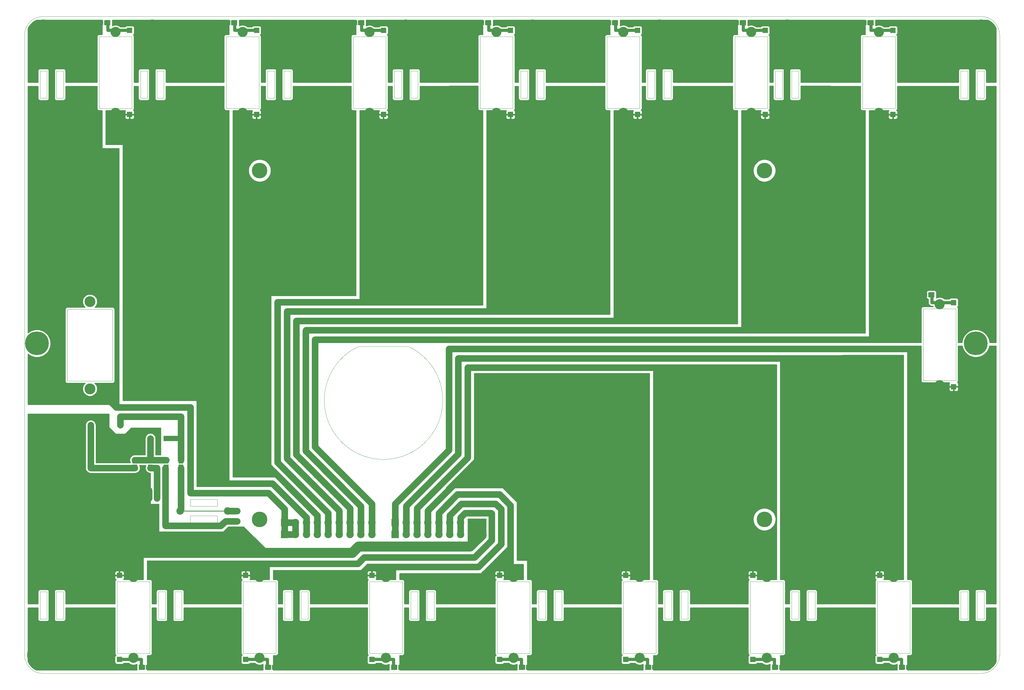
<source format=gbr>
%TF.GenerationSoftware,KiCad,Pcbnew,(5.1.2)-2*%
%TF.CreationDate,2019-08-12T21:21:20-05:00*%
%TF.ProjectId,bms,626d732e-6b69-4636-9164-5f7063625858,rev?*%
%TF.SameCoordinates,Original*%
%TF.FileFunction,Copper,L1,Top*%
%TF.FilePolarity,Positive*%
%FSLAX46Y46*%
G04 Gerber Fmt 4.6, Leading zero omitted, Abs format (unit mm)*
G04 Created by KiCad (PCBNEW (5.1.2)-2) date 2019-08-12 21:21:20*
%MOMM*%
%LPD*%
G04 APERTURE LIST*
%ADD10C,0.050000*%
%ADD11C,0.120000*%
%ADD12C,1.000000*%
%ADD13C,0.900000*%
%ADD14O,9.000000X13.589000*%
%ADD15C,10.000000*%
%ADD16O,2.400000X2.400000*%
%ADD17C,2.400000*%
%ADD18R,1.700000X1.700000*%
%ADD19R,1.000000X1.500000*%
%ADD20C,3.250000*%
%ADD21R,2.400000X2.400000*%
%ADD22C,5.000000*%
%ADD23C,1.700000*%
%ADD24R,1.500000X1.000000*%
%ADD25O,1.700000X1.700000*%
%ADD26C,7.600000*%
%ADD27C,3.500000*%
%ADD28C,2.100000*%
%ADD29C,0.609600*%
%ADD30C,3.200000*%
%ADD31C,0.250000*%
%ADD32C,1.700000*%
%ADD33C,0.254000*%
G04 APERTURE END LIST*
D10*
X376999986Y-224100000D02*
G75*
G02X371000000Y-230000000I-5999153J99986D01*
G01*
X69900000Y-230000000D02*
G75*
G02X63999986Y-224000833I99986J5999167D01*
G01*
X64000000Y-25000000D02*
G75*
G02X70000000Y-19000000I6000000J0D01*
G01*
X371099986Y-19000833D02*
G75*
G02X377000000Y-25000000I-99986J-5999167D01*
G01*
X377000000Y-25000000D02*
X377000000Y-224100000D01*
X69900000Y-230000000D02*
X371000000Y-230000000D01*
X64000000Y-25000000D02*
X63999986Y-224000833D01*
X70000000Y-19000000D02*
X371100000Y-19000000D01*
D11*
X74250000Y-212500000D02*
X76500000Y-212500000D01*
X76500000Y-212500000D02*
X76500000Y-203750000D01*
X76500000Y-203750000D02*
X74250000Y-203750000D01*
X74250000Y-203750000D02*
X74250000Y-212500000D01*
X69000000Y-212500000D02*
X71250000Y-212500000D01*
X69000000Y-203750000D02*
X69000000Y-212500000D01*
X71250000Y-203750000D02*
X69000000Y-203750000D01*
X71250000Y-212500000D02*
X71250000Y-203750000D01*
D12*
X101500000Y-225500000D02*
X99000000Y-225500000D01*
X101500000Y-228250000D02*
X101500000Y-225500000D01*
X94500000Y-225500000D02*
X98000000Y-225500000D01*
D11*
X99000000Y-200500000D02*
X104250000Y-200500000D01*
X99000000Y-200500000D02*
X93750000Y-200500000D01*
X93750000Y-200500000D02*
X93750000Y-223500000D01*
X93750000Y-223500000D02*
X104250000Y-223500000D01*
X104250000Y-223500000D02*
X104250000Y-200500000D01*
D12*
X355250000Y-110900000D02*
X357750000Y-110900000D01*
X355250000Y-108150000D02*
X355250000Y-110900000D01*
X362250000Y-110900000D02*
X358750000Y-110900000D01*
D11*
X357750000Y-135900000D02*
X352500000Y-135900000D01*
X357750000Y-135900000D02*
X363000000Y-135900000D01*
X363000000Y-135900000D02*
X363000000Y-112900000D01*
X363000000Y-112900000D02*
X352500000Y-112900000D01*
X352500000Y-112900000D02*
X352500000Y-135900000D01*
D12*
X142000000Y-225500000D02*
X139500000Y-225500000D01*
X142000000Y-228250000D02*
X142000000Y-225500000D01*
X135000000Y-225500000D02*
X138500000Y-225500000D01*
D11*
X139500000Y-200500000D02*
X144750000Y-200500000D01*
X139500000Y-200500000D02*
X134250000Y-200500000D01*
X134250000Y-200500000D02*
X134250000Y-223500000D01*
X134250000Y-223500000D02*
X144750000Y-223500000D01*
X144750000Y-223500000D02*
X144750000Y-200500000D01*
D12*
X182500000Y-225500000D02*
X180000000Y-225500000D01*
X182500000Y-228250000D02*
X182500000Y-225500000D01*
X175500000Y-225500000D02*
X179000000Y-225500000D01*
D11*
X180000000Y-200500000D02*
X185250000Y-200500000D01*
X180000000Y-200500000D02*
X174750000Y-200500000D01*
X174750000Y-200500000D02*
X174750000Y-223500000D01*
X174750000Y-223500000D02*
X185250000Y-223500000D01*
X185250000Y-223500000D02*
X185250000Y-200500000D01*
D12*
X223500000Y-225500000D02*
X221000000Y-225500000D01*
X223500000Y-228250000D02*
X223500000Y-225500000D01*
X216500000Y-225500000D02*
X220000000Y-225500000D01*
D11*
X221000000Y-200500000D02*
X226250000Y-200500000D01*
X221000000Y-200500000D02*
X215750000Y-200500000D01*
X215750000Y-200500000D02*
X215750000Y-223500000D01*
X215750000Y-223500000D02*
X226250000Y-223500000D01*
X226250000Y-223500000D02*
X226250000Y-200500000D01*
D12*
X264000000Y-225500000D02*
X261500000Y-225500000D01*
X264000000Y-228250000D02*
X264000000Y-225500000D01*
X257000000Y-225500000D02*
X260500000Y-225500000D01*
D11*
X261500000Y-200500000D02*
X266750000Y-200500000D01*
X261500000Y-200500000D02*
X256250000Y-200500000D01*
X256250000Y-200500000D02*
X256250000Y-223500000D01*
X256250000Y-223500000D02*
X266750000Y-223500000D01*
X266750000Y-223500000D02*
X266750000Y-200500000D01*
D12*
X304750000Y-225500000D02*
X302250000Y-225500000D01*
X304750000Y-228250000D02*
X304750000Y-225500000D01*
X297750000Y-225500000D02*
X301250000Y-225500000D01*
D11*
X302250000Y-200500000D02*
X307500000Y-200500000D01*
X302250000Y-200500000D02*
X297000000Y-200500000D01*
X297000000Y-200500000D02*
X297000000Y-223500000D01*
X297000000Y-223500000D02*
X307500000Y-223500000D01*
X307500000Y-223500000D02*
X307500000Y-200500000D01*
D12*
X345500000Y-225500000D02*
X343000000Y-225500000D01*
X345500000Y-228250000D02*
X345500000Y-225500000D01*
X338500000Y-225500000D02*
X342000000Y-225500000D01*
D11*
X343000000Y-200500000D02*
X348250000Y-200500000D01*
X343000000Y-200500000D02*
X337750000Y-200500000D01*
X337750000Y-200500000D02*
X337750000Y-223500000D01*
X337750000Y-223500000D02*
X348250000Y-223500000D01*
X348250000Y-223500000D02*
X348250000Y-200500000D01*
D12*
X335750000Y-23500000D02*
X338250000Y-23500000D01*
X335750000Y-20750000D02*
X335750000Y-23500000D01*
X342750000Y-23500000D02*
X339250000Y-23500000D01*
D11*
X338250000Y-48500000D02*
X333000000Y-48500000D01*
X338250000Y-48500000D02*
X343500000Y-48500000D01*
X343500000Y-48500000D02*
X343500000Y-25500000D01*
X343500000Y-25500000D02*
X333000000Y-25500000D01*
X333000000Y-25500000D02*
X333000000Y-48500000D01*
D12*
X294750000Y-23500000D02*
X297250000Y-23500000D01*
X294750000Y-20750000D02*
X294750000Y-23500000D01*
X301750000Y-23500000D02*
X298250000Y-23500000D01*
D11*
X297250000Y-48500000D02*
X292000000Y-48500000D01*
X297250000Y-48500000D02*
X302500000Y-48500000D01*
X302500000Y-48500000D02*
X302500000Y-25500000D01*
X302500000Y-25500000D02*
X292000000Y-25500000D01*
X292000000Y-25500000D02*
X292000000Y-48500000D01*
D12*
X253750000Y-23500000D02*
X256250000Y-23500000D01*
X253750000Y-20750000D02*
X253750000Y-23500000D01*
X260750000Y-23500000D02*
X257250000Y-23500000D01*
D11*
X256250000Y-48500000D02*
X251000000Y-48500000D01*
X256250000Y-48500000D02*
X261500000Y-48500000D01*
X261500000Y-48500000D02*
X261500000Y-25500000D01*
X261500000Y-25500000D02*
X251000000Y-25500000D01*
X251000000Y-25500000D02*
X251000000Y-48500000D01*
D12*
X213000000Y-23500000D02*
X215500000Y-23500000D01*
X213000000Y-20750000D02*
X213000000Y-23500000D01*
X220000000Y-23500000D02*
X216500000Y-23500000D01*
D11*
X215500000Y-48500000D02*
X210250000Y-48500000D01*
X215500000Y-48500000D02*
X220750000Y-48500000D01*
X220750000Y-48500000D02*
X220750000Y-25500000D01*
X220750000Y-25500000D02*
X210250000Y-25500000D01*
X210250000Y-25500000D02*
X210250000Y-48500000D01*
D12*
X172250000Y-23500000D02*
X174750000Y-23500000D01*
X172250000Y-20750000D02*
X172250000Y-23500000D01*
X179250000Y-23500000D02*
X175750000Y-23500000D01*
D11*
X174750000Y-48500000D02*
X169500000Y-48500000D01*
X174750000Y-48500000D02*
X180000000Y-48500000D01*
X180000000Y-48500000D02*
X180000000Y-25500000D01*
X180000000Y-25500000D02*
X169500000Y-25500000D01*
X169500000Y-25500000D02*
X169500000Y-48500000D01*
D12*
X131500000Y-23500000D02*
X134000000Y-23500000D01*
X131500000Y-20750000D02*
X131500000Y-23500000D01*
X138500000Y-23500000D02*
X135000000Y-23500000D01*
D11*
X134000000Y-48500000D02*
X128750000Y-48500000D01*
X134000000Y-48500000D02*
X139250000Y-48500000D01*
X139250000Y-48500000D02*
X139250000Y-25500000D01*
X139250000Y-25500000D02*
X128750000Y-25500000D01*
X128750000Y-25500000D02*
X128750000Y-48500000D01*
D12*
X90750000Y-23500000D02*
X93250000Y-23500000D01*
X90750000Y-20750000D02*
X90750000Y-23500000D01*
X97750000Y-23500000D02*
X94250000Y-23500000D01*
D11*
X93250000Y-48500000D02*
X88000000Y-48500000D01*
X93250000Y-48500000D02*
X98500000Y-48500000D01*
X98500000Y-48500000D02*
X98500000Y-25500000D01*
X98500000Y-25500000D02*
X88000000Y-25500000D01*
X88000000Y-25500000D02*
X88000000Y-48500000D01*
X187250000Y-125000001D02*
X171250000Y-125000000D01*
X187250000Y-125000001D02*
G75*
G02X171250001Y-125000001I-8000000J-17249999D01*
G01*
X125950000Y-176300000D02*
X125950000Y-174050000D01*
X125950000Y-174050000D02*
X117200000Y-174050000D01*
X117200000Y-174050000D02*
X117200000Y-176300000D01*
X117200000Y-176300000D02*
X125950000Y-176300000D01*
X125950000Y-181550000D02*
X125950000Y-179300000D01*
X117200000Y-181550000D02*
X125950000Y-181550000D01*
X117200000Y-179300000D02*
X117200000Y-181550000D01*
X125950000Y-179300000D02*
X117200000Y-179300000D01*
X71250000Y-36500000D02*
X69000000Y-36500000D01*
X69000000Y-36500000D02*
X69000000Y-45250000D01*
X69000000Y-45250000D02*
X71250000Y-45250000D01*
X71250000Y-45250000D02*
X71250000Y-36500000D01*
X76500000Y-36500000D02*
X74250000Y-36500000D01*
X76500000Y-45250000D02*
X76500000Y-36500000D01*
X74250000Y-45250000D02*
X76500000Y-45250000D01*
X74250000Y-36500000D02*
X74250000Y-45250000D01*
X112250000Y-212500000D02*
X114500000Y-212500000D01*
X114500000Y-212500000D02*
X114500000Y-203750000D01*
X114500000Y-203750000D02*
X112250000Y-203750000D01*
X112250000Y-203750000D02*
X112250000Y-212500000D01*
X107000000Y-212500000D02*
X109250000Y-212500000D01*
X107000000Y-203750000D02*
X107000000Y-212500000D01*
X109250000Y-203750000D02*
X107000000Y-203750000D01*
X109250000Y-212500000D02*
X109250000Y-203750000D01*
X152750000Y-212500000D02*
X155000000Y-212500000D01*
X155000000Y-212500000D02*
X155000000Y-203750000D01*
X155000000Y-203750000D02*
X152750000Y-203750000D01*
X152750000Y-203750000D02*
X152750000Y-212500000D01*
X147500000Y-212500000D02*
X149750000Y-212500000D01*
X147500000Y-203750000D02*
X147500000Y-212500000D01*
X149750000Y-203750000D02*
X147500000Y-203750000D01*
X149750000Y-212500000D02*
X149750000Y-203750000D01*
X193250000Y-212500000D02*
X195500000Y-212500000D01*
X195500000Y-212500000D02*
X195500000Y-203750000D01*
X195500000Y-203750000D02*
X193250000Y-203750000D01*
X193250000Y-203750000D02*
X193250000Y-212500000D01*
X188000000Y-212500000D02*
X190250000Y-212500000D01*
X188000000Y-203750000D02*
X188000000Y-212500000D01*
X190250000Y-203750000D02*
X188000000Y-203750000D01*
X190250000Y-212500000D02*
X190250000Y-203750000D01*
X234250000Y-212500000D02*
X236500000Y-212500000D01*
X236500000Y-212500000D02*
X236500000Y-203750000D01*
X236500000Y-203750000D02*
X234250000Y-203750000D01*
X234250000Y-203750000D02*
X234250000Y-212500000D01*
X229000000Y-212500000D02*
X231250000Y-212500000D01*
X229000000Y-203750000D02*
X229000000Y-212500000D01*
X231250000Y-203750000D02*
X229000000Y-203750000D01*
X231250000Y-212500000D02*
X231250000Y-203750000D01*
X274750000Y-212500000D02*
X277000000Y-212500000D01*
X277000000Y-212500000D02*
X277000000Y-203750000D01*
X277000000Y-203750000D02*
X274750000Y-203750000D01*
X274750000Y-203750000D02*
X274750000Y-212500000D01*
X269500000Y-212500000D02*
X271750000Y-212500000D01*
X269500000Y-203750000D02*
X269500000Y-212500000D01*
X271750000Y-203750000D02*
X269500000Y-203750000D01*
X271750000Y-212500000D02*
X271750000Y-203750000D01*
X315500000Y-212500000D02*
X317750000Y-212500000D01*
X317750000Y-212500000D02*
X317750000Y-203750000D01*
X317750000Y-203750000D02*
X315500000Y-203750000D01*
X315500000Y-203750000D02*
X315500000Y-212500000D01*
X310250000Y-212500000D02*
X312500000Y-212500000D01*
X310250000Y-203750000D02*
X310250000Y-212500000D01*
X312500000Y-203750000D02*
X310250000Y-203750000D01*
X312500000Y-212500000D02*
X312500000Y-203750000D01*
X369750000Y-212500000D02*
X372000000Y-212500000D01*
X372000000Y-212500000D02*
X372000000Y-203750000D01*
X372000000Y-203750000D02*
X369750000Y-203750000D01*
X369750000Y-203750000D02*
X369750000Y-212500000D01*
X364500000Y-212500000D02*
X366750000Y-212500000D01*
X364500000Y-203750000D02*
X364500000Y-212500000D01*
X366750000Y-203750000D02*
X364500000Y-203750000D01*
X366750000Y-212500000D02*
X366750000Y-203750000D01*
X366750000Y-36500000D02*
X364500000Y-36500000D01*
X364500000Y-36500000D02*
X364500000Y-45250000D01*
X364500000Y-45250000D02*
X366750000Y-45250000D01*
X366750000Y-45250000D02*
X366750000Y-36500000D01*
X372000000Y-36500000D02*
X369750000Y-36500000D01*
X372000000Y-45250000D02*
X372000000Y-36500000D01*
X369750000Y-45250000D02*
X372000000Y-45250000D01*
X369750000Y-36500000D02*
X369750000Y-45250000D01*
X307250000Y-36500000D02*
X305000000Y-36500000D01*
X305000000Y-36500000D02*
X305000000Y-45250000D01*
X305000000Y-45250000D02*
X307250000Y-45250000D01*
X307250000Y-45250000D02*
X307250000Y-36500000D01*
X312500000Y-36500000D02*
X310250000Y-36500000D01*
X312500000Y-45250000D02*
X312500000Y-36500000D01*
X310250000Y-45250000D02*
X312500000Y-45250000D01*
X310250000Y-36500000D02*
X310250000Y-45250000D01*
X266250000Y-36500000D02*
X264000000Y-36500000D01*
X264000000Y-36500000D02*
X264000000Y-45250000D01*
X264000000Y-45250000D02*
X266250000Y-45250000D01*
X266250000Y-45250000D02*
X266250000Y-36500000D01*
X271500000Y-36500000D02*
X269250000Y-36500000D01*
X271500000Y-45250000D02*
X271500000Y-36500000D01*
X269250000Y-45250000D02*
X271500000Y-45250000D01*
X269250000Y-36500000D02*
X269250000Y-45250000D01*
X225500000Y-36500000D02*
X223250000Y-36500000D01*
X223250000Y-36500000D02*
X223250000Y-45250000D01*
X223250000Y-45250000D02*
X225500000Y-45250000D01*
X225500000Y-45250000D02*
X225500000Y-36500000D01*
X230750000Y-36500000D02*
X228500000Y-36500000D01*
X230750000Y-45250000D02*
X230750000Y-36500000D01*
X228500000Y-45250000D02*
X230750000Y-45250000D01*
X228500000Y-36500000D02*
X228500000Y-45250000D01*
X185000000Y-36500000D02*
X182750000Y-36500000D01*
X182750000Y-36500000D02*
X182750000Y-45250000D01*
X182750000Y-45250000D02*
X185000000Y-45250000D01*
X185000000Y-45250000D02*
X185000000Y-36500000D01*
X190250000Y-36500000D02*
X188000000Y-36500000D01*
X190250000Y-45250000D02*
X190250000Y-36500000D01*
X188000000Y-45250000D02*
X190250000Y-45250000D01*
X188000000Y-36500000D02*
X188000000Y-45250000D01*
X144250000Y-36500000D02*
X142000000Y-36500000D01*
X142000000Y-36500000D02*
X142000000Y-45250000D01*
X142000000Y-45250000D02*
X144250000Y-45250000D01*
X144250000Y-45250000D02*
X144250000Y-36500000D01*
X149500000Y-36500000D02*
X147250000Y-36500000D01*
X149500000Y-45250000D02*
X149500000Y-36500000D01*
X147250000Y-45250000D02*
X149500000Y-45250000D01*
X147250000Y-36500000D02*
X147250000Y-45250000D01*
X103500000Y-36500000D02*
X101250000Y-36500000D01*
X101250000Y-36500000D02*
X101250000Y-45250000D01*
X101250000Y-45250000D02*
X103500000Y-45250000D01*
X103500000Y-45250000D02*
X103500000Y-36500000D01*
X108750000Y-36500000D02*
X106500000Y-36500000D01*
X108750000Y-45250000D02*
X108750000Y-36500000D01*
X106500000Y-45250000D02*
X108750000Y-45250000D01*
X106500000Y-36500000D02*
X106500000Y-45250000D01*
X92250000Y-136071999D02*
X85250000Y-136071999D01*
X92250000Y-113071999D02*
X77750000Y-113071999D01*
X85250000Y-136071999D02*
X77750000Y-136071999D01*
X92250000Y-136071999D02*
X92250000Y-113071999D01*
X77750000Y-113071999D02*
X77750000Y-136071999D01*
D13*
X78750000Y-24000000D03*
X78750000Y-30250000D03*
X78750000Y-28250000D03*
X78750000Y-26000000D03*
X83750000Y-24000000D03*
X85250000Y-21000000D03*
X85250000Y-33500000D03*
X87000000Y-33500000D03*
X87000000Y-25000000D03*
X87000000Y-27250000D03*
X87000000Y-22750000D03*
X87000000Y-31750000D03*
X87000000Y-29500000D03*
X77500000Y-21000000D03*
X75500000Y-21000000D03*
X77500000Y-33500000D03*
X75500000Y-33500000D03*
X75500000Y-31750000D03*
X75500000Y-29500000D03*
X75500000Y-25000000D03*
X75500000Y-22750000D03*
X75500000Y-27250000D03*
X79250000Y-21500000D03*
X83250000Y-21500000D03*
X79250000Y-33000000D03*
X83250000Y-33000000D03*
X85000000Y-30250000D03*
X85000000Y-24000000D03*
X83750000Y-28250000D03*
X84250000Y-22500000D03*
X85250000Y-28250000D03*
X85250000Y-26000000D03*
X83750000Y-26000000D03*
X83750000Y-30250000D03*
X84250000Y-31750000D03*
X77500000Y-24000000D03*
X77500000Y-30250000D03*
X77250000Y-26000000D03*
X77250000Y-28250000D03*
X78250000Y-22750000D03*
X78000000Y-31750000D03*
D14*
X81250000Y-27250000D03*
D13*
X71107018Y-219932678D03*
X73267210Y-221418935D03*
X74141242Y-223891071D03*
X73395264Y-226404814D03*
X71314214Y-228000000D03*
X68692982Y-228067322D03*
X66532790Y-226581065D03*
X65658758Y-224108929D03*
X66404736Y-221595186D03*
X71663356Y-221572949D03*
X72753170Y-223072949D03*
X72753170Y-224927051D03*
X71663356Y-226427051D03*
X69900000Y-227000000D03*
X68136644Y-226427051D03*
X67046830Y-224927051D03*
X67046830Y-223072949D03*
X68136644Y-221572949D03*
X68485786Y-220000000D03*
D15*
X69900000Y-224000000D03*
D13*
X69900000Y-221000000D03*
X111907018Y-219932678D03*
X114067210Y-221418935D03*
X114941242Y-223891071D03*
X114195264Y-226404814D03*
X112114214Y-228000000D03*
X109492982Y-228067322D03*
X107332790Y-226581065D03*
X106458758Y-224108929D03*
X107204736Y-221595186D03*
X112463356Y-221572949D03*
X113553170Y-223072949D03*
X113553170Y-224927051D03*
X112463356Y-226427051D03*
X110700000Y-227000000D03*
X108936644Y-226427051D03*
X107846830Y-224927051D03*
X107846830Y-223072949D03*
X108936644Y-221572949D03*
X109285786Y-220000000D03*
D15*
X110700000Y-224000000D03*
D13*
X110700000Y-221000000D03*
X152407018Y-219932678D03*
X154567210Y-221418935D03*
X155441242Y-223891071D03*
X154695264Y-226404814D03*
X152614214Y-228000000D03*
X149992982Y-228067322D03*
X147832790Y-226581065D03*
X146958758Y-224108929D03*
X147704736Y-221595186D03*
X152963356Y-221572949D03*
X154053170Y-223072949D03*
X154053170Y-224927051D03*
X152963356Y-226427051D03*
X151200000Y-227000000D03*
X149436644Y-226427051D03*
X148346830Y-224927051D03*
X148346830Y-223072949D03*
X149436644Y-221572949D03*
X149785786Y-220000000D03*
D15*
X151200000Y-224000000D03*
D13*
X151200000Y-221000000D03*
X192907018Y-219932678D03*
X195067210Y-221418935D03*
X195941242Y-223891071D03*
X195195264Y-226404814D03*
X193114214Y-228000000D03*
X190492982Y-228067322D03*
X188332790Y-226581065D03*
X187458758Y-224108929D03*
X188204736Y-221595186D03*
X193463356Y-221572949D03*
X194553170Y-223072949D03*
X194553170Y-224927051D03*
X193463356Y-226427051D03*
X191700000Y-227000000D03*
X189936644Y-226427051D03*
X188846830Y-224927051D03*
X188846830Y-223072949D03*
X189936644Y-221572949D03*
X190285786Y-220000000D03*
D15*
X191700000Y-224000000D03*
D13*
X191700000Y-221000000D03*
X234007018Y-219932678D03*
X236167210Y-221418935D03*
X237041242Y-223891071D03*
X236295264Y-226404814D03*
X234214214Y-228000000D03*
X231592982Y-228067322D03*
X229432790Y-226581065D03*
X228558758Y-224108929D03*
X229304736Y-221595186D03*
X234563356Y-221572949D03*
X235653170Y-223072949D03*
X235653170Y-224927051D03*
X234563356Y-226427051D03*
X232800000Y-227000000D03*
X231036644Y-226427051D03*
X229946830Y-224927051D03*
X229946830Y-223072949D03*
X231036644Y-221572949D03*
X231385786Y-220000000D03*
D15*
X232800000Y-224000000D03*
D13*
X232800000Y-221000000D03*
X274507018Y-219932678D03*
X276667210Y-221418935D03*
X277541242Y-223891071D03*
X276795264Y-226404814D03*
X274714214Y-228000000D03*
X272092982Y-228067322D03*
X269932790Y-226581065D03*
X269058758Y-224108929D03*
X269804736Y-221595186D03*
X275063356Y-221572949D03*
X276153170Y-223072949D03*
X276153170Y-224927051D03*
X275063356Y-226427051D03*
X273300000Y-227000000D03*
X271536644Y-226427051D03*
X270446830Y-224927051D03*
X270446830Y-223072949D03*
X271536644Y-221572949D03*
X271885786Y-220000000D03*
D15*
X273300000Y-224000000D03*
D13*
X273300000Y-221000000D03*
X315107018Y-219932678D03*
X317267210Y-221418935D03*
X318141242Y-223891071D03*
X317395264Y-226404814D03*
X315314214Y-228000000D03*
X312692982Y-228067322D03*
X310532790Y-226581065D03*
X309658758Y-224108929D03*
X310404736Y-221595186D03*
X315663356Y-221572949D03*
X316753170Y-223072949D03*
X316753170Y-224927051D03*
X315663356Y-226427051D03*
X313900000Y-227000000D03*
X312136644Y-226427051D03*
X311046830Y-224927051D03*
X311046830Y-223072949D03*
X312136644Y-221572949D03*
X312485786Y-220000000D03*
D15*
X313900000Y-224000000D03*
D13*
X313900000Y-221000000D03*
X372207018Y-219932678D03*
X374367210Y-221418935D03*
X375241242Y-223891071D03*
X374495264Y-226404814D03*
X372414214Y-228000000D03*
X369792982Y-228067322D03*
X367632790Y-226581065D03*
X366758758Y-224108929D03*
X367504736Y-221595186D03*
X372763356Y-221572949D03*
X373853170Y-223072949D03*
X373853170Y-224927051D03*
X372763356Y-226427051D03*
X371000000Y-227000000D03*
X369236644Y-226427051D03*
X368146830Y-224927051D03*
X368146830Y-223072949D03*
X369236644Y-221572949D03*
X369585786Y-220000000D03*
D15*
X371000000Y-224000000D03*
D13*
X371000000Y-221000000D03*
X369792982Y-29067322D03*
X367632790Y-27581065D03*
X366758758Y-25108929D03*
X367504736Y-22595186D03*
X369585786Y-21000000D03*
X372207018Y-20932678D03*
X374367210Y-22418935D03*
X375241242Y-24891071D03*
X374495264Y-27404814D03*
X369236644Y-27427051D03*
X368146830Y-25927051D03*
X368146830Y-24072949D03*
X369236644Y-22572949D03*
X371000000Y-22000000D03*
X372763356Y-22572949D03*
X373853170Y-24072949D03*
X373853170Y-25927051D03*
X372763356Y-27427051D03*
X372414214Y-29000000D03*
D15*
X371000000Y-25000000D03*
D13*
X371000000Y-28000000D03*
X307592982Y-29067322D03*
X305432790Y-27581065D03*
X304558758Y-25108929D03*
X305304736Y-22595186D03*
X307385786Y-21000000D03*
X310007018Y-20932678D03*
X312167210Y-22418935D03*
X313041242Y-24891071D03*
X312295264Y-27404814D03*
X307036644Y-27427051D03*
X305946830Y-25927051D03*
X305946830Y-24072949D03*
X307036644Y-22572949D03*
X308800000Y-22000000D03*
X310563356Y-22572949D03*
X311653170Y-24072949D03*
X311653170Y-25927051D03*
X310563356Y-27427051D03*
X310214214Y-29000000D03*
D15*
X308800000Y-25000000D03*
D13*
X308800000Y-28000000D03*
X266592982Y-29067322D03*
X264432790Y-27581065D03*
X263558758Y-25108929D03*
X264304736Y-22595186D03*
X266385786Y-21000000D03*
X269007018Y-20932678D03*
X271167210Y-22418935D03*
X272041242Y-24891071D03*
X271295264Y-27404814D03*
X266036644Y-27427051D03*
X264946830Y-25927051D03*
X264946830Y-24072949D03*
X266036644Y-22572949D03*
X267800000Y-22000000D03*
X269563356Y-22572949D03*
X270653170Y-24072949D03*
X270653170Y-25927051D03*
X269563356Y-27427051D03*
X269214214Y-29000000D03*
D15*
X267800000Y-25000000D03*
D13*
X267800000Y-28000000D03*
X225892982Y-29067322D03*
X223732790Y-27581065D03*
X222858758Y-25108929D03*
X223604736Y-22595186D03*
X225685786Y-21000000D03*
X228307018Y-20932678D03*
X230467210Y-22418935D03*
X231341242Y-24891071D03*
X230595264Y-27404814D03*
X225336644Y-27427051D03*
X224246830Y-25927051D03*
X224246830Y-24072949D03*
X225336644Y-22572949D03*
X227100000Y-22000000D03*
X228863356Y-22572949D03*
X229953170Y-24072949D03*
X229953170Y-25927051D03*
X228863356Y-27427051D03*
X228514214Y-29000000D03*
D15*
X227100000Y-25000000D03*
D13*
X227100000Y-28000000D03*
X185192982Y-29067322D03*
X183032790Y-27581065D03*
X182158758Y-25108929D03*
X182904736Y-22595186D03*
X184985786Y-21000000D03*
X187607018Y-20932678D03*
X189767210Y-22418935D03*
X190641242Y-24891071D03*
X189895264Y-27404814D03*
X184636644Y-27427051D03*
X183546830Y-25927051D03*
X183546830Y-24072949D03*
X184636644Y-22572949D03*
X186400000Y-22000000D03*
X188163356Y-22572949D03*
X189253170Y-24072949D03*
X189253170Y-25927051D03*
X188163356Y-27427051D03*
X187814214Y-29000000D03*
D15*
X186400000Y-25000000D03*
D13*
X186400000Y-28000000D03*
X144492982Y-29167322D03*
X142332790Y-27681065D03*
X141458758Y-25208929D03*
X142204736Y-22695186D03*
X144285786Y-21100000D03*
X146907018Y-21032678D03*
X149067210Y-22518935D03*
X149941242Y-24991071D03*
X149195264Y-27504814D03*
X143936644Y-27527051D03*
X142846830Y-26027051D03*
X142846830Y-24172949D03*
X143936644Y-22672949D03*
X145700000Y-22100000D03*
X147463356Y-22672949D03*
X148553170Y-24172949D03*
X148553170Y-26027051D03*
X147463356Y-27527051D03*
X147114214Y-29100000D03*
D15*
X145700000Y-25100000D03*
D13*
X145700000Y-28100000D03*
X103792982Y-29067322D03*
X101632790Y-27581065D03*
X100758758Y-25108929D03*
X101504736Y-22595186D03*
X103585786Y-21000000D03*
X106207018Y-20932678D03*
X108367210Y-22418935D03*
X109241242Y-24891071D03*
X108495264Y-27404814D03*
X103236644Y-27427051D03*
X102146830Y-25927051D03*
X102146830Y-24072949D03*
X103236644Y-22572949D03*
X105000000Y-22000000D03*
X106763356Y-22572949D03*
X107853170Y-24072949D03*
X107853170Y-25927051D03*
X106763356Y-27427051D03*
X106414214Y-29000000D03*
D15*
X105000000Y-25000000D03*
D13*
X105000000Y-28000000D03*
X68792982Y-29067322D03*
X66632790Y-27581065D03*
X65758758Y-25108929D03*
X66504736Y-22595186D03*
X68585786Y-21000000D03*
X71207018Y-20932678D03*
X73367210Y-22418935D03*
X74241242Y-24891071D03*
X73495264Y-27404814D03*
X68236644Y-27427051D03*
X67146830Y-25927051D03*
X67146830Y-24072949D03*
X68236644Y-22572949D03*
X70000000Y-22000000D03*
X71763356Y-22572949D03*
X72853170Y-24072949D03*
X72853170Y-25927051D03*
X71763356Y-27427051D03*
X71414214Y-29000000D03*
D15*
X70000000Y-25000000D03*
D13*
X70000000Y-28000000D03*
X81250000Y-218750000D03*
X81250000Y-225000000D03*
X81250000Y-223000000D03*
X81250000Y-220750000D03*
X86250000Y-218750000D03*
X87750000Y-215750000D03*
X87750000Y-228250000D03*
X89500000Y-215750000D03*
X89500000Y-228250000D03*
X89500000Y-219750000D03*
X89500000Y-222000000D03*
X89500000Y-217500000D03*
X89500000Y-226500000D03*
X89500000Y-224250000D03*
X80000000Y-215750000D03*
X78000000Y-215750000D03*
X80000000Y-228250000D03*
X78000000Y-228250000D03*
X78000000Y-226500000D03*
X78000000Y-224250000D03*
X78000000Y-219750000D03*
X78000000Y-217500000D03*
X78000000Y-222000000D03*
X81750000Y-216250000D03*
X85750000Y-216250000D03*
X81750000Y-227750000D03*
X85750000Y-227750000D03*
X87500000Y-225000000D03*
X87500000Y-218750000D03*
X86250000Y-223000000D03*
X86750000Y-217250000D03*
X87750000Y-223000000D03*
X87750000Y-220750000D03*
X86250000Y-220750000D03*
X86250000Y-225000000D03*
X86750000Y-226500000D03*
X80000000Y-218750000D03*
X80000000Y-225000000D03*
X79750000Y-220750000D03*
X79750000Y-223000000D03*
X80750000Y-217500000D03*
X80500000Y-226500000D03*
D14*
X83750000Y-222000000D03*
D13*
X121750000Y-218750000D03*
X121750000Y-225000000D03*
X121750000Y-223000000D03*
X121750000Y-220750000D03*
X126750000Y-218750000D03*
X128250000Y-215750000D03*
X128250000Y-228250000D03*
X130000000Y-215750000D03*
X130000000Y-228250000D03*
X130000000Y-219750000D03*
X130000000Y-222000000D03*
X130000000Y-217500000D03*
X130000000Y-226500000D03*
X130000000Y-224250000D03*
X120500000Y-215750000D03*
X118500000Y-215750000D03*
X120500000Y-228250000D03*
X118500000Y-228250000D03*
X118500000Y-226500000D03*
X118500000Y-224250000D03*
X118500000Y-219750000D03*
X118500000Y-217500000D03*
X118500000Y-222000000D03*
X122250000Y-216250000D03*
X126250000Y-216250000D03*
X122250000Y-227750000D03*
X126250000Y-227750000D03*
X128000000Y-225000000D03*
X128000000Y-218750000D03*
X126750000Y-223000000D03*
X127250000Y-217250000D03*
X128250000Y-223000000D03*
X128250000Y-220750000D03*
X126750000Y-220750000D03*
X126750000Y-225000000D03*
X127250000Y-226500000D03*
X120500000Y-218750000D03*
X120500000Y-225000000D03*
X120250000Y-220750000D03*
X120250000Y-223000000D03*
X121250000Y-217500000D03*
X121000000Y-226500000D03*
D14*
X124250000Y-222000000D03*
D13*
X162500000Y-218750000D03*
X162500000Y-225000000D03*
X162500000Y-223000000D03*
X162500000Y-220750000D03*
X167500000Y-218750000D03*
X169000000Y-215750000D03*
X169000000Y-228250000D03*
X170750000Y-215750000D03*
X170750000Y-228250000D03*
X170750000Y-219750000D03*
X170750000Y-222000000D03*
X170750000Y-217500000D03*
X170750000Y-226500000D03*
X170750000Y-224250000D03*
X161250000Y-215750000D03*
X159250000Y-215750000D03*
X161250000Y-228250000D03*
X159250000Y-228250000D03*
X159250000Y-226500000D03*
X159250000Y-224250000D03*
X159250000Y-219750000D03*
X159250000Y-217500000D03*
X159250000Y-222000000D03*
X163000000Y-216250000D03*
X167000000Y-216250000D03*
X163000000Y-227750000D03*
X167000000Y-227750000D03*
X168750000Y-225000000D03*
X168750000Y-218750000D03*
X167500000Y-223000000D03*
X168000000Y-217250000D03*
X169000000Y-223000000D03*
X169000000Y-220750000D03*
X167500000Y-220750000D03*
X167500000Y-225000000D03*
X168000000Y-226500000D03*
X161250000Y-218750000D03*
X161250000Y-225000000D03*
X161000000Y-220750000D03*
X161000000Y-223000000D03*
X162000000Y-217500000D03*
X161750000Y-226500000D03*
D14*
X165000000Y-222000000D03*
D13*
X203000000Y-218750000D03*
X203000000Y-225000000D03*
X203000000Y-223000000D03*
X203000000Y-220750000D03*
X208000000Y-218750000D03*
X209500000Y-215750000D03*
X209500000Y-228250000D03*
X211250000Y-215750000D03*
X211250000Y-228250000D03*
X211250000Y-219750000D03*
X211250000Y-222000000D03*
X211250000Y-217500000D03*
X211250000Y-226500000D03*
X211250000Y-224250000D03*
X201750000Y-215750000D03*
X199750000Y-215750000D03*
X201750000Y-228250000D03*
X199750000Y-228250000D03*
X199750000Y-226500000D03*
X199750000Y-224250000D03*
X199750000Y-219750000D03*
X199750000Y-217500000D03*
X199750000Y-222000000D03*
X203500000Y-216250000D03*
X207500000Y-216250000D03*
X203500000Y-227750000D03*
X207500000Y-227750000D03*
X209250000Y-225000000D03*
X209250000Y-218750000D03*
X208000000Y-223000000D03*
X208500000Y-217250000D03*
X209500000Y-223000000D03*
X209500000Y-220750000D03*
X208000000Y-220750000D03*
X208000000Y-225000000D03*
X208500000Y-226500000D03*
X201750000Y-218750000D03*
X201750000Y-225000000D03*
X201500000Y-220750000D03*
X201500000Y-223000000D03*
X202500000Y-217500000D03*
X202250000Y-226500000D03*
D14*
X205500000Y-222000000D03*
D13*
X244000000Y-218750000D03*
X244000000Y-225000000D03*
X244000000Y-223000000D03*
X244000000Y-220750000D03*
X249000000Y-218750000D03*
X250500000Y-215750000D03*
X250500000Y-228250000D03*
X252250000Y-215750000D03*
X252250000Y-228250000D03*
X252250000Y-219750000D03*
X252250000Y-222000000D03*
X252250000Y-217500000D03*
X252250000Y-226500000D03*
X252250000Y-224250000D03*
X242750000Y-215750000D03*
X240750000Y-215750000D03*
X242750000Y-228250000D03*
X240750000Y-228250000D03*
X240750000Y-226500000D03*
X240750000Y-224250000D03*
X240750000Y-219750000D03*
X240750000Y-217500000D03*
X240750000Y-222000000D03*
X244500000Y-216250000D03*
X248500000Y-216250000D03*
X244500000Y-227750000D03*
X248500000Y-227750000D03*
X250250000Y-225000000D03*
X250250000Y-218750000D03*
X249000000Y-223000000D03*
X249500000Y-217250000D03*
X250500000Y-223000000D03*
X250500000Y-220750000D03*
X249000000Y-220750000D03*
X249000000Y-225000000D03*
X249500000Y-226500000D03*
X242750000Y-218750000D03*
X242750000Y-225000000D03*
X242500000Y-220750000D03*
X242500000Y-223000000D03*
X243500000Y-217500000D03*
X243250000Y-226500000D03*
D14*
X246500000Y-222000000D03*
D13*
X284500000Y-218750000D03*
X284500000Y-225000000D03*
X284500000Y-223000000D03*
X284500000Y-220750000D03*
X289500000Y-218750000D03*
X291000000Y-215750000D03*
X291000000Y-228250000D03*
X292750000Y-215750000D03*
X292750000Y-228250000D03*
X292750000Y-219750000D03*
X292750000Y-222000000D03*
X292750000Y-217500000D03*
X292750000Y-226500000D03*
X292750000Y-224250000D03*
X283250000Y-215750000D03*
X281250000Y-215750000D03*
X283250000Y-228250000D03*
X281250000Y-228250000D03*
X281250000Y-226500000D03*
X281250000Y-224250000D03*
X281250000Y-219750000D03*
X281250000Y-217500000D03*
X281250000Y-222000000D03*
X285000000Y-216250000D03*
X289000000Y-216250000D03*
X285000000Y-227750000D03*
X289000000Y-227750000D03*
X290750000Y-225000000D03*
X290750000Y-218750000D03*
X289500000Y-223000000D03*
X290000000Y-217250000D03*
X291000000Y-223000000D03*
X291000000Y-220750000D03*
X289500000Y-220750000D03*
X289500000Y-225000000D03*
X290000000Y-226500000D03*
X283250000Y-218750000D03*
X283250000Y-225000000D03*
X283000000Y-220750000D03*
X283000000Y-223000000D03*
X284000000Y-217500000D03*
X283750000Y-226500000D03*
D14*
X287000000Y-222000000D03*
D13*
X325250000Y-218750000D03*
X325250000Y-225000000D03*
X325250000Y-223000000D03*
X325250000Y-220750000D03*
X330250000Y-218750000D03*
X331750000Y-215750000D03*
X331750000Y-228250000D03*
X333500000Y-215750000D03*
X333500000Y-228250000D03*
X333500000Y-219750000D03*
X333500000Y-222000000D03*
X333500000Y-217500000D03*
X333500000Y-226500000D03*
X333500000Y-224250000D03*
X324000000Y-215750000D03*
X322000000Y-215750000D03*
X324000000Y-228250000D03*
X322000000Y-228250000D03*
X322000000Y-226500000D03*
X322000000Y-224250000D03*
X322000000Y-219750000D03*
X322000000Y-217500000D03*
X322000000Y-222000000D03*
X325750000Y-216250000D03*
X329750000Y-216250000D03*
X325750000Y-227750000D03*
X329750000Y-227750000D03*
X331500000Y-225000000D03*
X331500000Y-218750000D03*
X330250000Y-223000000D03*
X330750000Y-217250000D03*
X331750000Y-223000000D03*
X331750000Y-220750000D03*
X330250000Y-220750000D03*
X330250000Y-225000000D03*
X330750000Y-226500000D03*
X324000000Y-218750000D03*
X324000000Y-225000000D03*
X323750000Y-220750000D03*
X323750000Y-223000000D03*
X324750000Y-217500000D03*
X324500000Y-226500000D03*
D14*
X327750000Y-222000000D03*
D13*
X354750000Y-218750000D03*
X354750000Y-225000000D03*
X354750000Y-223000000D03*
X354750000Y-220750000D03*
X359750000Y-218750000D03*
X361250000Y-215750000D03*
X361250000Y-228250000D03*
X363000000Y-215750000D03*
X363000000Y-228250000D03*
X363000000Y-219750000D03*
X363000000Y-222000000D03*
X363000000Y-217500000D03*
X363000000Y-226500000D03*
X363000000Y-224250000D03*
X353500000Y-215750000D03*
X351500000Y-215750000D03*
X353500000Y-228250000D03*
X351500000Y-228250000D03*
X351500000Y-226500000D03*
X351500000Y-224250000D03*
X351500000Y-219750000D03*
X351500000Y-217500000D03*
X351500000Y-222000000D03*
X355250000Y-216250000D03*
X359250000Y-216250000D03*
X355250000Y-227750000D03*
X359250000Y-227750000D03*
X361000000Y-225000000D03*
X361000000Y-218750000D03*
X359750000Y-223000000D03*
X360250000Y-217250000D03*
X361250000Y-223000000D03*
X361250000Y-220750000D03*
X359750000Y-220750000D03*
X359750000Y-225000000D03*
X360250000Y-226500000D03*
X353500000Y-218750000D03*
X353500000Y-225000000D03*
X353250000Y-220750000D03*
X353250000Y-223000000D03*
X354250000Y-217500000D03*
X354000000Y-226500000D03*
D14*
X357250000Y-222000000D03*
D13*
X354750000Y-23750000D03*
X354750000Y-30000000D03*
X354750000Y-28000000D03*
X354750000Y-25750000D03*
X359750000Y-23750000D03*
X361250000Y-20750000D03*
X361250000Y-33250000D03*
X363000000Y-20750000D03*
X363000000Y-33250000D03*
X363000000Y-24750000D03*
X363000000Y-27000000D03*
X363000000Y-22500000D03*
X363000000Y-31500000D03*
X363000000Y-29250000D03*
X353500000Y-20750000D03*
X351500000Y-20750000D03*
X353500000Y-33250000D03*
X351500000Y-33250000D03*
X351500000Y-31500000D03*
X351500000Y-29250000D03*
X351500000Y-24750000D03*
X351500000Y-22500000D03*
X351500000Y-27000000D03*
X355250000Y-21250000D03*
X359250000Y-21250000D03*
X355250000Y-32750000D03*
X359250000Y-32750000D03*
X361000000Y-30000000D03*
X361000000Y-23750000D03*
X359750000Y-28000000D03*
X360250000Y-22250000D03*
X361250000Y-28000000D03*
X361250000Y-25750000D03*
X359750000Y-25750000D03*
X359750000Y-30000000D03*
X360250000Y-31500000D03*
X353500000Y-23750000D03*
X353500000Y-30000000D03*
X353250000Y-25750000D03*
X353250000Y-28000000D03*
X354250000Y-22500000D03*
X354000000Y-31500000D03*
D14*
X357250000Y-27000000D03*
D13*
X320250000Y-23750000D03*
X320250000Y-30000000D03*
X320250000Y-28000000D03*
X320250000Y-25750000D03*
X325250000Y-23750000D03*
X326750000Y-20750000D03*
X326750000Y-33250000D03*
X328500000Y-20750000D03*
X328500000Y-33250000D03*
X328500000Y-24750000D03*
X328500000Y-27000000D03*
X328500000Y-22500000D03*
X328500000Y-31500000D03*
X328500000Y-29250000D03*
X319000000Y-20750000D03*
X317000000Y-20750000D03*
X319000000Y-33250000D03*
X317000000Y-33250000D03*
X317000000Y-31500000D03*
X317000000Y-29250000D03*
X317000000Y-24750000D03*
X317000000Y-22500000D03*
X317000000Y-27000000D03*
X320750000Y-21250000D03*
X324750000Y-21250000D03*
X320750000Y-32750000D03*
X324750000Y-32750000D03*
X326500000Y-30000000D03*
X326500000Y-23750000D03*
X325250000Y-28000000D03*
X325750000Y-22250000D03*
X326750000Y-28000000D03*
X326750000Y-25750000D03*
X325250000Y-25750000D03*
X325250000Y-30000000D03*
X325750000Y-31500000D03*
X319000000Y-23750000D03*
X319000000Y-30000000D03*
X318750000Y-25750000D03*
X318750000Y-28000000D03*
X319750000Y-22500000D03*
X319500000Y-31500000D03*
D14*
X322750000Y-27000000D03*
D13*
X279000000Y-23750000D03*
X279000000Y-30000000D03*
X279000000Y-28000000D03*
X279000000Y-25750000D03*
X284000000Y-23750000D03*
X285500000Y-20750000D03*
X285500000Y-33250000D03*
X287250000Y-20750000D03*
X287250000Y-33250000D03*
X287250000Y-24750000D03*
X287250000Y-27000000D03*
X287250000Y-22500000D03*
X287250000Y-31500000D03*
X287250000Y-29250000D03*
X277750000Y-20750000D03*
X275750000Y-20750000D03*
X277750000Y-33250000D03*
X275750000Y-33250000D03*
X275750000Y-31500000D03*
X275750000Y-29250000D03*
X275750000Y-24750000D03*
X275750000Y-22500000D03*
X275750000Y-27000000D03*
X279500000Y-21250000D03*
X283500000Y-21250000D03*
X279500000Y-32750000D03*
X283500000Y-32750000D03*
X285250000Y-30000000D03*
X285250000Y-23750000D03*
X284000000Y-28000000D03*
X284500000Y-22250000D03*
X285500000Y-28000000D03*
X285500000Y-25750000D03*
X284000000Y-25750000D03*
X284000000Y-30000000D03*
X284500000Y-31500000D03*
X277750000Y-23750000D03*
X277750000Y-30000000D03*
X277500000Y-25750000D03*
X277500000Y-28000000D03*
X278500000Y-22500000D03*
X278250000Y-31500000D03*
D14*
X281500000Y-27000000D03*
D13*
X238250000Y-23750000D03*
X238250000Y-30000000D03*
X238250000Y-28000000D03*
X238250000Y-25750000D03*
X243250000Y-23750000D03*
X244750000Y-20750000D03*
X244750000Y-33250000D03*
X246500000Y-20750000D03*
X246500000Y-33250000D03*
X246500000Y-24750000D03*
X246500000Y-27000000D03*
X246500000Y-22500000D03*
X246500000Y-31500000D03*
X246500000Y-29250000D03*
X237000000Y-20750000D03*
X235000000Y-20750000D03*
X237000000Y-33250000D03*
X235000000Y-33250000D03*
X235000000Y-31500000D03*
X235000000Y-29250000D03*
X235000000Y-24750000D03*
X235000000Y-22500000D03*
X235000000Y-27000000D03*
X238750000Y-21250000D03*
X242750000Y-21250000D03*
X238750000Y-32750000D03*
X242750000Y-32750000D03*
X244500000Y-30000000D03*
X244500000Y-23750000D03*
X243250000Y-28000000D03*
X243750000Y-22250000D03*
X244750000Y-28000000D03*
X244750000Y-25750000D03*
X243250000Y-25750000D03*
X243250000Y-30000000D03*
X243750000Y-31500000D03*
X237000000Y-23750000D03*
X237000000Y-30000000D03*
X236750000Y-25750000D03*
X236750000Y-28000000D03*
X237750000Y-22500000D03*
X237500000Y-31500000D03*
D14*
X240750000Y-27000000D03*
D13*
X197750000Y-23750000D03*
X197750000Y-30000000D03*
X197750000Y-28000000D03*
X197750000Y-25750000D03*
X202750000Y-23750000D03*
X204250000Y-20750000D03*
X204250000Y-33250000D03*
X206000000Y-20750000D03*
X206000000Y-33250000D03*
X206000000Y-24750000D03*
X206000000Y-27000000D03*
X206000000Y-22500000D03*
X206000000Y-31500000D03*
X206000000Y-29250000D03*
X196500000Y-20750000D03*
X194500000Y-20750000D03*
X196500000Y-33250000D03*
X194500000Y-33250000D03*
X194500000Y-31500000D03*
X194500000Y-29250000D03*
X194500000Y-24750000D03*
X194500000Y-22500000D03*
X194500000Y-27000000D03*
X198250000Y-21250000D03*
X202250000Y-21250000D03*
X198250000Y-32750000D03*
X202250000Y-32750000D03*
X204000000Y-30000000D03*
X204000000Y-23750000D03*
X202750000Y-28000000D03*
X203250000Y-22250000D03*
X204250000Y-28000000D03*
X204250000Y-25750000D03*
X202750000Y-25750000D03*
X202750000Y-30000000D03*
X203250000Y-31500000D03*
X196500000Y-23750000D03*
X196500000Y-30000000D03*
X196250000Y-25750000D03*
X196250000Y-28000000D03*
X197250000Y-22500000D03*
X197000000Y-31500000D03*
D14*
X200250000Y-27000000D03*
D13*
X157000000Y-23750000D03*
X157000000Y-30000000D03*
X157000000Y-28000000D03*
X157000000Y-25750000D03*
X162000000Y-23750000D03*
X163500000Y-20750000D03*
X163500000Y-33250000D03*
X165250000Y-20750000D03*
X165250000Y-33250000D03*
X165250000Y-24750000D03*
X165250000Y-27000000D03*
X165250000Y-22500000D03*
X165250000Y-31500000D03*
X165250000Y-29250000D03*
X155750000Y-20750000D03*
X153750000Y-20750000D03*
X155750000Y-33250000D03*
X153750000Y-33250000D03*
X153750000Y-31500000D03*
X153750000Y-29250000D03*
X153750000Y-24750000D03*
X153750000Y-22500000D03*
X153750000Y-27000000D03*
X157500000Y-21250000D03*
X161500000Y-21250000D03*
X157500000Y-32750000D03*
X161500000Y-32750000D03*
X163250000Y-30000000D03*
X163250000Y-23750000D03*
X162000000Y-28000000D03*
X162500000Y-22250000D03*
X163500000Y-28000000D03*
X163500000Y-25750000D03*
X162000000Y-25750000D03*
X162000000Y-30000000D03*
X162500000Y-31500000D03*
X155750000Y-23750000D03*
X155750000Y-30000000D03*
X155500000Y-25750000D03*
X155500000Y-28000000D03*
X156500000Y-22500000D03*
X156250000Y-31500000D03*
D14*
X159500000Y-27000000D03*
D13*
X116250000Y-23750000D03*
X116250000Y-30000000D03*
X116250000Y-28000000D03*
X116250000Y-25750000D03*
X121250000Y-23750000D03*
X122750000Y-20750000D03*
X122750000Y-33250000D03*
X124500000Y-20750000D03*
X124500000Y-33250000D03*
X124500000Y-24750000D03*
X124500000Y-27000000D03*
X124500000Y-22500000D03*
X124500000Y-31500000D03*
X124500000Y-29250000D03*
X115000000Y-20750000D03*
X113000000Y-20750000D03*
X115000000Y-33250000D03*
X113000000Y-33250000D03*
X113000000Y-31500000D03*
X113000000Y-29250000D03*
X113000000Y-24750000D03*
X113000000Y-22500000D03*
X113000000Y-27000000D03*
X116750000Y-21250000D03*
X120750000Y-21250000D03*
X116750000Y-32750000D03*
X120750000Y-32750000D03*
X122500000Y-30000000D03*
X122500000Y-23750000D03*
X121250000Y-28000000D03*
X121750000Y-22250000D03*
X122750000Y-28000000D03*
X122750000Y-25750000D03*
X121250000Y-25750000D03*
X121250000Y-30000000D03*
X121750000Y-31500000D03*
X115000000Y-23750000D03*
X115000000Y-30000000D03*
X114750000Y-25750000D03*
X114750000Y-28000000D03*
X115750000Y-22500000D03*
X115500000Y-31500000D03*
D14*
X118750000Y-27000000D03*
D16*
X72750000Y-200510000D03*
D17*
X72750000Y-215750000D03*
D18*
X94500000Y-198500000D03*
X94500000Y-225500000D03*
X101550000Y-228000000D03*
X104090000Y-228000000D03*
D19*
X103470000Y-228010000D03*
X102170000Y-228010000D03*
D20*
X99000000Y-199000000D03*
X99000000Y-225000000D03*
D18*
X362250000Y-137900000D03*
X362250000Y-110900000D03*
X355200000Y-108400000D03*
X352660000Y-108400000D03*
D19*
X353280000Y-108390000D03*
X354580000Y-108390000D03*
D20*
X357750000Y-137400000D03*
X357750000Y-111400000D03*
D18*
X135000000Y-198500000D03*
X135000000Y-225500000D03*
X142050000Y-228000000D03*
X144590000Y-228000000D03*
D19*
X143970000Y-228010000D03*
X142670000Y-228010000D03*
D20*
X139500000Y-199000000D03*
X139500000Y-225000000D03*
D18*
X175500000Y-198500000D03*
X175500000Y-225500000D03*
X182550000Y-228000000D03*
X185090000Y-228000000D03*
D19*
X184470000Y-228010000D03*
X183170000Y-228010000D03*
D20*
X180000000Y-199000000D03*
X180000000Y-225000000D03*
D18*
X216500000Y-198500000D03*
X216500000Y-225500000D03*
X223550000Y-228000000D03*
X226090000Y-228000000D03*
D19*
X225470000Y-228010000D03*
X224170000Y-228010000D03*
D20*
X221000000Y-199000000D03*
X221000000Y-225000000D03*
D18*
X257000000Y-198500000D03*
X257000000Y-225500000D03*
X264050000Y-228000000D03*
X266590000Y-228000000D03*
D19*
X265970000Y-228010000D03*
X264670000Y-228010000D03*
D20*
X261500000Y-199000000D03*
X261500000Y-225000000D03*
D18*
X297750000Y-198500000D03*
X297750000Y-225500000D03*
X304800000Y-228000000D03*
X307340000Y-228000000D03*
D19*
X306720000Y-228010000D03*
X305420000Y-228010000D03*
D20*
X302250000Y-199000000D03*
X302250000Y-225000000D03*
D18*
X338500000Y-198500000D03*
X338500000Y-225500000D03*
X345550000Y-228000000D03*
X348090000Y-228000000D03*
D19*
X347470000Y-228010000D03*
X346170000Y-228010000D03*
D20*
X343000000Y-199000000D03*
X343000000Y-225000000D03*
D18*
X342750000Y-50500000D03*
X342750000Y-23500000D03*
X335700000Y-21000000D03*
X333160000Y-21000000D03*
D19*
X333780000Y-20990000D03*
X335080000Y-20990000D03*
D20*
X338250000Y-50000000D03*
X338250000Y-24000000D03*
D18*
X301750000Y-50500000D03*
X301750000Y-23500000D03*
X294700000Y-21000000D03*
X292160000Y-21000000D03*
D19*
X292780000Y-20990000D03*
X294080000Y-20990000D03*
D20*
X297250000Y-50000000D03*
X297250000Y-24000000D03*
D18*
X260750000Y-50500000D03*
X260750000Y-23500000D03*
X253700000Y-21000000D03*
X251160000Y-21000000D03*
D19*
X251780000Y-20990000D03*
X253080000Y-20990000D03*
D20*
X256250000Y-50000000D03*
X256250000Y-24000000D03*
D18*
X220000000Y-50500000D03*
X220000000Y-23500000D03*
X212950000Y-21000000D03*
X210410000Y-21000000D03*
D19*
X211030000Y-20990000D03*
X212330000Y-20990000D03*
D20*
X215500000Y-50000000D03*
X215500000Y-24000000D03*
D18*
X179250000Y-50500000D03*
X179250000Y-23500000D03*
X172200000Y-21000000D03*
X169660000Y-21000000D03*
D19*
X170280000Y-20990000D03*
X171580000Y-20990000D03*
D20*
X174750000Y-50000000D03*
X174750000Y-24000000D03*
D18*
X138500000Y-50500000D03*
X138500000Y-23500000D03*
X131450000Y-21000000D03*
X128910000Y-21000000D03*
D19*
X129530000Y-20990000D03*
X130830000Y-20990000D03*
D20*
X134000000Y-50000000D03*
X134000000Y-24000000D03*
D18*
X97750000Y-50500000D03*
X97750000Y-23500000D03*
X90700000Y-21000000D03*
X88160000Y-21000000D03*
D19*
X88780000Y-20990000D03*
X90080000Y-20990000D03*
D20*
X93250000Y-50000000D03*
X93250000Y-24000000D03*
D17*
X210998000Y-185326000D03*
X203998000Y-185326000D03*
X200498000Y-185326000D03*
X207498000Y-185326000D03*
X172008000Y-185326000D03*
D21*
X147508000Y-185326000D03*
D17*
X151008000Y-185326000D03*
X196998000Y-185326000D03*
X189998000Y-185326000D03*
D21*
X182998000Y-185326000D03*
D17*
X154508000Y-185326000D03*
X158008000Y-185326000D03*
X165008000Y-185326000D03*
X186498000Y-185326000D03*
X193498000Y-185326000D03*
X168508000Y-185326000D03*
X175508000Y-185326000D03*
X161508000Y-185326000D03*
D22*
X139500000Y-68500000D03*
X301500000Y-68500000D03*
X301500000Y-180500000D03*
X139500000Y-180500000D03*
D17*
X154508000Y-181576000D03*
X151008000Y-181576000D03*
X158008000Y-181576000D03*
X161508000Y-181576000D03*
X165008000Y-181576000D03*
X168508000Y-181576000D03*
D21*
X147508000Y-181576000D03*
D17*
X172008000Y-181576000D03*
X175508000Y-181576000D03*
X207498000Y-181576000D03*
X186498000Y-181576000D03*
X193498000Y-181576000D03*
X210998000Y-181576000D03*
X189998000Y-181576000D03*
X200498000Y-181576000D03*
X196998000Y-181576000D03*
X203998000Y-181576000D03*
D21*
X182998000Y-181576000D03*
D16*
X113960000Y-177800000D03*
D17*
X129200000Y-177800000D03*
D16*
X72750000Y-48490000D03*
D17*
X72750000Y-33250000D03*
D16*
X110750000Y-200510000D03*
D17*
X110750000Y-215750000D03*
D16*
X151250000Y-200510000D03*
D17*
X151250000Y-215750000D03*
D16*
X191750000Y-200510000D03*
D17*
X191750000Y-215750000D03*
D16*
X232750000Y-200510000D03*
D17*
X232750000Y-215750000D03*
D16*
X273250000Y-200510000D03*
D17*
X273250000Y-215750000D03*
D16*
X314000000Y-200510000D03*
D17*
X314000000Y-215750000D03*
D16*
X368250000Y-200510000D03*
D17*
X368250000Y-215750000D03*
D16*
X368250000Y-48490000D03*
D17*
X368250000Y-33250000D03*
D16*
X308750000Y-48490000D03*
D17*
X308750000Y-33250000D03*
D16*
X267750000Y-48490000D03*
D17*
X267750000Y-33250000D03*
D16*
X227000000Y-48490000D03*
D17*
X227000000Y-33250000D03*
D16*
X186500000Y-48490000D03*
D17*
X186500000Y-33250000D03*
D16*
X145750000Y-48490000D03*
D17*
X145750000Y-33250000D03*
D16*
X105000000Y-48490000D03*
D17*
X105000000Y-33250000D03*
D23*
X104000000Y-173750000D03*
X104000000Y-171250000D03*
D24*
X104450000Y-163400000D03*
X104450000Y-162100000D03*
D23*
X104450000Y-164000000D03*
D25*
X104450000Y-161460000D03*
D23*
X106500000Y-173750000D03*
X106500000Y-171250000D03*
D25*
X132250000Y-183640000D03*
D23*
X132250000Y-181100000D03*
D24*
X114250000Y-163400000D03*
X114250000Y-162100000D03*
D23*
X114250000Y-164000000D03*
D25*
X114250000Y-161460000D03*
D24*
X109450000Y-162100000D03*
X109450000Y-163400000D03*
D23*
X109450000Y-161500000D03*
D25*
X109450000Y-164040000D03*
D24*
X99450000Y-162100000D03*
X99450000Y-163400000D03*
D23*
X99450000Y-161500000D03*
D25*
X99450000Y-164040000D03*
D23*
X132250000Y-177800000D03*
X90000000Y-150250000D03*
X85250000Y-150250000D03*
X94750000Y-150250000D03*
D25*
X104420000Y-154500000D03*
D18*
X109500000Y-154500000D03*
D25*
X106960000Y-154500000D03*
D26*
X369350000Y-124000000D03*
D27*
X85000000Y-110571999D03*
X85000000Y-138571999D03*
D26*
X68000000Y-124000000D03*
D28*
X90000000Y-150250000D02*
X90000000Y-149047919D01*
X90000000Y-149047919D02*
X90000000Y-147750000D01*
X104000000Y-173750000D02*
X104000000Y-171250000D01*
D29*
X104000000Y-171250000D02*
X104000000Y-169200000D01*
X104000000Y-173750000D02*
X104000000Y-175800000D01*
D30*
X209250000Y-183750000D02*
X209250000Y-185500000D01*
X208512002Y-185326000D02*
X209076000Y-185326000D01*
X209076000Y-185326000D02*
X209250000Y-185500000D01*
D28*
X72750000Y-200510000D02*
X72750000Y-215750000D01*
D30*
X209250000Y-185500000D02*
X210750000Y-185500000D01*
X210750000Y-185500000D02*
X207000000Y-189250000D01*
X207000000Y-189250000D02*
X171250000Y-189250000D01*
X171250000Y-189250000D02*
X169250000Y-191250000D01*
X169250000Y-191250000D02*
X92000000Y-191250000D01*
D28*
X147508000Y-181576000D02*
X147508000Y-185326000D01*
X151008000Y-185326000D02*
X147508000Y-185326000D01*
X147508000Y-181576000D02*
X151008000Y-181576000D01*
X151008000Y-181576000D02*
X151008000Y-185326000D01*
X72750000Y-48490000D02*
X72750000Y-33250000D01*
X93500000Y-144500000D02*
X91000000Y-142000000D01*
X147508000Y-177206590D02*
X142341400Y-172039990D01*
X147508000Y-181576000D02*
X147508000Y-177206590D01*
X142341400Y-172039990D02*
X117289990Y-172039990D01*
X117289990Y-172039990D02*
X117250000Y-172000000D01*
X117250000Y-172000000D02*
X117250000Y-144500000D01*
X117250000Y-144500000D02*
X93500000Y-144500000D01*
X154508000Y-181576000D02*
X154508000Y-185326000D01*
X105000000Y-48490000D02*
X105000000Y-33250000D01*
X143584045Y-169039979D02*
X154508000Y-179963934D01*
X120250000Y-138750000D02*
X120250000Y-169039968D01*
X120250011Y-169039979D02*
X143584045Y-169039979D01*
X120250000Y-169039968D02*
X120250011Y-169039979D01*
X154508000Y-179963934D02*
X154508000Y-181576000D01*
X158008000Y-181576000D02*
X158008000Y-185326000D01*
X145750000Y-48490000D02*
X145750000Y-33250000D01*
X143736722Y-164950000D02*
X142070000Y-164950000D01*
X158008000Y-179221278D02*
X143736722Y-164950000D01*
X158008000Y-181576000D02*
X158008000Y-179221278D01*
X161508000Y-181576000D02*
X161508000Y-185326000D01*
X186500000Y-48490000D02*
X186500000Y-33250000D01*
X161508000Y-179878944D02*
X161508000Y-181576000D01*
X161508000Y-178478622D02*
X161508000Y-179878944D01*
X145249960Y-162220582D02*
X161508000Y-178478622D01*
X173250000Y-110750000D02*
X145249960Y-110750000D01*
X145249960Y-110750000D02*
X145249960Y-162220582D01*
X165008000Y-181576000D02*
X165008000Y-185326000D01*
X227000000Y-48490000D02*
X227000000Y-33250000D01*
X165008000Y-179878944D02*
X165008000Y-181576000D01*
X165008000Y-177735966D02*
X165008000Y-179878944D01*
X148249970Y-160977936D02*
X165008000Y-177735966D01*
X214000000Y-113750000D02*
X148249970Y-113750000D01*
X148249970Y-113750000D02*
X148249970Y-160977936D01*
X168508000Y-181576000D02*
X168508000Y-185326000D01*
X267750000Y-48490000D02*
X267750000Y-33250000D01*
X168508000Y-179878944D02*
X168508000Y-181576000D01*
X168508000Y-176993310D02*
X168508000Y-179878944D01*
X151249980Y-159735290D02*
X168508000Y-176993310D01*
X151249980Y-116749980D02*
X151249980Y-159735290D01*
X254750000Y-116500000D02*
X254500020Y-116749980D01*
X254500020Y-116749980D02*
X151249980Y-116749980D01*
X172008000Y-181576000D02*
X172008000Y-185326000D01*
X308750000Y-48490000D02*
X308750000Y-33250000D01*
X172008000Y-179878944D02*
X172008000Y-181576000D01*
X172008000Y-176250654D02*
X172008000Y-179878944D01*
X154249990Y-158492644D02*
X172008000Y-176250654D01*
X154249990Y-119880010D02*
X154249990Y-158492644D01*
X297250000Y-119750000D02*
X154380000Y-119750000D01*
X154380000Y-119750000D02*
X154249990Y-119880010D01*
X175508000Y-181576000D02*
X175508000Y-185326000D01*
X368250000Y-48490000D02*
X368250000Y-33250000D01*
X175508000Y-175508000D02*
X175508000Y-181576000D01*
X157250000Y-122750000D02*
X157250000Y-157250000D01*
X336250000Y-122750000D02*
X185189899Y-122750000D01*
X157250000Y-157250000D02*
X175508000Y-175508000D01*
X157250000Y-122750000D02*
X185189899Y-122750000D01*
X182998000Y-181576000D02*
X182998000Y-185326000D01*
X368250000Y-200510000D02*
X368250000Y-215750000D01*
X182998000Y-175502000D02*
X182998000Y-181576000D01*
X200250000Y-158250000D02*
X182998000Y-175502000D01*
X348500000Y-125750000D02*
X200250000Y-125750000D01*
X200250000Y-125750000D02*
X200250000Y-158250000D01*
X186498000Y-181576000D02*
X186498000Y-185326000D01*
X314000000Y-200510000D02*
X314000000Y-215750000D01*
X203250000Y-128750000D02*
X310250000Y-128750000D01*
X203250000Y-159492654D02*
X203250000Y-128750000D01*
X186498000Y-176244654D02*
X203250000Y-159492654D01*
X186498000Y-181576000D02*
X186498000Y-176244654D01*
X189998000Y-181576000D02*
X189998000Y-185326000D01*
X273250000Y-200510000D02*
X273250000Y-215750000D01*
X206250000Y-131750000D02*
X269250000Y-131750000D01*
X206250000Y-160735308D02*
X206250000Y-131750000D01*
X189998000Y-181576000D02*
X189998000Y-176987308D01*
X189998000Y-176987308D02*
X206250000Y-160735308D01*
X193498000Y-181576000D02*
X193498000Y-185326000D01*
X232750000Y-200510000D02*
X232750000Y-215750000D01*
X193498000Y-181576000D02*
X193498000Y-177729962D01*
X193498000Y-177729962D02*
X202978981Y-168248981D01*
X196998000Y-181576000D02*
X196998000Y-185326000D01*
X191750000Y-200510000D02*
X191750000Y-215750000D01*
X203069992Y-172499992D02*
X216499992Y-172499992D01*
X216499992Y-172499992D02*
X220000000Y-176000000D01*
X220000000Y-189750000D02*
X213374999Y-196375001D01*
X220000000Y-176000000D02*
X220000000Y-189750000D01*
X202970624Y-172499992D02*
X203069992Y-172499992D01*
X196998000Y-181576000D02*
X196998000Y-178472616D01*
X196998000Y-178472616D02*
X202970624Y-172499992D01*
X200498000Y-181576000D02*
X200498000Y-185326000D01*
X151250000Y-200510000D02*
X151250000Y-215750000D01*
X209750000Y-195750000D02*
X176000000Y-195750000D01*
X200498000Y-179215270D02*
X204213270Y-175500000D01*
X200498000Y-181576000D02*
X200498000Y-179215270D01*
X204213270Y-175500000D02*
X215250000Y-175500000D01*
X215250000Y-175500000D02*
X217000000Y-177250000D01*
X217000000Y-177250000D02*
X217000000Y-188500000D01*
X217000000Y-188500000D02*
X209750000Y-195750000D01*
X203998000Y-181576000D02*
X203998000Y-185326000D01*
X110750000Y-200510000D02*
X110750000Y-215750000D01*
X203998000Y-181576000D02*
X203998000Y-179957924D01*
X203998000Y-179957924D02*
X205455914Y-178500010D01*
X213820010Y-178500010D02*
X213999990Y-178679990D01*
X205455914Y-178500010D02*
X213820010Y-178500010D01*
X214000000Y-178680000D02*
X213820010Y-178500010D01*
X214000000Y-187250000D02*
X214000000Y-178680000D01*
X208500000Y-192750000D02*
X214000000Y-187250000D01*
X173000000Y-192750000D02*
X208500000Y-192750000D01*
X171000000Y-194750000D02*
X173000000Y-192750000D01*
X132750000Y-194750000D02*
X171000000Y-194750000D01*
X85250000Y-150250000D02*
X85250000Y-164000000D01*
X85250000Y-164000000D02*
X99450000Y-164000000D01*
X109250000Y-182550000D02*
X109250000Y-164040000D01*
X128500000Y-181100000D02*
X132250000Y-181100000D01*
X127050000Y-182550000D02*
X128500000Y-181100000D01*
X109250000Y-182550000D02*
X127050000Y-182550000D01*
X104490000Y-161500000D02*
X104450000Y-161460000D01*
X109410000Y-161460000D02*
X109450000Y-161500000D01*
X104450000Y-161460000D02*
X109410000Y-161460000D01*
X99450000Y-161460000D02*
X104450000Y-161460000D01*
X104420000Y-161430000D02*
X104450000Y-161460000D01*
X104420000Y-154500000D02*
X104420000Y-161430000D01*
X106500000Y-173750000D02*
X106500000Y-171250000D01*
X106500000Y-164000000D02*
X106500000Y-171250000D01*
X104450000Y-164000000D02*
X106500000Y-164000000D01*
D31*
X129440000Y-177800000D02*
X114200000Y-177800000D01*
D28*
X132250000Y-177800000D02*
X129200000Y-177800000D01*
X114250000Y-177510000D02*
X113960000Y-177800000D01*
X114250000Y-164000000D02*
X114250000Y-177510000D01*
D32*
X109500000Y-154500000D02*
X114250000Y-154500000D01*
D28*
X94750000Y-150250000D02*
X94750000Y-147500000D01*
X94750000Y-147500000D02*
X114250000Y-147500000D01*
X114250000Y-147500000D02*
X114250000Y-154500000D01*
X114250000Y-154500000D02*
X114250000Y-161460000D01*
D33*
G36*
X142623000Y-199805000D02*
G01*
X136296536Y-199805000D01*
X136301185Y-199801185D01*
X136380537Y-199704494D01*
X136439502Y-199594180D01*
X136475812Y-199474482D01*
X136488072Y-199350000D01*
X136485000Y-198785750D01*
X136326250Y-198627000D01*
X135127000Y-198627000D01*
X135127000Y-198647000D01*
X134873000Y-198647000D01*
X134873000Y-198627000D01*
X133673750Y-198627000D01*
X133515000Y-198785750D01*
X133511928Y-199350000D01*
X133524188Y-199474482D01*
X133560498Y-199594180D01*
X133619463Y-199704494D01*
X133698815Y-199801185D01*
X133795506Y-199880537D01*
X133865049Y-199917709D01*
X133862011Y-199919333D01*
X133756183Y-200006183D01*
X133669333Y-200112011D01*
X133604798Y-200232748D01*
X133565057Y-200363756D01*
X133551638Y-200500000D01*
X133555000Y-200534135D01*
X133555000Y-207628819D01*
X115195000Y-207640440D01*
X115195000Y-203784135D01*
X115198362Y-203750000D01*
X115184943Y-203613756D01*
X115145202Y-203482748D01*
X115080667Y-203362011D01*
X114993817Y-203256183D01*
X114887989Y-203169333D01*
X114767252Y-203104798D01*
X114636244Y-203065057D01*
X114534135Y-203055000D01*
X114500000Y-203051638D01*
X114465866Y-203055000D01*
X112284134Y-203055000D01*
X112250000Y-203051638D01*
X112215865Y-203055000D01*
X112113756Y-203065057D01*
X111982748Y-203104798D01*
X111862011Y-203169333D01*
X111756183Y-203256183D01*
X111669333Y-203362011D01*
X111604798Y-203482748D01*
X111565057Y-203613756D01*
X111551638Y-203750000D01*
X111555000Y-203784135D01*
X111555000Y-207642744D01*
X109945000Y-207643763D01*
X109945000Y-203784135D01*
X109948362Y-203750000D01*
X109934943Y-203613756D01*
X109895202Y-203482748D01*
X109830667Y-203362011D01*
X109743817Y-203256183D01*
X109637989Y-203169333D01*
X109517252Y-203104798D01*
X109386244Y-203065057D01*
X109284135Y-203055000D01*
X109250000Y-203051638D01*
X109215866Y-203055000D01*
X107034134Y-203055000D01*
X107000000Y-203051638D01*
X106965865Y-203055000D01*
X106863756Y-203065057D01*
X106732748Y-203104798D01*
X106612011Y-203169333D01*
X106506183Y-203256183D01*
X106419333Y-203362011D01*
X106354798Y-203482748D01*
X106315057Y-203613756D01*
X106301638Y-203750000D01*
X106305000Y-203784135D01*
X106305000Y-207646067D01*
X104945000Y-207646928D01*
X104945000Y-200534135D01*
X104948362Y-200500000D01*
X104934943Y-200363756D01*
X104895202Y-200232748D01*
X104830667Y-200112011D01*
X104743817Y-200006183D01*
X104637989Y-199919333D01*
X104517252Y-199854798D01*
X104386244Y-199815057D01*
X104284135Y-199805000D01*
X104250000Y-199801638D01*
X104215866Y-199805000D01*
X103377000Y-199805000D01*
X103377000Y-197650000D01*
X133511928Y-197650000D01*
X133515000Y-198214250D01*
X133673750Y-198373000D01*
X134873000Y-198373000D01*
X134873000Y-197173750D01*
X135127000Y-197173750D01*
X135127000Y-198373000D01*
X136326250Y-198373000D01*
X136485000Y-198214250D01*
X136488072Y-197650000D01*
X136475812Y-197525518D01*
X136439502Y-197405820D01*
X136380537Y-197295506D01*
X136301185Y-197198815D01*
X136204494Y-197119463D01*
X136094180Y-197060498D01*
X135974482Y-197024188D01*
X135850000Y-197011928D01*
X135285750Y-197015000D01*
X135127000Y-197173750D01*
X134873000Y-197173750D01*
X134714250Y-197015000D01*
X134150000Y-197011928D01*
X134025518Y-197024188D01*
X133905820Y-197060498D01*
X133795506Y-197119463D01*
X133698815Y-197198815D01*
X133619463Y-197295506D01*
X133560498Y-197405820D01*
X133524188Y-197525518D01*
X133511928Y-197650000D01*
X103377000Y-197650000D01*
X103377000Y-193851920D01*
X142623000Y-193827080D01*
X142623000Y-199805000D01*
X142623000Y-199805000D01*
G37*
X142623000Y-199805000D02*
X136296536Y-199805000D01*
X136301185Y-199801185D01*
X136380537Y-199704494D01*
X136439502Y-199594180D01*
X136475812Y-199474482D01*
X136488072Y-199350000D01*
X136485000Y-198785750D01*
X136326250Y-198627000D01*
X135127000Y-198627000D01*
X135127000Y-198647000D01*
X134873000Y-198647000D01*
X134873000Y-198627000D01*
X133673750Y-198627000D01*
X133515000Y-198785750D01*
X133511928Y-199350000D01*
X133524188Y-199474482D01*
X133560498Y-199594180D01*
X133619463Y-199704494D01*
X133698815Y-199801185D01*
X133795506Y-199880537D01*
X133865049Y-199917709D01*
X133862011Y-199919333D01*
X133756183Y-200006183D01*
X133669333Y-200112011D01*
X133604798Y-200232748D01*
X133565057Y-200363756D01*
X133551638Y-200500000D01*
X133555000Y-200534135D01*
X133555000Y-207628819D01*
X115195000Y-207640440D01*
X115195000Y-203784135D01*
X115198362Y-203750000D01*
X115184943Y-203613756D01*
X115145202Y-203482748D01*
X115080667Y-203362011D01*
X114993817Y-203256183D01*
X114887989Y-203169333D01*
X114767252Y-203104798D01*
X114636244Y-203065057D01*
X114534135Y-203055000D01*
X114500000Y-203051638D01*
X114465866Y-203055000D01*
X112284134Y-203055000D01*
X112250000Y-203051638D01*
X112215865Y-203055000D01*
X112113756Y-203065057D01*
X111982748Y-203104798D01*
X111862011Y-203169333D01*
X111756183Y-203256183D01*
X111669333Y-203362011D01*
X111604798Y-203482748D01*
X111565057Y-203613756D01*
X111551638Y-203750000D01*
X111555000Y-203784135D01*
X111555000Y-207642744D01*
X109945000Y-207643763D01*
X109945000Y-203784135D01*
X109948362Y-203750000D01*
X109934943Y-203613756D01*
X109895202Y-203482748D01*
X109830667Y-203362011D01*
X109743817Y-203256183D01*
X109637989Y-203169333D01*
X109517252Y-203104798D01*
X109386244Y-203065057D01*
X109284135Y-203055000D01*
X109250000Y-203051638D01*
X109215866Y-203055000D01*
X107034134Y-203055000D01*
X107000000Y-203051638D01*
X106965865Y-203055000D01*
X106863756Y-203065057D01*
X106732748Y-203104798D01*
X106612011Y-203169333D01*
X106506183Y-203256183D01*
X106419333Y-203362011D01*
X106354798Y-203482748D01*
X106315057Y-203613756D01*
X106301638Y-203750000D01*
X106305000Y-203784135D01*
X106305000Y-207646067D01*
X104945000Y-207646928D01*
X104945000Y-200534135D01*
X104948362Y-200500000D01*
X104934943Y-200363756D01*
X104895202Y-200232748D01*
X104830667Y-200112011D01*
X104743817Y-200006183D01*
X104637989Y-199919333D01*
X104517252Y-199854798D01*
X104386244Y-199815057D01*
X104284135Y-199805000D01*
X104250000Y-199801638D01*
X104215866Y-199805000D01*
X103377000Y-199805000D01*
X103377000Y-197650000D01*
X133511928Y-197650000D01*
X133515000Y-198214250D01*
X133673750Y-198373000D01*
X134873000Y-198373000D01*
X134873000Y-197173750D01*
X135127000Y-197173750D01*
X135127000Y-198373000D01*
X136326250Y-198373000D01*
X136485000Y-198214250D01*
X136488072Y-197650000D01*
X136475812Y-197525518D01*
X136439502Y-197405820D01*
X136380537Y-197295506D01*
X136301185Y-197198815D01*
X136204494Y-197119463D01*
X136094180Y-197060498D01*
X135974482Y-197024188D01*
X135850000Y-197011928D01*
X135285750Y-197015000D01*
X135127000Y-197173750D01*
X134873000Y-197173750D01*
X134714250Y-197015000D01*
X134150000Y-197011928D01*
X134025518Y-197024188D01*
X133905820Y-197060498D01*
X133795506Y-197119463D01*
X133698815Y-197198815D01*
X133619463Y-197295506D01*
X133560498Y-197405820D01*
X133524188Y-197525518D01*
X133511928Y-197650000D01*
X103377000Y-197650000D01*
X103377000Y-193851920D01*
X142623000Y-193827080D01*
X142623000Y-199805000D01*
G36*
X183123000Y-199805000D02*
G01*
X176796536Y-199805000D01*
X176801185Y-199801185D01*
X176880537Y-199704494D01*
X176939502Y-199594180D01*
X176975812Y-199474482D01*
X176988072Y-199350000D01*
X176985000Y-198785750D01*
X176826250Y-198627000D01*
X175627000Y-198627000D01*
X175627000Y-198647000D01*
X175373000Y-198647000D01*
X175373000Y-198627000D01*
X174173750Y-198627000D01*
X174015000Y-198785750D01*
X174011928Y-199350000D01*
X174024188Y-199474482D01*
X174060498Y-199594180D01*
X174119463Y-199704494D01*
X174198815Y-199801185D01*
X174295506Y-199880537D01*
X174365049Y-199917709D01*
X174362011Y-199919333D01*
X174256183Y-200006183D01*
X174169333Y-200112011D01*
X174104798Y-200232748D01*
X174065057Y-200363756D01*
X174051638Y-200500000D01*
X174055000Y-200534135D01*
X174055000Y-207623000D01*
X155695000Y-207623000D01*
X155695000Y-203784135D01*
X155698362Y-203750000D01*
X155684943Y-203613756D01*
X155645202Y-203482748D01*
X155580667Y-203362011D01*
X155493817Y-203256183D01*
X155387989Y-203169333D01*
X155267252Y-203104798D01*
X155136244Y-203065057D01*
X155034135Y-203055000D01*
X155000000Y-203051638D01*
X154965866Y-203055000D01*
X152784134Y-203055000D01*
X152750000Y-203051638D01*
X152715865Y-203055000D01*
X152613756Y-203065057D01*
X152482748Y-203104798D01*
X152362011Y-203169333D01*
X152256183Y-203256183D01*
X152169333Y-203362011D01*
X152104798Y-203482748D01*
X152065057Y-203613756D01*
X152051638Y-203750000D01*
X152055000Y-203784135D01*
X152055000Y-207623000D01*
X150445000Y-207623000D01*
X150445000Y-203784135D01*
X150448362Y-203750000D01*
X150434943Y-203613756D01*
X150395202Y-203482748D01*
X150330667Y-203362011D01*
X150243817Y-203256183D01*
X150137989Y-203169333D01*
X150017252Y-203104798D01*
X149886244Y-203065057D01*
X149784135Y-203055000D01*
X149750000Y-203051638D01*
X149715866Y-203055000D01*
X147534134Y-203055000D01*
X147500000Y-203051638D01*
X147465865Y-203055000D01*
X147363756Y-203065057D01*
X147232748Y-203104798D01*
X147112011Y-203169333D01*
X147006183Y-203256183D01*
X146919333Y-203362011D01*
X146854798Y-203482748D01*
X146815057Y-203613756D01*
X146801638Y-203750000D01*
X146805000Y-203784135D01*
X146805000Y-207623000D01*
X145445000Y-207623000D01*
X145445000Y-200534135D01*
X145448362Y-200500000D01*
X145434943Y-200363756D01*
X145395202Y-200232748D01*
X145330667Y-200112011D01*
X145243817Y-200006183D01*
X145137989Y-199919333D01*
X145017252Y-199854798D01*
X144886244Y-199815057D01*
X144784135Y-199805000D01*
X144750000Y-199801638D01*
X144715866Y-199805000D01*
X143877000Y-199805000D01*
X143877000Y-197650000D01*
X174011928Y-197650000D01*
X174015000Y-198214250D01*
X174173750Y-198373000D01*
X175373000Y-198373000D01*
X175373000Y-197173750D01*
X175627000Y-197173750D01*
X175627000Y-198373000D01*
X176826250Y-198373000D01*
X176985000Y-198214250D01*
X176988072Y-197650000D01*
X176975812Y-197525518D01*
X176939502Y-197405820D01*
X176880537Y-197295506D01*
X176801185Y-197198815D01*
X176704494Y-197119463D01*
X176594180Y-197060498D01*
X176474482Y-197024188D01*
X176350000Y-197011928D01*
X175785750Y-197015000D01*
X175627000Y-197173750D01*
X175373000Y-197173750D01*
X175214250Y-197015000D01*
X174650000Y-197011928D01*
X174525518Y-197024188D01*
X174405820Y-197060498D01*
X174295506Y-197119463D01*
X174198815Y-197198815D01*
X174119463Y-197295506D01*
X174060498Y-197405820D01*
X174024188Y-197525518D01*
X174011928Y-197650000D01*
X143877000Y-197650000D01*
X143877000Y-196877000D01*
X172000000Y-196877000D01*
X172024776Y-196874560D01*
X172048601Y-196867333D01*
X172070557Y-196855597D01*
X172089803Y-196839803D01*
X174102606Y-194827000D01*
X183123000Y-194827000D01*
X183123000Y-199805000D01*
X183123000Y-199805000D01*
G37*
X183123000Y-199805000D02*
X176796536Y-199805000D01*
X176801185Y-199801185D01*
X176880537Y-199704494D01*
X176939502Y-199594180D01*
X176975812Y-199474482D01*
X176988072Y-199350000D01*
X176985000Y-198785750D01*
X176826250Y-198627000D01*
X175627000Y-198627000D01*
X175627000Y-198647000D01*
X175373000Y-198647000D01*
X175373000Y-198627000D01*
X174173750Y-198627000D01*
X174015000Y-198785750D01*
X174011928Y-199350000D01*
X174024188Y-199474482D01*
X174060498Y-199594180D01*
X174119463Y-199704494D01*
X174198815Y-199801185D01*
X174295506Y-199880537D01*
X174365049Y-199917709D01*
X174362011Y-199919333D01*
X174256183Y-200006183D01*
X174169333Y-200112011D01*
X174104798Y-200232748D01*
X174065057Y-200363756D01*
X174051638Y-200500000D01*
X174055000Y-200534135D01*
X174055000Y-207623000D01*
X155695000Y-207623000D01*
X155695000Y-203784135D01*
X155698362Y-203750000D01*
X155684943Y-203613756D01*
X155645202Y-203482748D01*
X155580667Y-203362011D01*
X155493817Y-203256183D01*
X155387989Y-203169333D01*
X155267252Y-203104798D01*
X155136244Y-203065057D01*
X155034135Y-203055000D01*
X155000000Y-203051638D01*
X154965866Y-203055000D01*
X152784134Y-203055000D01*
X152750000Y-203051638D01*
X152715865Y-203055000D01*
X152613756Y-203065057D01*
X152482748Y-203104798D01*
X152362011Y-203169333D01*
X152256183Y-203256183D01*
X152169333Y-203362011D01*
X152104798Y-203482748D01*
X152065057Y-203613756D01*
X152051638Y-203750000D01*
X152055000Y-203784135D01*
X152055000Y-207623000D01*
X150445000Y-207623000D01*
X150445000Y-203784135D01*
X150448362Y-203750000D01*
X150434943Y-203613756D01*
X150395202Y-203482748D01*
X150330667Y-203362011D01*
X150243817Y-203256183D01*
X150137989Y-203169333D01*
X150017252Y-203104798D01*
X149886244Y-203065057D01*
X149784135Y-203055000D01*
X149750000Y-203051638D01*
X149715866Y-203055000D01*
X147534134Y-203055000D01*
X147500000Y-203051638D01*
X147465865Y-203055000D01*
X147363756Y-203065057D01*
X147232748Y-203104798D01*
X147112011Y-203169333D01*
X147006183Y-203256183D01*
X146919333Y-203362011D01*
X146854798Y-203482748D01*
X146815057Y-203613756D01*
X146801638Y-203750000D01*
X146805000Y-203784135D01*
X146805000Y-207623000D01*
X145445000Y-207623000D01*
X145445000Y-200534135D01*
X145448362Y-200500000D01*
X145434943Y-200363756D01*
X145395202Y-200232748D01*
X145330667Y-200112011D01*
X145243817Y-200006183D01*
X145137989Y-199919333D01*
X145017252Y-199854798D01*
X144886244Y-199815057D01*
X144784135Y-199805000D01*
X144750000Y-199801638D01*
X144715866Y-199805000D01*
X143877000Y-199805000D01*
X143877000Y-197650000D01*
X174011928Y-197650000D01*
X174015000Y-198214250D01*
X174173750Y-198373000D01*
X175373000Y-198373000D01*
X175373000Y-197173750D01*
X175627000Y-197173750D01*
X175627000Y-198373000D01*
X176826250Y-198373000D01*
X176985000Y-198214250D01*
X176988072Y-197650000D01*
X176975812Y-197525518D01*
X176939502Y-197405820D01*
X176880537Y-197295506D01*
X176801185Y-197198815D01*
X176704494Y-197119463D01*
X176594180Y-197060498D01*
X176474482Y-197024188D01*
X176350000Y-197011928D01*
X175785750Y-197015000D01*
X175627000Y-197173750D01*
X175373000Y-197173750D01*
X175214250Y-197015000D01*
X174650000Y-197011928D01*
X174525518Y-197024188D01*
X174405820Y-197060498D01*
X174295506Y-197119463D01*
X174198815Y-197198815D01*
X174119463Y-197295506D01*
X174060498Y-197405820D01*
X174024188Y-197525518D01*
X174011928Y-197650000D01*
X143877000Y-197650000D01*
X143877000Y-196877000D01*
X172000000Y-196877000D01*
X172024776Y-196874560D01*
X172048601Y-196867333D01*
X172070557Y-196855597D01*
X172089803Y-196839803D01*
X174102606Y-194827000D01*
X183123000Y-194827000D01*
X183123000Y-199805000D01*
G36*
X220923000Y-194750000D02*
G01*
X220925440Y-194774776D01*
X220932667Y-194798601D01*
X220944403Y-194820557D01*
X220960197Y-194839803D01*
X220979443Y-194855597D01*
X221001399Y-194867333D01*
X221025224Y-194874560D01*
X221050000Y-194877000D01*
X224123000Y-194877000D01*
X224123000Y-199805000D01*
X217796536Y-199805000D01*
X217801185Y-199801185D01*
X217880537Y-199704494D01*
X217939502Y-199594180D01*
X217975812Y-199474482D01*
X217988072Y-199350000D01*
X217985000Y-198785750D01*
X217826250Y-198627000D01*
X216627000Y-198627000D01*
X216627000Y-198647000D01*
X216373000Y-198647000D01*
X216373000Y-198627000D01*
X215173750Y-198627000D01*
X215015000Y-198785750D01*
X215011928Y-199350000D01*
X215024188Y-199474482D01*
X215060498Y-199594180D01*
X215119463Y-199704494D01*
X215198815Y-199801185D01*
X215295506Y-199880537D01*
X215365049Y-199917709D01*
X215362011Y-199919333D01*
X215256183Y-200006183D01*
X215169333Y-200112011D01*
X215104798Y-200232748D01*
X215065057Y-200363756D01*
X215051638Y-200500000D01*
X215055000Y-200534135D01*
X215055000Y-207623000D01*
X196195000Y-207623000D01*
X196195000Y-203784135D01*
X196198362Y-203750000D01*
X196184943Y-203613756D01*
X196145202Y-203482748D01*
X196080667Y-203362011D01*
X195993817Y-203256183D01*
X195887989Y-203169333D01*
X195767252Y-203104798D01*
X195636244Y-203065057D01*
X195534135Y-203055000D01*
X195500000Y-203051638D01*
X195465866Y-203055000D01*
X193284134Y-203055000D01*
X193250000Y-203051638D01*
X193215865Y-203055000D01*
X193113756Y-203065057D01*
X192982748Y-203104798D01*
X192862011Y-203169333D01*
X192756183Y-203256183D01*
X192669333Y-203362011D01*
X192604798Y-203482748D01*
X192565057Y-203613756D01*
X192551638Y-203750000D01*
X192555000Y-203784135D01*
X192555000Y-207623000D01*
X190945000Y-207623000D01*
X190945000Y-203784135D01*
X190948362Y-203750000D01*
X190934943Y-203613756D01*
X190895202Y-203482748D01*
X190830667Y-203362011D01*
X190743817Y-203256183D01*
X190637989Y-203169333D01*
X190517252Y-203104798D01*
X190386244Y-203065057D01*
X190284135Y-203055000D01*
X190250000Y-203051638D01*
X190215866Y-203055000D01*
X188034134Y-203055000D01*
X188000000Y-203051638D01*
X187965865Y-203055000D01*
X187863756Y-203065057D01*
X187732748Y-203104798D01*
X187612011Y-203169333D01*
X187506183Y-203256183D01*
X187419333Y-203362011D01*
X187354798Y-203482748D01*
X187315057Y-203613756D01*
X187301638Y-203750000D01*
X187305000Y-203784135D01*
X187305000Y-207623000D01*
X185945000Y-207623000D01*
X185945000Y-200534135D01*
X185948362Y-200500000D01*
X185934943Y-200363756D01*
X185895202Y-200232748D01*
X185830667Y-200112011D01*
X185743817Y-200006183D01*
X185637989Y-199919333D01*
X185517252Y-199854798D01*
X185386244Y-199815057D01*
X185284135Y-199805000D01*
X185250000Y-199801638D01*
X185215866Y-199805000D01*
X184377000Y-199805000D01*
X184377000Y-197877000D01*
X210500000Y-197877000D01*
X210524776Y-197874560D01*
X210548601Y-197867333D01*
X210570557Y-197855597D01*
X210589803Y-197839803D01*
X210779606Y-197650000D01*
X215011928Y-197650000D01*
X215015000Y-198214250D01*
X215173750Y-198373000D01*
X216373000Y-198373000D01*
X216373000Y-197173750D01*
X216627000Y-197173750D01*
X216627000Y-198373000D01*
X217826250Y-198373000D01*
X217985000Y-198214250D01*
X217988072Y-197650000D01*
X217975812Y-197525518D01*
X217939502Y-197405820D01*
X217880537Y-197295506D01*
X217801185Y-197198815D01*
X217704494Y-197119463D01*
X217594180Y-197060498D01*
X217474482Y-197024188D01*
X217350000Y-197011928D01*
X216785750Y-197015000D01*
X216627000Y-197173750D01*
X216373000Y-197173750D01*
X216214250Y-197015000D01*
X215650000Y-197011928D01*
X215525518Y-197024188D01*
X215405820Y-197060498D01*
X215295506Y-197119463D01*
X215198815Y-197198815D01*
X215119463Y-197295506D01*
X215060498Y-197405820D01*
X215024188Y-197525518D01*
X215011928Y-197650000D01*
X210779606Y-197650000D01*
X213588671Y-194840935D01*
X218560121Y-190118058D01*
X220923000Y-189682547D01*
X220923000Y-194750000D01*
X220923000Y-194750000D01*
G37*
X220923000Y-194750000D02*
X220925440Y-194774776D01*
X220932667Y-194798601D01*
X220944403Y-194820557D01*
X220960197Y-194839803D01*
X220979443Y-194855597D01*
X221001399Y-194867333D01*
X221025224Y-194874560D01*
X221050000Y-194877000D01*
X224123000Y-194877000D01*
X224123000Y-199805000D01*
X217796536Y-199805000D01*
X217801185Y-199801185D01*
X217880537Y-199704494D01*
X217939502Y-199594180D01*
X217975812Y-199474482D01*
X217988072Y-199350000D01*
X217985000Y-198785750D01*
X217826250Y-198627000D01*
X216627000Y-198627000D01*
X216627000Y-198647000D01*
X216373000Y-198647000D01*
X216373000Y-198627000D01*
X215173750Y-198627000D01*
X215015000Y-198785750D01*
X215011928Y-199350000D01*
X215024188Y-199474482D01*
X215060498Y-199594180D01*
X215119463Y-199704494D01*
X215198815Y-199801185D01*
X215295506Y-199880537D01*
X215365049Y-199917709D01*
X215362011Y-199919333D01*
X215256183Y-200006183D01*
X215169333Y-200112011D01*
X215104798Y-200232748D01*
X215065057Y-200363756D01*
X215051638Y-200500000D01*
X215055000Y-200534135D01*
X215055000Y-207623000D01*
X196195000Y-207623000D01*
X196195000Y-203784135D01*
X196198362Y-203750000D01*
X196184943Y-203613756D01*
X196145202Y-203482748D01*
X196080667Y-203362011D01*
X195993817Y-203256183D01*
X195887989Y-203169333D01*
X195767252Y-203104798D01*
X195636244Y-203065057D01*
X195534135Y-203055000D01*
X195500000Y-203051638D01*
X195465866Y-203055000D01*
X193284134Y-203055000D01*
X193250000Y-203051638D01*
X193215865Y-203055000D01*
X193113756Y-203065057D01*
X192982748Y-203104798D01*
X192862011Y-203169333D01*
X192756183Y-203256183D01*
X192669333Y-203362011D01*
X192604798Y-203482748D01*
X192565057Y-203613756D01*
X192551638Y-203750000D01*
X192555000Y-203784135D01*
X192555000Y-207623000D01*
X190945000Y-207623000D01*
X190945000Y-203784135D01*
X190948362Y-203750000D01*
X190934943Y-203613756D01*
X190895202Y-203482748D01*
X190830667Y-203362011D01*
X190743817Y-203256183D01*
X190637989Y-203169333D01*
X190517252Y-203104798D01*
X190386244Y-203065057D01*
X190284135Y-203055000D01*
X190250000Y-203051638D01*
X190215866Y-203055000D01*
X188034134Y-203055000D01*
X188000000Y-203051638D01*
X187965865Y-203055000D01*
X187863756Y-203065057D01*
X187732748Y-203104798D01*
X187612011Y-203169333D01*
X187506183Y-203256183D01*
X187419333Y-203362011D01*
X187354798Y-203482748D01*
X187315057Y-203613756D01*
X187301638Y-203750000D01*
X187305000Y-203784135D01*
X187305000Y-207623000D01*
X185945000Y-207623000D01*
X185945000Y-200534135D01*
X185948362Y-200500000D01*
X185934943Y-200363756D01*
X185895202Y-200232748D01*
X185830667Y-200112011D01*
X185743817Y-200006183D01*
X185637989Y-199919333D01*
X185517252Y-199854798D01*
X185386244Y-199815057D01*
X185284135Y-199805000D01*
X185250000Y-199801638D01*
X185215866Y-199805000D01*
X184377000Y-199805000D01*
X184377000Y-197877000D01*
X210500000Y-197877000D01*
X210524776Y-197874560D01*
X210548601Y-197867333D01*
X210570557Y-197855597D01*
X210589803Y-197839803D01*
X210779606Y-197650000D01*
X215011928Y-197650000D01*
X215015000Y-198214250D01*
X215173750Y-198373000D01*
X216373000Y-198373000D01*
X216373000Y-197173750D01*
X216627000Y-197173750D01*
X216627000Y-198373000D01*
X217826250Y-198373000D01*
X217985000Y-198214250D01*
X217988072Y-197650000D01*
X217975812Y-197525518D01*
X217939502Y-197405820D01*
X217880537Y-197295506D01*
X217801185Y-197198815D01*
X217704494Y-197119463D01*
X217594180Y-197060498D01*
X217474482Y-197024188D01*
X217350000Y-197011928D01*
X216785750Y-197015000D01*
X216627000Y-197173750D01*
X216373000Y-197173750D01*
X216214250Y-197015000D01*
X215650000Y-197011928D01*
X215525518Y-197024188D01*
X215405820Y-197060498D01*
X215295506Y-197119463D01*
X215198815Y-197198815D01*
X215119463Y-197295506D01*
X215060498Y-197405820D01*
X215024188Y-197525518D01*
X215011928Y-197650000D01*
X210779606Y-197650000D01*
X213588671Y-194840935D01*
X218560121Y-190118058D01*
X220923000Y-189682547D01*
X220923000Y-194750000D01*
G36*
X264623000Y-199805000D02*
G01*
X258296536Y-199805000D01*
X258301185Y-199801185D01*
X258380537Y-199704494D01*
X258439502Y-199594180D01*
X258475812Y-199474482D01*
X258488072Y-199350000D01*
X258485000Y-198785750D01*
X258326250Y-198627000D01*
X257127000Y-198627000D01*
X257127000Y-198647000D01*
X256873000Y-198647000D01*
X256873000Y-198627000D01*
X255673750Y-198627000D01*
X255515000Y-198785750D01*
X255511928Y-199350000D01*
X255524188Y-199474482D01*
X255560498Y-199594180D01*
X255619463Y-199704494D01*
X255698815Y-199801185D01*
X255795506Y-199880537D01*
X255865049Y-199917709D01*
X255862011Y-199919333D01*
X255756183Y-200006183D01*
X255669333Y-200112011D01*
X255604798Y-200232748D01*
X255565057Y-200363756D01*
X255551638Y-200500000D01*
X255555000Y-200534135D01*
X255555000Y-207623000D01*
X237195000Y-207623000D01*
X237195000Y-203784135D01*
X237198362Y-203750000D01*
X237184943Y-203613756D01*
X237145202Y-203482748D01*
X237080667Y-203362011D01*
X236993817Y-203256183D01*
X236887989Y-203169333D01*
X236767252Y-203104798D01*
X236636244Y-203065057D01*
X236534135Y-203055000D01*
X236500000Y-203051638D01*
X236465866Y-203055000D01*
X234284134Y-203055000D01*
X234250000Y-203051638D01*
X234215865Y-203055000D01*
X234113756Y-203065057D01*
X233982748Y-203104798D01*
X233862011Y-203169333D01*
X233756183Y-203256183D01*
X233669333Y-203362011D01*
X233604798Y-203482748D01*
X233565057Y-203613756D01*
X233551638Y-203750000D01*
X233555000Y-203784135D01*
X233555000Y-207623000D01*
X231945000Y-207623000D01*
X231945000Y-203784135D01*
X231948362Y-203750000D01*
X231934943Y-203613756D01*
X231895202Y-203482748D01*
X231830667Y-203362011D01*
X231743817Y-203256183D01*
X231637989Y-203169333D01*
X231517252Y-203104798D01*
X231386244Y-203065057D01*
X231284135Y-203055000D01*
X231250000Y-203051638D01*
X231215866Y-203055000D01*
X229034134Y-203055000D01*
X229000000Y-203051638D01*
X228965865Y-203055000D01*
X228863756Y-203065057D01*
X228732748Y-203104798D01*
X228612011Y-203169333D01*
X228506183Y-203256183D01*
X228419333Y-203362011D01*
X228354798Y-203482748D01*
X228315057Y-203613756D01*
X228301638Y-203750000D01*
X228305000Y-203784135D01*
X228305000Y-207623000D01*
X226945000Y-207623000D01*
X226945000Y-200534135D01*
X226948362Y-200500000D01*
X226934943Y-200363756D01*
X226895202Y-200232748D01*
X226830667Y-200112011D01*
X226743817Y-200006183D01*
X226637989Y-199919333D01*
X226517252Y-199854798D01*
X226386244Y-199815057D01*
X226284135Y-199805000D01*
X226250000Y-199801638D01*
X226215866Y-199805000D01*
X225377000Y-199805000D01*
X225377000Y-197650000D01*
X255511928Y-197650000D01*
X255515000Y-198214250D01*
X255673750Y-198373000D01*
X256873000Y-198373000D01*
X256873000Y-197173750D01*
X257127000Y-197173750D01*
X257127000Y-198373000D01*
X258326250Y-198373000D01*
X258485000Y-198214250D01*
X258488072Y-197650000D01*
X258475812Y-197525518D01*
X258439502Y-197405820D01*
X258380537Y-197295506D01*
X258301185Y-197198815D01*
X258204494Y-197119463D01*
X258094180Y-197060498D01*
X257974482Y-197024188D01*
X257850000Y-197011928D01*
X257285750Y-197015000D01*
X257127000Y-197173750D01*
X256873000Y-197173750D01*
X256714250Y-197015000D01*
X256150000Y-197011928D01*
X256025518Y-197024188D01*
X255905820Y-197060498D01*
X255795506Y-197119463D01*
X255698815Y-197198815D01*
X255619463Y-197295506D01*
X255560498Y-197405820D01*
X255524188Y-197525518D01*
X255511928Y-197650000D01*
X225377000Y-197650000D01*
X225377000Y-193750000D01*
X225374560Y-193725224D01*
X225367333Y-193701399D01*
X225355597Y-193679443D01*
X225339803Y-193660197D01*
X225320557Y-193644403D01*
X225298601Y-193632667D01*
X225274776Y-193625440D01*
X225250000Y-193623000D01*
X222127000Y-193623000D01*
X222127000Y-175000000D01*
X222124560Y-174975224D01*
X222117333Y-174951399D01*
X222105597Y-174929443D01*
X222089803Y-174910197D01*
X217589803Y-170410197D01*
X217570557Y-170394403D01*
X217548601Y-170382667D01*
X217524776Y-170375440D01*
X217500000Y-170373000D01*
X199306606Y-170373000D01*
X208339803Y-161339803D01*
X208355597Y-161320557D01*
X208367333Y-161298601D01*
X208374560Y-161274776D01*
X208377000Y-161250000D01*
X208377000Y-133627000D01*
X264623000Y-133627000D01*
X264623000Y-199805000D01*
X264623000Y-199805000D01*
G37*
X264623000Y-199805000D02*
X258296536Y-199805000D01*
X258301185Y-199801185D01*
X258380537Y-199704494D01*
X258439502Y-199594180D01*
X258475812Y-199474482D01*
X258488072Y-199350000D01*
X258485000Y-198785750D01*
X258326250Y-198627000D01*
X257127000Y-198627000D01*
X257127000Y-198647000D01*
X256873000Y-198647000D01*
X256873000Y-198627000D01*
X255673750Y-198627000D01*
X255515000Y-198785750D01*
X255511928Y-199350000D01*
X255524188Y-199474482D01*
X255560498Y-199594180D01*
X255619463Y-199704494D01*
X255698815Y-199801185D01*
X255795506Y-199880537D01*
X255865049Y-199917709D01*
X255862011Y-199919333D01*
X255756183Y-200006183D01*
X255669333Y-200112011D01*
X255604798Y-200232748D01*
X255565057Y-200363756D01*
X255551638Y-200500000D01*
X255555000Y-200534135D01*
X255555000Y-207623000D01*
X237195000Y-207623000D01*
X237195000Y-203784135D01*
X237198362Y-203750000D01*
X237184943Y-203613756D01*
X237145202Y-203482748D01*
X237080667Y-203362011D01*
X236993817Y-203256183D01*
X236887989Y-203169333D01*
X236767252Y-203104798D01*
X236636244Y-203065057D01*
X236534135Y-203055000D01*
X236500000Y-203051638D01*
X236465866Y-203055000D01*
X234284134Y-203055000D01*
X234250000Y-203051638D01*
X234215865Y-203055000D01*
X234113756Y-203065057D01*
X233982748Y-203104798D01*
X233862011Y-203169333D01*
X233756183Y-203256183D01*
X233669333Y-203362011D01*
X233604798Y-203482748D01*
X233565057Y-203613756D01*
X233551638Y-203750000D01*
X233555000Y-203784135D01*
X233555000Y-207623000D01*
X231945000Y-207623000D01*
X231945000Y-203784135D01*
X231948362Y-203750000D01*
X231934943Y-203613756D01*
X231895202Y-203482748D01*
X231830667Y-203362011D01*
X231743817Y-203256183D01*
X231637989Y-203169333D01*
X231517252Y-203104798D01*
X231386244Y-203065057D01*
X231284135Y-203055000D01*
X231250000Y-203051638D01*
X231215866Y-203055000D01*
X229034134Y-203055000D01*
X229000000Y-203051638D01*
X228965865Y-203055000D01*
X228863756Y-203065057D01*
X228732748Y-203104798D01*
X228612011Y-203169333D01*
X228506183Y-203256183D01*
X228419333Y-203362011D01*
X228354798Y-203482748D01*
X228315057Y-203613756D01*
X228301638Y-203750000D01*
X228305000Y-203784135D01*
X228305000Y-207623000D01*
X226945000Y-207623000D01*
X226945000Y-200534135D01*
X226948362Y-200500000D01*
X226934943Y-200363756D01*
X226895202Y-200232748D01*
X226830667Y-200112011D01*
X226743817Y-200006183D01*
X226637989Y-199919333D01*
X226517252Y-199854798D01*
X226386244Y-199815057D01*
X226284135Y-199805000D01*
X226250000Y-199801638D01*
X226215866Y-199805000D01*
X225377000Y-199805000D01*
X225377000Y-197650000D01*
X255511928Y-197650000D01*
X255515000Y-198214250D01*
X255673750Y-198373000D01*
X256873000Y-198373000D01*
X256873000Y-197173750D01*
X257127000Y-197173750D01*
X257127000Y-198373000D01*
X258326250Y-198373000D01*
X258485000Y-198214250D01*
X258488072Y-197650000D01*
X258475812Y-197525518D01*
X258439502Y-197405820D01*
X258380537Y-197295506D01*
X258301185Y-197198815D01*
X258204494Y-197119463D01*
X258094180Y-197060498D01*
X257974482Y-197024188D01*
X257850000Y-197011928D01*
X257285750Y-197015000D01*
X257127000Y-197173750D01*
X256873000Y-197173750D01*
X256714250Y-197015000D01*
X256150000Y-197011928D01*
X256025518Y-197024188D01*
X255905820Y-197060498D01*
X255795506Y-197119463D01*
X255698815Y-197198815D01*
X255619463Y-197295506D01*
X255560498Y-197405820D01*
X255524188Y-197525518D01*
X255511928Y-197650000D01*
X225377000Y-197650000D01*
X225377000Y-193750000D01*
X225374560Y-193725224D01*
X225367333Y-193701399D01*
X225355597Y-193679443D01*
X225339803Y-193660197D01*
X225320557Y-193644403D01*
X225298601Y-193632667D01*
X225274776Y-193625440D01*
X225250000Y-193623000D01*
X222127000Y-193623000D01*
X222127000Y-175000000D01*
X222124560Y-174975224D01*
X222117333Y-174951399D01*
X222105597Y-174929443D01*
X222089803Y-174910197D01*
X217589803Y-170410197D01*
X217570557Y-170394403D01*
X217548601Y-170382667D01*
X217524776Y-170375440D01*
X217500000Y-170373000D01*
X199306606Y-170373000D01*
X208339803Y-161339803D01*
X208355597Y-161320557D01*
X208367333Y-161298601D01*
X208374560Y-161274776D01*
X208377000Y-161250000D01*
X208377000Y-133627000D01*
X264623000Y-133627000D01*
X264623000Y-199805000D01*
G36*
X346123000Y-199805000D02*
G01*
X339796536Y-199805000D01*
X339801185Y-199801185D01*
X339880537Y-199704494D01*
X339939502Y-199594180D01*
X339975812Y-199474482D01*
X339988072Y-199350000D01*
X339985000Y-198785750D01*
X339826250Y-198627000D01*
X338627000Y-198627000D01*
X338627000Y-198647000D01*
X338373000Y-198647000D01*
X338373000Y-198627000D01*
X337173750Y-198627000D01*
X337015000Y-198785750D01*
X337011928Y-199350000D01*
X337024188Y-199474482D01*
X337060498Y-199594180D01*
X337119463Y-199704494D01*
X337198815Y-199801185D01*
X337295506Y-199880537D01*
X337365049Y-199917709D01*
X337362011Y-199919333D01*
X337256183Y-200006183D01*
X337169333Y-200112011D01*
X337104798Y-200232748D01*
X337065057Y-200363756D01*
X337051638Y-200500000D01*
X337055000Y-200534135D01*
X337055000Y-207603783D01*
X318445000Y-207615487D01*
X318445000Y-203784135D01*
X318448362Y-203750000D01*
X318434943Y-203613756D01*
X318395202Y-203482748D01*
X318330667Y-203362011D01*
X318243817Y-203256183D01*
X318137989Y-203169333D01*
X318017252Y-203104798D01*
X317886244Y-203065057D01*
X317784135Y-203055000D01*
X317750000Y-203051638D01*
X317715866Y-203055000D01*
X315534134Y-203055000D01*
X315500000Y-203051638D01*
X315465865Y-203055000D01*
X315363756Y-203065057D01*
X315232748Y-203104798D01*
X315112011Y-203169333D01*
X315006183Y-203256183D01*
X314919333Y-203362011D01*
X314854798Y-203482748D01*
X314815057Y-203613756D01*
X314801638Y-203750000D01*
X314805000Y-203784135D01*
X314805000Y-207617777D01*
X313195000Y-207618789D01*
X313195000Y-203784135D01*
X313198362Y-203750000D01*
X313184943Y-203613756D01*
X313145202Y-203482748D01*
X313080667Y-203362011D01*
X312993817Y-203256183D01*
X312887989Y-203169333D01*
X312767252Y-203104798D01*
X312636244Y-203065057D01*
X312534135Y-203055000D01*
X312500000Y-203051638D01*
X312465866Y-203055000D01*
X310284134Y-203055000D01*
X310250000Y-203051638D01*
X310215865Y-203055000D01*
X310113756Y-203065057D01*
X309982748Y-203104798D01*
X309862011Y-203169333D01*
X309756183Y-203256183D01*
X309669333Y-203362011D01*
X309604798Y-203482748D01*
X309565057Y-203613756D01*
X309551638Y-203750000D01*
X309555000Y-203784135D01*
X309555000Y-207621079D01*
X308195000Y-207621934D01*
X308195000Y-200534135D01*
X308198362Y-200500000D01*
X308184943Y-200363756D01*
X308145202Y-200232748D01*
X308080667Y-200112011D01*
X307993817Y-200006183D01*
X307887989Y-199919333D01*
X307767252Y-199854798D01*
X307636244Y-199815057D01*
X307534135Y-199805000D01*
X307500000Y-199801638D01*
X307465866Y-199805000D01*
X306627000Y-199805000D01*
X306627000Y-197650000D01*
X337011928Y-197650000D01*
X337015000Y-198214250D01*
X337173750Y-198373000D01*
X338373000Y-198373000D01*
X338373000Y-197173750D01*
X338627000Y-197173750D01*
X338627000Y-198373000D01*
X339826250Y-198373000D01*
X339985000Y-198214250D01*
X339988072Y-197650000D01*
X339975812Y-197525518D01*
X339939502Y-197405820D01*
X339880537Y-197295506D01*
X339801185Y-197198815D01*
X339704494Y-197119463D01*
X339594180Y-197060498D01*
X339474482Y-197024188D01*
X339350000Y-197011928D01*
X338785750Y-197015000D01*
X338627000Y-197173750D01*
X338373000Y-197173750D01*
X338214250Y-197015000D01*
X337650000Y-197011928D01*
X337525518Y-197024188D01*
X337405820Y-197060498D01*
X337295506Y-197119463D01*
X337198815Y-197198815D01*
X337119463Y-197295506D01*
X337060498Y-197405820D01*
X337024188Y-197525518D01*
X337011928Y-197650000D01*
X306627000Y-197650000D01*
X306627000Y-127826920D01*
X346123000Y-127802080D01*
X346123000Y-199805000D01*
X346123000Y-199805000D01*
G37*
X346123000Y-199805000D02*
X339796536Y-199805000D01*
X339801185Y-199801185D01*
X339880537Y-199704494D01*
X339939502Y-199594180D01*
X339975812Y-199474482D01*
X339988072Y-199350000D01*
X339985000Y-198785750D01*
X339826250Y-198627000D01*
X338627000Y-198627000D01*
X338627000Y-198647000D01*
X338373000Y-198647000D01*
X338373000Y-198627000D01*
X337173750Y-198627000D01*
X337015000Y-198785750D01*
X337011928Y-199350000D01*
X337024188Y-199474482D01*
X337060498Y-199594180D01*
X337119463Y-199704494D01*
X337198815Y-199801185D01*
X337295506Y-199880537D01*
X337365049Y-199917709D01*
X337362011Y-199919333D01*
X337256183Y-200006183D01*
X337169333Y-200112011D01*
X337104798Y-200232748D01*
X337065057Y-200363756D01*
X337051638Y-200500000D01*
X337055000Y-200534135D01*
X337055000Y-207603783D01*
X318445000Y-207615487D01*
X318445000Y-203784135D01*
X318448362Y-203750000D01*
X318434943Y-203613756D01*
X318395202Y-203482748D01*
X318330667Y-203362011D01*
X318243817Y-203256183D01*
X318137989Y-203169333D01*
X318017252Y-203104798D01*
X317886244Y-203065057D01*
X317784135Y-203055000D01*
X317750000Y-203051638D01*
X317715866Y-203055000D01*
X315534134Y-203055000D01*
X315500000Y-203051638D01*
X315465865Y-203055000D01*
X315363756Y-203065057D01*
X315232748Y-203104798D01*
X315112011Y-203169333D01*
X315006183Y-203256183D01*
X314919333Y-203362011D01*
X314854798Y-203482748D01*
X314815057Y-203613756D01*
X314801638Y-203750000D01*
X314805000Y-203784135D01*
X314805000Y-207617777D01*
X313195000Y-207618789D01*
X313195000Y-203784135D01*
X313198362Y-203750000D01*
X313184943Y-203613756D01*
X313145202Y-203482748D01*
X313080667Y-203362011D01*
X312993817Y-203256183D01*
X312887989Y-203169333D01*
X312767252Y-203104798D01*
X312636244Y-203065057D01*
X312534135Y-203055000D01*
X312500000Y-203051638D01*
X312465866Y-203055000D01*
X310284134Y-203055000D01*
X310250000Y-203051638D01*
X310215865Y-203055000D01*
X310113756Y-203065057D01*
X309982748Y-203104798D01*
X309862011Y-203169333D01*
X309756183Y-203256183D01*
X309669333Y-203362011D01*
X309604798Y-203482748D01*
X309565057Y-203613756D01*
X309551638Y-203750000D01*
X309555000Y-203784135D01*
X309555000Y-207621079D01*
X308195000Y-207621934D01*
X308195000Y-200534135D01*
X308198362Y-200500000D01*
X308184943Y-200363756D01*
X308145202Y-200232748D01*
X308080667Y-200112011D01*
X307993817Y-200006183D01*
X307887989Y-199919333D01*
X307767252Y-199854798D01*
X307636244Y-199815057D01*
X307534135Y-199805000D01*
X307500000Y-199801638D01*
X307465866Y-199805000D01*
X306627000Y-199805000D01*
X306627000Y-197650000D01*
X337011928Y-197650000D01*
X337015000Y-198214250D01*
X337173750Y-198373000D01*
X338373000Y-198373000D01*
X338373000Y-197173750D01*
X338627000Y-197173750D01*
X338627000Y-198373000D01*
X339826250Y-198373000D01*
X339985000Y-198214250D01*
X339988072Y-197650000D01*
X339975812Y-197525518D01*
X339939502Y-197405820D01*
X339880537Y-197295506D01*
X339801185Y-197198815D01*
X339704494Y-197119463D01*
X339594180Y-197060498D01*
X339474482Y-197024188D01*
X339350000Y-197011928D01*
X338785750Y-197015000D01*
X338627000Y-197173750D01*
X338373000Y-197173750D01*
X338214250Y-197015000D01*
X337650000Y-197011928D01*
X337525518Y-197024188D01*
X337405820Y-197060498D01*
X337295506Y-197119463D01*
X337198815Y-197198815D01*
X337119463Y-197295506D01*
X337060498Y-197405820D01*
X337024188Y-197525518D01*
X337011928Y-197650000D01*
X306627000Y-197650000D01*
X306627000Y-127826920D01*
X346123000Y-127802080D01*
X346123000Y-199805000D01*
G36*
X100555001Y-45215855D02*
G01*
X100551638Y-45250000D01*
X100565057Y-45386244D01*
X100604798Y-45517252D01*
X100669333Y-45637989D01*
X100756183Y-45743817D01*
X100862011Y-45830667D01*
X100982748Y-45895202D01*
X101113756Y-45934943D01*
X101215865Y-45945000D01*
X101215866Y-45945000D01*
X101250000Y-45948362D01*
X101284135Y-45945000D01*
X103465865Y-45945000D01*
X103500000Y-45948362D01*
X103534134Y-45945000D01*
X103534135Y-45945000D01*
X103636244Y-45934943D01*
X103767252Y-45895202D01*
X103887989Y-45830667D01*
X103993817Y-45743817D01*
X104080667Y-45637989D01*
X104145202Y-45517252D01*
X104184943Y-45386244D01*
X104198362Y-45250000D01*
X104195000Y-45215865D01*
X104195000Y-41377000D01*
X105805001Y-41377000D01*
X105805001Y-45215855D01*
X105801638Y-45250000D01*
X105815057Y-45386244D01*
X105854798Y-45517252D01*
X105919333Y-45637989D01*
X106006183Y-45743817D01*
X106112011Y-45830667D01*
X106232748Y-45895202D01*
X106363756Y-45934943D01*
X106465865Y-45945000D01*
X106465866Y-45945000D01*
X106500000Y-45948362D01*
X106534135Y-45945000D01*
X108715865Y-45945000D01*
X108750000Y-45948362D01*
X108784134Y-45945000D01*
X108784135Y-45945000D01*
X108886244Y-45934943D01*
X109017252Y-45895202D01*
X109137989Y-45830667D01*
X109243817Y-45743817D01*
X109330667Y-45637989D01*
X109395202Y-45517252D01*
X109434943Y-45386244D01*
X109448362Y-45250000D01*
X109445000Y-45215865D01*
X109445000Y-41377000D01*
X128055001Y-41377000D01*
X128055001Y-48465855D01*
X128051638Y-48500000D01*
X128065057Y-48636244D01*
X128104798Y-48767252D01*
X128169333Y-48887989D01*
X128256183Y-48993817D01*
X128362011Y-49080667D01*
X128482748Y-49145202D01*
X128613756Y-49184943D01*
X128715865Y-49195000D01*
X128715866Y-49195000D01*
X128750000Y-49198362D01*
X128784135Y-49195000D01*
X129623000Y-49195000D01*
X129623000Y-169963000D01*
X119327000Y-169963000D01*
X119327000Y-142500000D01*
X119324560Y-142475224D01*
X119317333Y-142451399D01*
X119305597Y-142429443D01*
X119289803Y-142410197D01*
X119270557Y-142394403D01*
X119248601Y-142382667D01*
X119224776Y-142375440D01*
X119200000Y-142373000D01*
X95627000Y-142373000D01*
X95627000Y-60250000D01*
X95624560Y-60225224D01*
X95617333Y-60201399D01*
X95605597Y-60179443D01*
X95589803Y-60160197D01*
X95570557Y-60144403D01*
X95548601Y-60132667D01*
X95524776Y-60125440D01*
X95500000Y-60123000D01*
X90128979Y-60123000D01*
X90127127Y-51350000D01*
X96261928Y-51350000D01*
X96274188Y-51474482D01*
X96310498Y-51594180D01*
X96369463Y-51704494D01*
X96448815Y-51801185D01*
X96545506Y-51880537D01*
X96655820Y-51939502D01*
X96775518Y-51975812D01*
X96900000Y-51988072D01*
X97464250Y-51985000D01*
X97623000Y-51826250D01*
X97623000Y-50627000D01*
X97877000Y-50627000D01*
X97877000Y-51826250D01*
X98035750Y-51985000D01*
X98600000Y-51988072D01*
X98724482Y-51975812D01*
X98844180Y-51939502D01*
X98954494Y-51880537D01*
X99051185Y-51801185D01*
X99130537Y-51704494D01*
X99189502Y-51594180D01*
X99225812Y-51474482D01*
X99238072Y-51350000D01*
X99235000Y-50785750D01*
X99076250Y-50627000D01*
X97877000Y-50627000D01*
X97623000Y-50627000D01*
X96423750Y-50627000D01*
X96265000Y-50785750D01*
X96261928Y-51350000D01*
X90127127Y-51350000D01*
X90126672Y-49195000D01*
X96453464Y-49195000D01*
X96448815Y-49198815D01*
X96369463Y-49295506D01*
X96310498Y-49405820D01*
X96274188Y-49525518D01*
X96261928Y-49650000D01*
X96265000Y-50214250D01*
X96423750Y-50373000D01*
X97623000Y-50373000D01*
X97623000Y-50353000D01*
X97877000Y-50353000D01*
X97877000Y-50373000D01*
X99076250Y-50373000D01*
X99235000Y-50214250D01*
X99238072Y-49650000D01*
X99225812Y-49525518D01*
X99189502Y-49405820D01*
X99130537Y-49295506D01*
X99051185Y-49198815D01*
X98954494Y-49119463D01*
X98884951Y-49082291D01*
X98887989Y-49080667D01*
X98993817Y-48993817D01*
X99080667Y-48887989D01*
X99145202Y-48767252D01*
X99184943Y-48636244D01*
X99198362Y-48500000D01*
X99195000Y-48465865D01*
X99195000Y-41377000D01*
X100555001Y-41377000D01*
X100555001Y-45215855D01*
X100555001Y-45215855D01*
G37*
X100555001Y-45215855D02*
X100551638Y-45250000D01*
X100565057Y-45386244D01*
X100604798Y-45517252D01*
X100669333Y-45637989D01*
X100756183Y-45743817D01*
X100862011Y-45830667D01*
X100982748Y-45895202D01*
X101113756Y-45934943D01*
X101215865Y-45945000D01*
X101215866Y-45945000D01*
X101250000Y-45948362D01*
X101284135Y-45945000D01*
X103465865Y-45945000D01*
X103500000Y-45948362D01*
X103534134Y-45945000D01*
X103534135Y-45945000D01*
X103636244Y-45934943D01*
X103767252Y-45895202D01*
X103887989Y-45830667D01*
X103993817Y-45743817D01*
X104080667Y-45637989D01*
X104145202Y-45517252D01*
X104184943Y-45386244D01*
X104198362Y-45250000D01*
X104195000Y-45215865D01*
X104195000Y-41377000D01*
X105805001Y-41377000D01*
X105805001Y-45215855D01*
X105801638Y-45250000D01*
X105815057Y-45386244D01*
X105854798Y-45517252D01*
X105919333Y-45637989D01*
X106006183Y-45743817D01*
X106112011Y-45830667D01*
X106232748Y-45895202D01*
X106363756Y-45934943D01*
X106465865Y-45945000D01*
X106465866Y-45945000D01*
X106500000Y-45948362D01*
X106534135Y-45945000D01*
X108715865Y-45945000D01*
X108750000Y-45948362D01*
X108784134Y-45945000D01*
X108784135Y-45945000D01*
X108886244Y-45934943D01*
X109017252Y-45895202D01*
X109137989Y-45830667D01*
X109243817Y-45743817D01*
X109330667Y-45637989D01*
X109395202Y-45517252D01*
X109434943Y-45386244D01*
X109448362Y-45250000D01*
X109445000Y-45215865D01*
X109445000Y-41377000D01*
X128055001Y-41377000D01*
X128055001Y-48465855D01*
X128051638Y-48500000D01*
X128065057Y-48636244D01*
X128104798Y-48767252D01*
X128169333Y-48887989D01*
X128256183Y-48993817D01*
X128362011Y-49080667D01*
X128482748Y-49145202D01*
X128613756Y-49184943D01*
X128715865Y-49195000D01*
X128715866Y-49195000D01*
X128750000Y-49198362D01*
X128784135Y-49195000D01*
X129623000Y-49195000D01*
X129623000Y-169963000D01*
X119327000Y-169963000D01*
X119327000Y-142500000D01*
X119324560Y-142475224D01*
X119317333Y-142451399D01*
X119305597Y-142429443D01*
X119289803Y-142410197D01*
X119270557Y-142394403D01*
X119248601Y-142382667D01*
X119224776Y-142375440D01*
X119200000Y-142373000D01*
X95627000Y-142373000D01*
X95627000Y-60250000D01*
X95624560Y-60225224D01*
X95617333Y-60201399D01*
X95605597Y-60179443D01*
X95589803Y-60160197D01*
X95570557Y-60144403D01*
X95548601Y-60132667D01*
X95524776Y-60125440D01*
X95500000Y-60123000D01*
X90128979Y-60123000D01*
X90127127Y-51350000D01*
X96261928Y-51350000D01*
X96274188Y-51474482D01*
X96310498Y-51594180D01*
X96369463Y-51704494D01*
X96448815Y-51801185D01*
X96545506Y-51880537D01*
X96655820Y-51939502D01*
X96775518Y-51975812D01*
X96900000Y-51988072D01*
X97464250Y-51985000D01*
X97623000Y-51826250D01*
X97623000Y-50627000D01*
X97877000Y-50627000D01*
X97877000Y-51826250D01*
X98035750Y-51985000D01*
X98600000Y-51988072D01*
X98724482Y-51975812D01*
X98844180Y-51939502D01*
X98954494Y-51880537D01*
X99051185Y-51801185D01*
X99130537Y-51704494D01*
X99189502Y-51594180D01*
X99225812Y-51474482D01*
X99238072Y-51350000D01*
X99235000Y-50785750D01*
X99076250Y-50627000D01*
X97877000Y-50627000D01*
X97623000Y-50627000D01*
X96423750Y-50627000D01*
X96265000Y-50785750D01*
X96261928Y-51350000D01*
X90127127Y-51350000D01*
X90126672Y-49195000D01*
X96453464Y-49195000D01*
X96448815Y-49198815D01*
X96369463Y-49295506D01*
X96310498Y-49405820D01*
X96274188Y-49525518D01*
X96261928Y-49650000D01*
X96265000Y-50214250D01*
X96423750Y-50373000D01*
X97623000Y-50373000D01*
X97623000Y-50353000D01*
X97877000Y-50353000D01*
X97877000Y-50373000D01*
X99076250Y-50373000D01*
X99235000Y-50214250D01*
X99238072Y-49650000D01*
X99225812Y-49525518D01*
X99189502Y-49405820D01*
X99130537Y-49295506D01*
X99051185Y-49198815D01*
X98954494Y-49119463D01*
X98884951Y-49082291D01*
X98887989Y-49080667D01*
X98993817Y-48993817D01*
X99080667Y-48887989D01*
X99145202Y-48767252D01*
X99184943Y-48636244D01*
X99198362Y-48500000D01*
X99195000Y-48465865D01*
X99195000Y-41377000D01*
X100555001Y-41377000D01*
X100555001Y-45215855D01*
G36*
X68305001Y-45215855D02*
G01*
X68301638Y-45250000D01*
X68315057Y-45386244D01*
X68354798Y-45517252D01*
X68419333Y-45637989D01*
X68506183Y-45743817D01*
X68612011Y-45830667D01*
X68732748Y-45895202D01*
X68863756Y-45934943D01*
X68965865Y-45945000D01*
X68965866Y-45945000D01*
X69000000Y-45948362D01*
X69034135Y-45945000D01*
X71215865Y-45945000D01*
X71250000Y-45948362D01*
X71284134Y-45945000D01*
X71284135Y-45945000D01*
X71386244Y-45934943D01*
X71517252Y-45895202D01*
X71637989Y-45830667D01*
X71743817Y-45743817D01*
X71830667Y-45637989D01*
X71895202Y-45517252D01*
X71934943Y-45386244D01*
X71948362Y-45250000D01*
X71945000Y-45215865D01*
X71945000Y-41377000D01*
X73555001Y-41377000D01*
X73555001Y-45215855D01*
X73551638Y-45250000D01*
X73565057Y-45386244D01*
X73604798Y-45517252D01*
X73669333Y-45637989D01*
X73756183Y-45743817D01*
X73862011Y-45830667D01*
X73982748Y-45895202D01*
X74113756Y-45934943D01*
X74215865Y-45945000D01*
X74215866Y-45945000D01*
X74250000Y-45948362D01*
X74284135Y-45945000D01*
X76465865Y-45945000D01*
X76500000Y-45948362D01*
X76534134Y-45945000D01*
X76534135Y-45945000D01*
X76636244Y-45934943D01*
X76767252Y-45895202D01*
X76887989Y-45830667D01*
X76993817Y-45743817D01*
X77080667Y-45637989D01*
X77145202Y-45517252D01*
X77184943Y-45386244D01*
X77198362Y-45250000D01*
X77195000Y-45215865D01*
X77195000Y-41377000D01*
X87305001Y-41377000D01*
X87305001Y-48465855D01*
X87301638Y-48500000D01*
X87315057Y-48636244D01*
X87354798Y-48767252D01*
X87419333Y-48887989D01*
X87506183Y-48993817D01*
X87612011Y-49080667D01*
X87732748Y-49145202D01*
X87863756Y-49184943D01*
X87965865Y-49195000D01*
X87965866Y-49195000D01*
X88000000Y-49198362D01*
X88034135Y-49195000D01*
X88873000Y-49195000D01*
X88873000Y-61250000D01*
X88875440Y-61274776D01*
X88882667Y-61298601D01*
X88894403Y-61320557D01*
X88910197Y-61339803D01*
X88929443Y-61355597D01*
X88951399Y-61367333D01*
X88975224Y-61374560D01*
X89000000Y-61377000D01*
X94373000Y-61377000D01*
X94373000Y-143623000D01*
X65127000Y-143623000D01*
X65127000Y-127399037D01*
X65172852Y-127444889D01*
X65899240Y-127930246D01*
X66706358Y-128264565D01*
X67563191Y-128435000D01*
X68436809Y-128435000D01*
X69293642Y-128264565D01*
X70100760Y-127930246D01*
X70827148Y-127444889D01*
X71444889Y-126827148D01*
X71930246Y-126100760D01*
X72264565Y-125293642D01*
X72435000Y-124436809D01*
X72435000Y-123563191D01*
X72264565Y-122706358D01*
X71930246Y-121899240D01*
X71444889Y-121172852D01*
X70827148Y-120555111D01*
X70100760Y-120069754D01*
X69293642Y-119735435D01*
X68436809Y-119565000D01*
X67563191Y-119565000D01*
X66706358Y-119735435D01*
X65899240Y-120069754D01*
X65172852Y-120555111D01*
X65127000Y-120600963D01*
X65127000Y-113071999D01*
X77051638Y-113071999D01*
X77055000Y-113106134D01*
X77055001Y-136037854D01*
X77051638Y-136071999D01*
X77065057Y-136208243D01*
X77104798Y-136339251D01*
X77169333Y-136459988D01*
X77256183Y-136565816D01*
X77362011Y-136652666D01*
X77482748Y-136717201D01*
X77613756Y-136756942D01*
X77715865Y-136766999D01*
X77715866Y-136766999D01*
X77750000Y-136770361D01*
X77784135Y-136766999D01*
X83432101Y-136766999D01*
X83147450Y-137051650D01*
X82886440Y-137442278D01*
X82706654Y-137876320D01*
X82615000Y-138337097D01*
X82615000Y-138806901D01*
X82706654Y-139267678D01*
X82886440Y-139701720D01*
X83147450Y-140092348D01*
X83479651Y-140424549D01*
X83870279Y-140685559D01*
X84304321Y-140865345D01*
X84765098Y-140956999D01*
X85234902Y-140956999D01*
X85695679Y-140865345D01*
X86129721Y-140685559D01*
X86520349Y-140424549D01*
X86852550Y-140092348D01*
X87113560Y-139701720D01*
X87293346Y-139267678D01*
X87385000Y-138806901D01*
X87385000Y-138337097D01*
X87293346Y-137876320D01*
X87113560Y-137442278D01*
X86852550Y-137051650D01*
X86567899Y-136766999D01*
X92215865Y-136766999D01*
X92250000Y-136770361D01*
X92284134Y-136766999D01*
X92284135Y-136766999D01*
X92386244Y-136756942D01*
X92517252Y-136717201D01*
X92637989Y-136652666D01*
X92743817Y-136565816D01*
X92830667Y-136459988D01*
X92895202Y-136339251D01*
X92934943Y-136208243D01*
X92948362Y-136071999D01*
X92945000Y-136037864D01*
X92945000Y-113106134D01*
X92948362Y-113071999D01*
X92934943Y-112935755D01*
X92895202Y-112804747D01*
X92830667Y-112684010D01*
X92743817Y-112578182D01*
X92637989Y-112491332D01*
X92517252Y-112426797D01*
X92386244Y-112387056D01*
X92284135Y-112376999D01*
X92250000Y-112373637D01*
X92215866Y-112376999D01*
X86567899Y-112376999D01*
X86852550Y-112092348D01*
X87113560Y-111701720D01*
X87293346Y-111267678D01*
X87385000Y-110806901D01*
X87385000Y-110337097D01*
X87293346Y-109876320D01*
X87113560Y-109442278D01*
X86852550Y-109051650D01*
X86520349Y-108719449D01*
X86129721Y-108458439D01*
X85695679Y-108278653D01*
X85234902Y-108186999D01*
X84765098Y-108186999D01*
X84304321Y-108278653D01*
X83870279Y-108458439D01*
X83479651Y-108719449D01*
X83147450Y-109051650D01*
X82886440Y-109442278D01*
X82706654Y-109876320D01*
X82615000Y-110337097D01*
X82615000Y-110806901D01*
X82706654Y-111267678D01*
X82886440Y-111701720D01*
X83147450Y-112092348D01*
X83432101Y-112376999D01*
X77784134Y-112376999D01*
X77750000Y-112373637D01*
X77715865Y-112376999D01*
X77613756Y-112387056D01*
X77482748Y-112426797D01*
X77362011Y-112491332D01*
X77256183Y-112578182D01*
X77169333Y-112684010D01*
X77104798Y-112804747D01*
X77065057Y-112935755D01*
X77051638Y-113071999D01*
X65127000Y-113071999D01*
X65127000Y-41377000D01*
X68305001Y-41377000D01*
X68305001Y-45215855D01*
X68305001Y-45215855D01*
G37*
X68305001Y-45215855D02*
X68301638Y-45250000D01*
X68315057Y-45386244D01*
X68354798Y-45517252D01*
X68419333Y-45637989D01*
X68506183Y-45743817D01*
X68612011Y-45830667D01*
X68732748Y-45895202D01*
X68863756Y-45934943D01*
X68965865Y-45945000D01*
X68965866Y-45945000D01*
X69000000Y-45948362D01*
X69034135Y-45945000D01*
X71215865Y-45945000D01*
X71250000Y-45948362D01*
X71284134Y-45945000D01*
X71284135Y-45945000D01*
X71386244Y-45934943D01*
X71517252Y-45895202D01*
X71637989Y-45830667D01*
X71743817Y-45743817D01*
X71830667Y-45637989D01*
X71895202Y-45517252D01*
X71934943Y-45386244D01*
X71948362Y-45250000D01*
X71945000Y-45215865D01*
X71945000Y-41377000D01*
X73555001Y-41377000D01*
X73555001Y-45215855D01*
X73551638Y-45250000D01*
X73565057Y-45386244D01*
X73604798Y-45517252D01*
X73669333Y-45637989D01*
X73756183Y-45743817D01*
X73862011Y-45830667D01*
X73982748Y-45895202D01*
X74113756Y-45934943D01*
X74215865Y-45945000D01*
X74215866Y-45945000D01*
X74250000Y-45948362D01*
X74284135Y-45945000D01*
X76465865Y-45945000D01*
X76500000Y-45948362D01*
X76534134Y-45945000D01*
X76534135Y-45945000D01*
X76636244Y-45934943D01*
X76767252Y-45895202D01*
X76887989Y-45830667D01*
X76993817Y-45743817D01*
X77080667Y-45637989D01*
X77145202Y-45517252D01*
X77184943Y-45386244D01*
X77198362Y-45250000D01*
X77195000Y-45215865D01*
X77195000Y-41377000D01*
X87305001Y-41377000D01*
X87305001Y-48465855D01*
X87301638Y-48500000D01*
X87315057Y-48636244D01*
X87354798Y-48767252D01*
X87419333Y-48887989D01*
X87506183Y-48993817D01*
X87612011Y-49080667D01*
X87732748Y-49145202D01*
X87863756Y-49184943D01*
X87965865Y-49195000D01*
X87965866Y-49195000D01*
X88000000Y-49198362D01*
X88034135Y-49195000D01*
X88873000Y-49195000D01*
X88873000Y-61250000D01*
X88875440Y-61274776D01*
X88882667Y-61298601D01*
X88894403Y-61320557D01*
X88910197Y-61339803D01*
X88929443Y-61355597D01*
X88951399Y-61367333D01*
X88975224Y-61374560D01*
X89000000Y-61377000D01*
X94373000Y-61377000D01*
X94373000Y-143623000D01*
X65127000Y-143623000D01*
X65127000Y-127399037D01*
X65172852Y-127444889D01*
X65899240Y-127930246D01*
X66706358Y-128264565D01*
X67563191Y-128435000D01*
X68436809Y-128435000D01*
X69293642Y-128264565D01*
X70100760Y-127930246D01*
X70827148Y-127444889D01*
X71444889Y-126827148D01*
X71930246Y-126100760D01*
X72264565Y-125293642D01*
X72435000Y-124436809D01*
X72435000Y-123563191D01*
X72264565Y-122706358D01*
X71930246Y-121899240D01*
X71444889Y-121172852D01*
X70827148Y-120555111D01*
X70100760Y-120069754D01*
X69293642Y-119735435D01*
X68436809Y-119565000D01*
X67563191Y-119565000D01*
X66706358Y-119735435D01*
X65899240Y-120069754D01*
X65172852Y-120555111D01*
X65127000Y-120600963D01*
X65127000Y-113071999D01*
X77051638Y-113071999D01*
X77055000Y-113106134D01*
X77055001Y-136037854D01*
X77051638Y-136071999D01*
X77065057Y-136208243D01*
X77104798Y-136339251D01*
X77169333Y-136459988D01*
X77256183Y-136565816D01*
X77362011Y-136652666D01*
X77482748Y-136717201D01*
X77613756Y-136756942D01*
X77715865Y-136766999D01*
X77715866Y-136766999D01*
X77750000Y-136770361D01*
X77784135Y-136766999D01*
X83432101Y-136766999D01*
X83147450Y-137051650D01*
X82886440Y-137442278D01*
X82706654Y-137876320D01*
X82615000Y-138337097D01*
X82615000Y-138806901D01*
X82706654Y-139267678D01*
X82886440Y-139701720D01*
X83147450Y-140092348D01*
X83479651Y-140424549D01*
X83870279Y-140685559D01*
X84304321Y-140865345D01*
X84765098Y-140956999D01*
X85234902Y-140956999D01*
X85695679Y-140865345D01*
X86129721Y-140685559D01*
X86520349Y-140424549D01*
X86852550Y-140092348D01*
X87113560Y-139701720D01*
X87293346Y-139267678D01*
X87385000Y-138806901D01*
X87385000Y-138337097D01*
X87293346Y-137876320D01*
X87113560Y-137442278D01*
X86852550Y-137051650D01*
X86567899Y-136766999D01*
X92215865Y-136766999D01*
X92250000Y-136770361D01*
X92284134Y-136766999D01*
X92284135Y-136766999D01*
X92386244Y-136756942D01*
X92517252Y-136717201D01*
X92637989Y-136652666D01*
X92743817Y-136565816D01*
X92830667Y-136459988D01*
X92895202Y-136339251D01*
X92934943Y-136208243D01*
X92948362Y-136071999D01*
X92945000Y-136037864D01*
X92945000Y-113106134D01*
X92948362Y-113071999D01*
X92934943Y-112935755D01*
X92895202Y-112804747D01*
X92830667Y-112684010D01*
X92743817Y-112578182D01*
X92637989Y-112491332D01*
X92517252Y-112426797D01*
X92386244Y-112387056D01*
X92284135Y-112376999D01*
X92250000Y-112373637D01*
X92215866Y-112376999D01*
X86567899Y-112376999D01*
X86852550Y-112092348D01*
X87113560Y-111701720D01*
X87293346Y-111267678D01*
X87385000Y-110806901D01*
X87385000Y-110337097D01*
X87293346Y-109876320D01*
X87113560Y-109442278D01*
X86852550Y-109051650D01*
X86520349Y-108719449D01*
X86129721Y-108458439D01*
X85695679Y-108278653D01*
X85234902Y-108186999D01*
X84765098Y-108186999D01*
X84304321Y-108278653D01*
X83870279Y-108458439D01*
X83479651Y-108719449D01*
X83147450Y-109051650D01*
X82886440Y-109442278D01*
X82706654Y-109876320D01*
X82615000Y-110337097D01*
X82615000Y-110806901D01*
X82706654Y-111267678D01*
X82886440Y-111701720D01*
X83147450Y-112092348D01*
X83432101Y-112376999D01*
X77784134Y-112376999D01*
X77750000Y-112373637D01*
X77715865Y-112376999D01*
X77613756Y-112387056D01*
X77482748Y-112426797D01*
X77362011Y-112491332D01*
X77256183Y-112578182D01*
X77169333Y-112684010D01*
X77104798Y-112804747D01*
X77065057Y-112935755D01*
X77051638Y-113071999D01*
X65127000Y-113071999D01*
X65127000Y-41377000D01*
X68305001Y-41377000D01*
X68305001Y-45215855D01*
G36*
X88873000Y-24805000D02*
G01*
X88034134Y-24805000D01*
X88000000Y-24801638D01*
X87965865Y-24805000D01*
X87863756Y-24815057D01*
X87732748Y-24854798D01*
X87612011Y-24919333D01*
X87506183Y-25006183D01*
X87419333Y-25112011D01*
X87354798Y-25232748D01*
X87315057Y-25363756D01*
X87301638Y-25500000D01*
X87305000Y-25534135D01*
X87305001Y-40123000D01*
X77195000Y-40123000D01*
X77195000Y-36534135D01*
X77198362Y-36500000D01*
X77184943Y-36363756D01*
X77145202Y-36232748D01*
X77080667Y-36112011D01*
X76993817Y-36006183D01*
X76887989Y-35919333D01*
X76767252Y-35854798D01*
X76636244Y-35815057D01*
X76534135Y-35805000D01*
X76500000Y-35801638D01*
X76465866Y-35805000D01*
X74284134Y-35805000D01*
X74250000Y-35801638D01*
X74215865Y-35805000D01*
X74113756Y-35815057D01*
X73982748Y-35854798D01*
X73862011Y-35919333D01*
X73756183Y-36006183D01*
X73669333Y-36112011D01*
X73604798Y-36232748D01*
X73565057Y-36363756D01*
X73551638Y-36500000D01*
X73555000Y-36534135D01*
X73555000Y-40123000D01*
X71945000Y-40123000D01*
X71945000Y-36534135D01*
X71948362Y-36500000D01*
X71934943Y-36363756D01*
X71895202Y-36232748D01*
X71830667Y-36112011D01*
X71743817Y-36006183D01*
X71637989Y-35919333D01*
X71517252Y-35854798D01*
X71386244Y-35815057D01*
X71284135Y-35805000D01*
X71250000Y-35801638D01*
X71215866Y-35805000D01*
X69034134Y-35805000D01*
X69000000Y-35801638D01*
X68965865Y-35805000D01*
X68863756Y-35815057D01*
X68732748Y-35854798D01*
X68612011Y-35919333D01*
X68506183Y-36006183D01*
X68419333Y-36112011D01*
X68354798Y-36232748D01*
X68315057Y-36363756D01*
X68301638Y-36500000D01*
X68305000Y-36534135D01*
X68305000Y-40123000D01*
X65127000Y-40123000D01*
X65127000Y-22865849D01*
X65295803Y-22477629D01*
X65770938Y-21743182D01*
X66359646Y-21096202D01*
X67046125Y-20554054D01*
X67811928Y-20131308D01*
X67824093Y-20127000D01*
X88873000Y-20127000D01*
X88873000Y-24805000D01*
X88873000Y-24805000D01*
G37*
X88873000Y-24805000D02*
X88034134Y-24805000D01*
X88000000Y-24801638D01*
X87965865Y-24805000D01*
X87863756Y-24815057D01*
X87732748Y-24854798D01*
X87612011Y-24919333D01*
X87506183Y-25006183D01*
X87419333Y-25112011D01*
X87354798Y-25232748D01*
X87315057Y-25363756D01*
X87301638Y-25500000D01*
X87305000Y-25534135D01*
X87305001Y-40123000D01*
X77195000Y-40123000D01*
X77195000Y-36534135D01*
X77198362Y-36500000D01*
X77184943Y-36363756D01*
X77145202Y-36232748D01*
X77080667Y-36112011D01*
X76993817Y-36006183D01*
X76887989Y-35919333D01*
X76767252Y-35854798D01*
X76636244Y-35815057D01*
X76534135Y-35805000D01*
X76500000Y-35801638D01*
X76465866Y-35805000D01*
X74284134Y-35805000D01*
X74250000Y-35801638D01*
X74215865Y-35805000D01*
X74113756Y-35815057D01*
X73982748Y-35854798D01*
X73862011Y-35919333D01*
X73756183Y-36006183D01*
X73669333Y-36112011D01*
X73604798Y-36232748D01*
X73565057Y-36363756D01*
X73551638Y-36500000D01*
X73555000Y-36534135D01*
X73555000Y-40123000D01*
X71945000Y-40123000D01*
X71945000Y-36534135D01*
X71948362Y-36500000D01*
X71934943Y-36363756D01*
X71895202Y-36232748D01*
X71830667Y-36112011D01*
X71743817Y-36006183D01*
X71637989Y-35919333D01*
X71517252Y-35854798D01*
X71386244Y-35815057D01*
X71284135Y-35805000D01*
X71250000Y-35801638D01*
X71215866Y-35805000D01*
X69034134Y-35805000D01*
X69000000Y-35801638D01*
X68965865Y-35805000D01*
X68863756Y-35815057D01*
X68732748Y-35854798D01*
X68612011Y-35919333D01*
X68506183Y-36006183D01*
X68419333Y-36112011D01*
X68354798Y-36232748D01*
X68315057Y-36363756D01*
X68301638Y-36500000D01*
X68305000Y-36534135D01*
X68305000Y-40123000D01*
X65127000Y-40123000D01*
X65127000Y-22865849D01*
X65295803Y-22477629D01*
X65770938Y-21743182D01*
X66359646Y-21096202D01*
X67046125Y-20554054D01*
X67811928Y-20131308D01*
X67824093Y-20127000D01*
X88873000Y-20127000D01*
X88873000Y-24805000D01*
G36*
X129623000Y-24805000D02*
G01*
X128784134Y-24805000D01*
X128750000Y-24801638D01*
X128715865Y-24805000D01*
X128613756Y-24815057D01*
X128482748Y-24854798D01*
X128362011Y-24919333D01*
X128256183Y-25006183D01*
X128169333Y-25112011D01*
X128104798Y-25232748D01*
X128065057Y-25363756D01*
X128051638Y-25500000D01*
X128055000Y-25534135D01*
X128055001Y-40123000D01*
X109445000Y-40123000D01*
X109445000Y-36534135D01*
X109448362Y-36500000D01*
X109434943Y-36363756D01*
X109395202Y-36232748D01*
X109330667Y-36112011D01*
X109243817Y-36006183D01*
X109137989Y-35919333D01*
X109017252Y-35854798D01*
X108886244Y-35815057D01*
X108784135Y-35805000D01*
X108750000Y-35801638D01*
X108715866Y-35805000D01*
X106534134Y-35805000D01*
X106500000Y-35801638D01*
X106465865Y-35805000D01*
X106363756Y-35815057D01*
X106232748Y-35854798D01*
X106112011Y-35919333D01*
X106006183Y-36006183D01*
X105919333Y-36112011D01*
X105854798Y-36232748D01*
X105815057Y-36363756D01*
X105801638Y-36500000D01*
X105805000Y-36534135D01*
X105805000Y-40123000D01*
X104195000Y-40123000D01*
X104195000Y-36534135D01*
X104198362Y-36500000D01*
X104184943Y-36363756D01*
X104145202Y-36232748D01*
X104080667Y-36112011D01*
X103993817Y-36006183D01*
X103887989Y-35919333D01*
X103767252Y-35854798D01*
X103636244Y-35815057D01*
X103534135Y-35805000D01*
X103500000Y-35801638D01*
X103465866Y-35805000D01*
X101284134Y-35805000D01*
X101250000Y-35801638D01*
X101215865Y-35805000D01*
X101113756Y-35815057D01*
X100982748Y-35854798D01*
X100862011Y-35919333D01*
X100756183Y-36006183D01*
X100669333Y-36112011D01*
X100604798Y-36232748D01*
X100565057Y-36363756D01*
X100551638Y-36500000D01*
X100555000Y-36534135D01*
X100555000Y-40123000D01*
X99195000Y-40123000D01*
X99195000Y-25534135D01*
X99198362Y-25500000D01*
X99184943Y-25363756D01*
X99145202Y-25232748D01*
X99080667Y-25112011D01*
X98993817Y-25006183D01*
X98887989Y-24919333D01*
X98884951Y-24917709D01*
X98954494Y-24880537D01*
X99051185Y-24801185D01*
X99130537Y-24704494D01*
X99189502Y-24594180D01*
X99225812Y-24474482D01*
X99238072Y-24350000D01*
X99238072Y-22650000D01*
X99225812Y-22525518D01*
X99189502Y-22405820D01*
X99130537Y-22295506D01*
X99051185Y-22198815D01*
X98954494Y-22119463D01*
X98844180Y-22060498D01*
X98724482Y-22024188D01*
X98600000Y-22011928D01*
X96900000Y-22011928D01*
X96775518Y-22024188D01*
X96655820Y-22060498D01*
X96545506Y-22119463D01*
X96448815Y-22198815D01*
X96369463Y-22295506D01*
X96332317Y-22365000D01*
X94811122Y-22365000D01*
X94690666Y-22244544D01*
X94320511Y-21997214D01*
X93909218Y-21826851D01*
X93472591Y-21740000D01*
X93027409Y-21740000D01*
X92590782Y-21826851D01*
X92179489Y-21997214D01*
X92166229Y-22006074D01*
X92175812Y-21974482D01*
X92188072Y-21850000D01*
X92188072Y-20150000D01*
X92185807Y-20127000D01*
X129623000Y-20127000D01*
X129623000Y-24805000D01*
X129623000Y-24805000D01*
G37*
X129623000Y-24805000D02*
X128784134Y-24805000D01*
X128750000Y-24801638D01*
X128715865Y-24805000D01*
X128613756Y-24815057D01*
X128482748Y-24854798D01*
X128362011Y-24919333D01*
X128256183Y-25006183D01*
X128169333Y-25112011D01*
X128104798Y-25232748D01*
X128065057Y-25363756D01*
X128051638Y-25500000D01*
X128055000Y-25534135D01*
X128055001Y-40123000D01*
X109445000Y-40123000D01*
X109445000Y-36534135D01*
X109448362Y-36500000D01*
X109434943Y-36363756D01*
X109395202Y-36232748D01*
X109330667Y-36112011D01*
X109243817Y-36006183D01*
X109137989Y-35919333D01*
X109017252Y-35854798D01*
X108886244Y-35815057D01*
X108784135Y-35805000D01*
X108750000Y-35801638D01*
X108715866Y-35805000D01*
X106534134Y-35805000D01*
X106500000Y-35801638D01*
X106465865Y-35805000D01*
X106363756Y-35815057D01*
X106232748Y-35854798D01*
X106112011Y-35919333D01*
X106006183Y-36006183D01*
X105919333Y-36112011D01*
X105854798Y-36232748D01*
X105815057Y-36363756D01*
X105801638Y-36500000D01*
X105805000Y-36534135D01*
X105805000Y-40123000D01*
X104195000Y-40123000D01*
X104195000Y-36534135D01*
X104198362Y-36500000D01*
X104184943Y-36363756D01*
X104145202Y-36232748D01*
X104080667Y-36112011D01*
X103993817Y-36006183D01*
X103887989Y-35919333D01*
X103767252Y-35854798D01*
X103636244Y-35815057D01*
X103534135Y-35805000D01*
X103500000Y-35801638D01*
X103465866Y-35805000D01*
X101284134Y-35805000D01*
X101250000Y-35801638D01*
X101215865Y-35805000D01*
X101113756Y-35815057D01*
X100982748Y-35854798D01*
X100862011Y-35919333D01*
X100756183Y-36006183D01*
X100669333Y-36112011D01*
X100604798Y-36232748D01*
X100565057Y-36363756D01*
X100551638Y-36500000D01*
X100555000Y-36534135D01*
X100555000Y-40123000D01*
X99195000Y-40123000D01*
X99195000Y-25534135D01*
X99198362Y-25500000D01*
X99184943Y-25363756D01*
X99145202Y-25232748D01*
X99080667Y-25112011D01*
X98993817Y-25006183D01*
X98887989Y-24919333D01*
X98884951Y-24917709D01*
X98954494Y-24880537D01*
X99051185Y-24801185D01*
X99130537Y-24704494D01*
X99189502Y-24594180D01*
X99225812Y-24474482D01*
X99238072Y-24350000D01*
X99238072Y-22650000D01*
X99225812Y-22525518D01*
X99189502Y-22405820D01*
X99130537Y-22295506D01*
X99051185Y-22198815D01*
X98954494Y-22119463D01*
X98844180Y-22060498D01*
X98724482Y-22024188D01*
X98600000Y-22011928D01*
X96900000Y-22011928D01*
X96775518Y-22024188D01*
X96655820Y-22060498D01*
X96545506Y-22119463D01*
X96448815Y-22198815D01*
X96369463Y-22295506D01*
X96332317Y-22365000D01*
X94811122Y-22365000D01*
X94690666Y-22244544D01*
X94320511Y-21997214D01*
X93909218Y-21826851D01*
X93472591Y-21740000D01*
X93027409Y-21740000D01*
X92590782Y-21826851D01*
X92179489Y-21997214D01*
X92166229Y-22006074D01*
X92175812Y-21974482D01*
X92188072Y-21850000D01*
X92188072Y-20150000D01*
X92185807Y-20127000D01*
X129623000Y-20127000D01*
X129623000Y-24805000D01*
G36*
X170373000Y-24805000D02*
G01*
X169534134Y-24805000D01*
X169500000Y-24801638D01*
X169465865Y-24805000D01*
X169363756Y-24815057D01*
X169232748Y-24854798D01*
X169112011Y-24919333D01*
X169006183Y-25006183D01*
X168919333Y-25112011D01*
X168854798Y-25232748D01*
X168815057Y-25363756D01*
X168801638Y-25500000D01*
X168805000Y-25534135D01*
X168805001Y-40123000D01*
X150195000Y-40123000D01*
X150195000Y-36534135D01*
X150198362Y-36500000D01*
X150184943Y-36363756D01*
X150145202Y-36232748D01*
X150080667Y-36112011D01*
X149993817Y-36006183D01*
X149887989Y-35919333D01*
X149767252Y-35854798D01*
X149636244Y-35815057D01*
X149534135Y-35805000D01*
X149500000Y-35801638D01*
X149465866Y-35805000D01*
X147284134Y-35805000D01*
X147250000Y-35801638D01*
X147215865Y-35805000D01*
X147113756Y-35815057D01*
X146982748Y-35854798D01*
X146862011Y-35919333D01*
X146756183Y-36006183D01*
X146669333Y-36112011D01*
X146604798Y-36232748D01*
X146565057Y-36363756D01*
X146551638Y-36500000D01*
X146555000Y-36534135D01*
X146555000Y-40123000D01*
X144945000Y-40123000D01*
X144945000Y-36534135D01*
X144948362Y-36500000D01*
X144934943Y-36363756D01*
X144895202Y-36232748D01*
X144830667Y-36112011D01*
X144743817Y-36006183D01*
X144637989Y-35919333D01*
X144517252Y-35854798D01*
X144386244Y-35815057D01*
X144284135Y-35805000D01*
X144250000Y-35801638D01*
X144215866Y-35805000D01*
X142034134Y-35805000D01*
X142000000Y-35801638D01*
X141965865Y-35805000D01*
X141863756Y-35815057D01*
X141732748Y-35854798D01*
X141612011Y-35919333D01*
X141506183Y-36006183D01*
X141419333Y-36112011D01*
X141354798Y-36232748D01*
X141315057Y-36363756D01*
X141301638Y-36500000D01*
X141305000Y-36534135D01*
X141305000Y-40123000D01*
X139945000Y-40123000D01*
X139945000Y-25534135D01*
X139948362Y-25500000D01*
X139934943Y-25363756D01*
X139895202Y-25232748D01*
X139830667Y-25112011D01*
X139743817Y-25006183D01*
X139637989Y-24919333D01*
X139634951Y-24917709D01*
X139704494Y-24880537D01*
X139801185Y-24801185D01*
X139880537Y-24704494D01*
X139939502Y-24594180D01*
X139975812Y-24474482D01*
X139988072Y-24350000D01*
X139988072Y-22650000D01*
X139975812Y-22525518D01*
X139939502Y-22405820D01*
X139880537Y-22295506D01*
X139801185Y-22198815D01*
X139704494Y-22119463D01*
X139594180Y-22060498D01*
X139474482Y-22024188D01*
X139350000Y-22011928D01*
X137650000Y-22011928D01*
X137525518Y-22024188D01*
X137405820Y-22060498D01*
X137295506Y-22119463D01*
X137198815Y-22198815D01*
X137119463Y-22295506D01*
X137082317Y-22365000D01*
X135561122Y-22365000D01*
X135440666Y-22244544D01*
X135070511Y-21997214D01*
X134659218Y-21826851D01*
X134222591Y-21740000D01*
X133777409Y-21740000D01*
X133340782Y-21826851D01*
X132929489Y-21997214D01*
X132916229Y-22006074D01*
X132925812Y-21974482D01*
X132938072Y-21850000D01*
X132938072Y-20150000D01*
X132935807Y-20127000D01*
X170373000Y-20127000D01*
X170373000Y-24805000D01*
X170373000Y-24805000D01*
G37*
X170373000Y-24805000D02*
X169534134Y-24805000D01*
X169500000Y-24801638D01*
X169465865Y-24805000D01*
X169363756Y-24815057D01*
X169232748Y-24854798D01*
X169112011Y-24919333D01*
X169006183Y-25006183D01*
X168919333Y-25112011D01*
X168854798Y-25232748D01*
X168815057Y-25363756D01*
X168801638Y-25500000D01*
X168805000Y-25534135D01*
X168805001Y-40123000D01*
X150195000Y-40123000D01*
X150195000Y-36534135D01*
X150198362Y-36500000D01*
X150184943Y-36363756D01*
X150145202Y-36232748D01*
X150080667Y-36112011D01*
X149993817Y-36006183D01*
X149887989Y-35919333D01*
X149767252Y-35854798D01*
X149636244Y-35815057D01*
X149534135Y-35805000D01*
X149500000Y-35801638D01*
X149465866Y-35805000D01*
X147284134Y-35805000D01*
X147250000Y-35801638D01*
X147215865Y-35805000D01*
X147113756Y-35815057D01*
X146982748Y-35854798D01*
X146862011Y-35919333D01*
X146756183Y-36006183D01*
X146669333Y-36112011D01*
X146604798Y-36232748D01*
X146565057Y-36363756D01*
X146551638Y-36500000D01*
X146555000Y-36534135D01*
X146555000Y-40123000D01*
X144945000Y-40123000D01*
X144945000Y-36534135D01*
X144948362Y-36500000D01*
X144934943Y-36363756D01*
X144895202Y-36232748D01*
X144830667Y-36112011D01*
X144743817Y-36006183D01*
X144637989Y-35919333D01*
X144517252Y-35854798D01*
X144386244Y-35815057D01*
X144284135Y-35805000D01*
X144250000Y-35801638D01*
X144215866Y-35805000D01*
X142034134Y-35805000D01*
X142000000Y-35801638D01*
X141965865Y-35805000D01*
X141863756Y-35815057D01*
X141732748Y-35854798D01*
X141612011Y-35919333D01*
X141506183Y-36006183D01*
X141419333Y-36112011D01*
X141354798Y-36232748D01*
X141315057Y-36363756D01*
X141301638Y-36500000D01*
X141305000Y-36534135D01*
X141305000Y-40123000D01*
X139945000Y-40123000D01*
X139945000Y-25534135D01*
X139948362Y-25500000D01*
X139934943Y-25363756D01*
X139895202Y-25232748D01*
X139830667Y-25112011D01*
X139743817Y-25006183D01*
X139637989Y-24919333D01*
X139634951Y-24917709D01*
X139704494Y-24880537D01*
X139801185Y-24801185D01*
X139880537Y-24704494D01*
X139939502Y-24594180D01*
X139975812Y-24474482D01*
X139988072Y-24350000D01*
X139988072Y-22650000D01*
X139975812Y-22525518D01*
X139939502Y-22405820D01*
X139880537Y-22295506D01*
X139801185Y-22198815D01*
X139704494Y-22119463D01*
X139594180Y-22060498D01*
X139474482Y-22024188D01*
X139350000Y-22011928D01*
X137650000Y-22011928D01*
X137525518Y-22024188D01*
X137405820Y-22060498D01*
X137295506Y-22119463D01*
X137198815Y-22198815D01*
X137119463Y-22295506D01*
X137082317Y-22365000D01*
X135561122Y-22365000D01*
X135440666Y-22244544D01*
X135070511Y-21997214D01*
X134659218Y-21826851D01*
X134222591Y-21740000D01*
X133777409Y-21740000D01*
X133340782Y-21826851D01*
X132929489Y-21997214D01*
X132916229Y-22006074D01*
X132925812Y-21974482D01*
X132938072Y-21850000D01*
X132938072Y-20150000D01*
X132935807Y-20127000D01*
X170373000Y-20127000D01*
X170373000Y-24805000D01*
G36*
X211123000Y-24805000D02*
G01*
X210284134Y-24805000D01*
X210250000Y-24801638D01*
X210215865Y-24805000D01*
X210113756Y-24815057D01*
X209982748Y-24854798D01*
X209862011Y-24919333D01*
X209756183Y-25006183D01*
X209669333Y-25112011D01*
X209604798Y-25232748D01*
X209565057Y-25363756D01*
X209551638Y-25500000D01*
X209555000Y-25534135D01*
X209555001Y-40123000D01*
X190945000Y-40123000D01*
X190945000Y-36534135D01*
X190948362Y-36500000D01*
X190934943Y-36363756D01*
X190895202Y-36232748D01*
X190830667Y-36112011D01*
X190743817Y-36006183D01*
X190637989Y-35919333D01*
X190517252Y-35854798D01*
X190386244Y-35815057D01*
X190284135Y-35805000D01*
X190250000Y-35801638D01*
X190215866Y-35805000D01*
X188034134Y-35805000D01*
X188000000Y-35801638D01*
X187965865Y-35805000D01*
X187863756Y-35815057D01*
X187732748Y-35854798D01*
X187612011Y-35919333D01*
X187506183Y-36006183D01*
X187419333Y-36112011D01*
X187354798Y-36232748D01*
X187315057Y-36363756D01*
X187301638Y-36500000D01*
X187305000Y-36534135D01*
X187305000Y-40123000D01*
X185695000Y-40123000D01*
X185695000Y-36534135D01*
X185698362Y-36500000D01*
X185684943Y-36363756D01*
X185645202Y-36232748D01*
X185580667Y-36112011D01*
X185493817Y-36006183D01*
X185387989Y-35919333D01*
X185267252Y-35854798D01*
X185136244Y-35815057D01*
X185034135Y-35805000D01*
X185000000Y-35801638D01*
X184965866Y-35805000D01*
X182784134Y-35805000D01*
X182750000Y-35801638D01*
X182715865Y-35805000D01*
X182613756Y-35815057D01*
X182482748Y-35854798D01*
X182362011Y-35919333D01*
X182256183Y-36006183D01*
X182169333Y-36112011D01*
X182104798Y-36232748D01*
X182065057Y-36363756D01*
X182051638Y-36500000D01*
X182055000Y-36534135D01*
X182055000Y-40123000D01*
X180695000Y-40123000D01*
X180695000Y-25534135D01*
X180698362Y-25500000D01*
X180684943Y-25363756D01*
X180645202Y-25232748D01*
X180580667Y-25112011D01*
X180493817Y-25006183D01*
X180387989Y-24919333D01*
X180384951Y-24917709D01*
X180454494Y-24880537D01*
X180551185Y-24801185D01*
X180630537Y-24704494D01*
X180689502Y-24594180D01*
X180725812Y-24474482D01*
X180738072Y-24350000D01*
X180738072Y-22650000D01*
X180725812Y-22525518D01*
X180689502Y-22405820D01*
X180630537Y-22295506D01*
X180551185Y-22198815D01*
X180454494Y-22119463D01*
X180344180Y-22060498D01*
X180224482Y-22024188D01*
X180100000Y-22011928D01*
X178400000Y-22011928D01*
X178275518Y-22024188D01*
X178155820Y-22060498D01*
X178045506Y-22119463D01*
X177948815Y-22198815D01*
X177869463Y-22295506D01*
X177832317Y-22365000D01*
X176311122Y-22365000D01*
X176190666Y-22244544D01*
X175820511Y-21997214D01*
X175409218Y-21826851D01*
X174972591Y-21740000D01*
X174527409Y-21740000D01*
X174090782Y-21826851D01*
X173679489Y-21997214D01*
X173666229Y-22006074D01*
X173675812Y-21974482D01*
X173688072Y-21850000D01*
X173688072Y-20150000D01*
X173685807Y-20127000D01*
X211123000Y-20127000D01*
X211123000Y-24805000D01*
X211123000Y-24805000D01*
G37*
X211123000Y-24805000D02*
X210284134Y-24805000D01*
X210250000Y-24801638D01*
X210215865Y-24805000D01*
X210113756Y-24815057D01*
X209982748Y-24854798D01*
X209862011Y-24919333D01*
X209756183Y-25006183D01*
X209669333Y-25112011D01*
X209604798Y-25232748D01*
X209565057Y-25363756D01*
X209551638Y-25500000D01*
X209555000Y-25534135D01*
X209555001Y-40123000D01*
X190945000Y-40123000D01*
X190945000Y-36534135D01*
X190948362Y-36500000D01*
X190934943Y-36363756D01*
X190895202Y-36232748D01*
X190830667Y-36112011D01*
X190743817Y-36006183D01*
X190637989Y-35919333D01*
X190517252Y-35854798D01*
X190386244Y-35815057D01*
X190284135Y-35805000D01*
X190250000Y-35801638D01*
X190215866Y-35805000D01*
X188034134Y-35805000D01*
X188000000Y-35801638D01*
X187965865Y-35805000D01*
X187863756Y-35815057D01*
X187732748Y-35854798D01*
X187612011Y-35919333D01*
X187506183Y-36006183D01*
X187419333Y-36112011D01*
X187354798Y-36232748D01*
X187315057Y-36363756D01*
X187301638Y-36500000D01*
X187305000Y-36534135D01*
X187305000Y-40123000D01*
X185695000Y-40123000D01*
X185695000Y-36534135D01*
X185698362Y-36500000D01*
X185684943Y-36363756D01*
X185645202Y-36232748D01*
X185580667Y-36112011D01*
X185493817Y-36006183D01*
X185387989Y-35919333D01*
X185267252Y-35854798D01*
X185136244Y-35815057D01*
X185034135Y-35805000D01*
X185000000Y-35801638D01*
X184965866Y-35805000D01*
X182784134Y-35805000D01*
X182750000Y-35801638D01*
X182715865Y-35805000D01*
X182613756Y-35815057D01*
X182482748Y-35854798D01*
X182362011Y-35919333D01*
X182256183Y-36006183D01*
X182169333Y-36112011D01*
X182104798Y-36232748D01*
X182065057Y-36363756D01*
X182051638Y-36500000D01*
X182055000Y-36534135D01*
X182055000Y-40123000D01*
X180695000Y-40123000D01*
X180695000Y-25534135D01*
X180698362Y-25500000D01*
X180684943Y-25363756D01*
X180645202Y-25232748D01*
X180580667Y-25112011D01*
X180493817Y-25006183D01*
X180387989Y-24919333D01*
X180384951Y-24917709D01*
X180454494Y-24880537D01*
X180551185Y-24801185D01*
X180630537Y-24704494D01*
X180689502Y-24594180D01*
X180725812Y-24474482D01*
X180738072Y-24350000D01*
X180738072Y-22650000D01*
X180725812Y-22525518D01*
X180689502Y-22405820D01*
X180630537Y-22295506D01*
X180551185Y-22198815D01*
X180454494Y-22119463D01*
X180344180Y-22060498D01*
X180224482Y-22024188D01*
X180100000Y-22011928D01*
X178400000Y-22011928D01*
X178275518Y-22024188D01*
X178155820Y-22060498D01*
X178045506Y-22119463D01*
X177948815Y-22198815D01*
X177869463Y-22295506D01*
X177832317Y-22365000D01*
X176311122Y-22365000D01*
X176190666Y-22244544D01*
X175820511Y-21997214D01*
X175409218Y-21826851D01*
X174972591Y-21740000D01*
X174527409Y-21740000D01*
X174090782Y-21826851D01*
X173679489Y-21997214D01*
X173666229Y-22006074D01*
X173675812Y-21974482D01*
X173688072Y-21850000D01*
X173688072Y-20150000D01*
X173685807Y-20127000D01*
X211123000Y-20127000D01*
X211123000Y-24805000D01*
G36*
X251873000Y-24805000D02*
G01*
X251034134Y-24805000D01*
X251000000Y-24801638D01*
X250965865Y-24805000D01*
X250863756Y-24815057D01*
X250732748Y-24854798D01*
X250612011Y-24919333D01*
X250506183Y-25006183D01*
X250419333Y-25112011D01*
X250354798Y-25232748D01*
X250315057Y-25363756D01*
X250301638Y-25500000D01*
X250305000Y-25534135D01*
X250305001Y-40123000D01*
X231445000Y-40123000D01*
X231445000Y-36534135D01*
X231448362Y-36500000D01*
X231434943Y-36363756D01*
X231395202Y-36232748D01*
X231330667Y-36112011D01*
X231243817Y-36006183D01*
X231137989Y-35919333D01*
X231017252Y-35854798D01*
X230886244Y-35815057D01*
X230784135Y-35805000D01*
X230750000Y-35801638D01*
X230715866Y-35805000D01*
X228534134Y-35805000D01*
X228500000Y-35801638D01*
X228465865Y-35805000D01*
X228363756Y-35815057D01*
X228232748Y-35854798D01*
X228112011Y-35919333D01*
X228006183Y-36006183D01*
X227919333Y-36112011D01*
X227854798Y-36232748D01*
X227815057Y-36363756D01*
X227801638Y-36500000D01*
X227805000Y-36534135D01*
X227805000Y-40123000D01*
X226195000Y-40123000D01*
X226195000Y-36534135D01*
X226198362Y-36500000D01*
X226184943Y-36363756D01*
X226145202Y-36232748D01*
X226080667Y-36112011D01*
X225993817Y-36006183D01*
X225887989Y-35919333D01*
X225767252Y-35854798D01*
X225636244Y-35815057D01*
X225534135Y-35805000D01*
X225500000Y-35801638D01*
X225465866Y-35805000D01*
X223284134Y-35805000D01*
X223250000Y-35801638D01*
X223215865Y-35805000D01*
X223113756Y-35815057D01*
X222982748Y-35854798D01*
X222862011Y-35919333D01*
X222756183Y-36006183D01*
X222669333Y-36112011D01*
X222604798Y-36232748D01*
X222565057Y-36363756D01*
X222551638Y-36500000D01*
X222555000Y-36534135D01*
X222555000Y-40123000D01*
X221445000Y-40123000D01*
X221445000Y-25534135D01*
X221448362Y-25500000D01*
X221434943Y-25363756D01*
X221395202Y-25232748D01*
X221330667Y-25112011D01*
X221243817Y-25006183D01*
X221137989Y-24919333D01*
X221134951Y-24917709D01*
X221204494Y-24880537D01*
X221301185Y-24801185D01*
X221380537Y-24704494D01*
X221439502Y-24594180D01*
X221475812Y-24474482D01*
X221488072Y-24350000D01*
X221488072Y-22650000D01*
X221475812Y-22525518D01*
X221439502Y-22405820D01*
X221380537Y-22295506D01*
X221301185Y-22198815D01*
X221204494Y-22119463D01*
X221094180Y-22060498D01*
X220974482Y-22024188D01*
X220850000Y-22011928D01*
X219150000Y-22011928D01*
X219025518Y-22024188D01*
X218905820Y-22060498D01*
X218795506Y-22119463D01*
X218698815Y-22198815D01*
X218619463Y-22295506D01*
X218582317Y-22365000D01*
X217061122Y-22365000D01*
X216940666Y-22244544D01*
X216570511Y-21997214D01*
X216159218Y-21826851D01*
X215722591Y-21740000D01*
X215277409Y-21740000D01*
X214840782Y-21826851D01*
X214429489Y-21997214D01*
X214416229Y-22006074D01*
X214425812Y-21974482D01*
X214438072Y-21850000D01*
X214438072Y-20150000D01*
X214435807Y-20127000D01*
X251873000Y-20127000D01*
X251873000Y-24805000D01*
X251873000Y-24805000D01*
G37*
X251873000Y-24805000D02*
X251034134Y-24805000D01*
X251000000Y-24801638D01*
X250965865Y-24805000D01*
X250863756Y-24815057D01*
X250732748Y-24854798D01*
X250612011Y-24919333D01*
X250506183Y-25006183D01*
X250419333Y-25112011D01*
X250354798Y-25232748D01*
X250315057Y-25363756D01*
X250301638Y-25500000D01*
X250305000Y-25534135D01*
X250305001Y-40123000D01*
X231445000Y-40123000D01*
X231445000Y-36534135D01*
X231448362Y-36500000D01*
X231434943Y-36363756D01*
X231395202Y-36232748D01*
X231330667Y-36112011D01*
X231243817Y-36006183D01*
X231137989Y-35919333D01*
X231017252Y-35854798D01*
X230886244Y-35815057D01*
X230784135Y-35805000D01*
X230750000Y-35801638D01*
X230715866Y-35805000D01*
X228534134Y-35805000D01*
X228500000Y-35801638D01*
X228465865Y-35805000D01*
X228363756Y-35815057D01*
X228232748Y-35854798D01*
X228112011Y-35919333D01*
X228006183Y-36006183D01*
X227919333Y-36112011D01*
X227854798Y-36232748D01*
X227815057Y-36363756D01*
X227801638Y-36500000D01*
X227805000Y-36534135D01*
X227805000Y-40123000D01*
X226195000Y-40123000D01*
X226195000Y-36534135D01*
X226198362Y-36500000D01*
X226184943Y-36363756D01*
X226145202Y-36232748D01*
X226080667Y-36112011D01*
X225993817Y-36006183D01*
X225887989Y-35919333D01*
X225767252Y-35854798D01*
X225636244Y-35815057D01*
X225534135Y-35805000D01*
X225500000Y-35801638D01*
X225465866Y-35805000D01*
X223284134Y-35805000D01*
X223250000Y-35801638D01*
X223215865Y-35805000D01*
X223113756Y-35815057D01*
X222982748Y-35854798D01*
X222862011Y-35919333D01*
X222756183Y-36006183D01*
X222669333Y-36112011D01*
X222604798Y-36232748D01*
X222565057Y-36363756D01*
X222551638Y-36500000D01*
X222555000Y-36534135D01*
X222555000Y-40123000D01*
X221445000Y-40123000D01*
X221445000Y-25534135D01*
X221448362Y-25500000D01*
X221434943Y-25363756D01*
X221395202Y-25232748D01*
X221330667Y-25112011D01*
X221243817Y-25006183D01*
X221137989Y-24919333D01*
X221134951Y-24917709D01*
X221204494Y-24880537D01*
X221301185Y-24801185D01*
X221380537Y-24704494D01*
X221439502Y-24594180D01*
X221475812Y-24474482D01*
X221488072Y-24350000D01*
X221488072Y-22650000D01*
X221475812Y-22525518D01*
X221439502Y-22405820D01*
X221380537Y-22295506D01*
X221301185Y-22198815D01*
X221204494Y-22119463D01*
X221094180Y-22060498D01*
X220974482Y-22024188D01*
X220850000Y-22011928D01*
X219150000Y-22011928D01*
X219025518Y-22024188D01*
X218905820Y-22060498D01*
X218795506Y-22119463D01*
X218698815Y-22198815D01*
X218619463Y-22295506D01*
X218582317Y-22365000D01*
X217061122Y-22365000D01*
X216940666Y-22244544D01*
X216570511Y-21997214D01*
X216159218Y-21826851D01*
X215722591Y-21740000D01*
X215277409Y-21740000D01*
X214840782Y-21826851D01*
X214429489Y-21997214D01*
X214416229Y-22006074D01*
X214425812Y-21974482D01*
X214438072Y-21850000D01*
X214438072Y-20150000D01*
X214435807Y-20127000D01*
X251873000Y-20127000D01*
X251873000Y-24805000D01*
G36*
X292873000Y-24805000D02*
G01*
X292034134Y-24805000D01*
X292000000Y-24801638D01*
X291965865Y-24805000D01*
X291863756Y-24815057D01*
X291732748Y-24854798D01*
X291612011Y-24919333D01*
X291506183Y-25006183D01*
X291419333Y-25112011D01*
X291354798Y-25232748D01*
X291315057Y-25363756D01*
X291301638Y-25500000D01*
X291305000Y-25534135D01*
X291305001Y-40123000D01*
X272195000Y-40123000D01*
X272195000Y-36534135D01*
X272198362Y-36500000D01*
X272184943Y-36363756D01*
X272145202Y-36232748D01*
X272080667Y-36112011D01*
X271993817Y-36006183D01*
X271887989Y-35919333D01*
X271767252Y-35854798D01*
X271636244Y-35815057D01*
X271534135Y-35805000D01*
X271500000Y-35801638D01*
X271465866Y-35805000D01*
X269284134Y-35805000D01*
X269250000Y-35801638D01*
X269215865Y-35805000D01*
X269113756Y-35815057D01*
X268982748Y-35854798D01*
X268862011Y-35919333D01*
X268756183Y-36006183D01*
X268669333Y-36112011D01*
X268604798Y-36232748D01*
X268565057Y-36363756D01*
X268551638Y-36500000D01*
X268555000Y-36534135D01*
X268555000Y-40123000D01*
X266945000Y-40123000D01*
X266945000Y-36534135D01*
X266948362Y-36500000D01*
X266934943Y-36363756D01*
X266895202Y-36232748D01*
X266830667Y-36112011D01*
X266743817Y-36006183D01*
X266637989Y-35919333D01*
X266517252Y-35854798D01*
X266386244Y-35815057D01*
X266284135Y-35805000D01*
X266250000Y-35801638D01*
X266215866Y-35805000D01*
X264034134Y-35805000D01*
X264000000Y-35801638D01*
X263965865Y-35805000D01*
X263863756Y-35815057D01*
X263732748Y-35854798D01*
X263612011Y-35919333D01*
X263506183Y-36006183D01*
X263419333Y-36112011D01*
X263354798Y-36232748D01*
X263315057Y-36363756D01*
X263301638Y-36500000D01*
X263305000Y-36534135D01*
X263305000Y-40123000D01*
X262195000Y-40123000D01*
X262195000Y-25534135D01*
X262198362Y-25500000D01*
X262184943Y-25363756D01*
X262145202Y-25232748D01*
X262080667Y-25112011D01*
X261993817Y-25006183D01*
X261887989Y-24919333D01*
X261884951Y-24917709D01*
X261954494Y-24880537D01*
X262051185Y-24801185D01*
X262130537Y-24704494D01*
X262189502Y-24594180D01*
X262225812Y-24474482D01*
X262238072Y-24350000D01*
X262238072Y-22650000D01*
X262225812Y-22525518D01*
X262189502Y-22405820D01*
X262130537Y-22295506D01*
X262051185Y-22198815D01*
X261954494Y-22119463D01*
X261844180Y-22060498D01*
X261724482Y-22024188D01*
X261600000Y-22011928D01*
X259900000Y-22011928D01*
X259775518Y-22024188D01*
X259655820Y-22060498D01*
X259545506Y-22119463D01*
X259448815Y-22198815D01*
X259369463Y-22295506D01*
X259332317Y-22365000D01*
X257811122Y-22365000D01*
X257690666Y-22244544D01*
X257320511Y-21997214D01*
X256909218Y-21826851D01*
X256472591Y-21740000D01*
X256027409Y-21740000D01*
X255590782Y-21826851D01*
X255179489Y-21997214D01*
X255166229Y-22006074D01*
X255175812Y-21974482D01*
X255188072Y-21850000D01*
X255188072Y-20150000D01*
X255185807Y-20127000D01*
X292873000Y-20127000D01*
X292873000Y-24805000D01*
X292873000Y-24805000D01*
G37*
X292873000Y-24805000D02*
X292034134Y-24805000D01*
X292000000Y-24801638D01*
X291965865Y-24805000D01*
X291863756Y-24815057D01*
X291732748Y-24854798D01*
X291612011Y-24919333D01*
X291506183Y-25006183D01*
X291419333Y-25112011D01*
X291354798Y-25232748D01*
X291315057Y-25363756D01*
X291301638Y-25500000D01*
X291305000Y-25534135D01*
X291305001Y-40123000D01*
X272195000Y-40123000D01*
X272195000Y-36534135D01*
X272198362Y-36500000D01*
X272184943Y-36363756D01*
X272145202Y-36232748D01*
X272080667Y-36112011D01*
X271993817Y-36006183D01*
X271887989Y-35919333D01*
X271767252Y-35854798D01*
X271636244Y-35815057D01*
X271534135Y-35805000D01*
X271500000Y-35801638D01*
X271465866Y-35805000D01*
X269284134Y-35805000D01*
X269250000Y-35801638D01*
X269215865Y-35805000D01*
X269113756Y-35815057D01*
X268982748Y-35854798D01*
X268862011Y-35919333D01*
X268756183Y-36006183D01*
X268669333Y-36112011D01*
X268604798Y-36232748D01*
X268565057Y-36363756D01*
X268551638Y-36500000D01*
X268555000Y-36534135D01*
X268555000Y-40123000D01*
X266945000Y-40123000D01*
X266945000Y-36534135D01*
X266948362Y-36500000D01*
X266934943Y-36363756D01*
X266895202Y-36232748D01*
X266830667Y-36112011D01*
X266743817Y-36006183D01*
X266637989Y-35919333D01*
X266517252Y-35854798D01*
X266386244Y-35815057D01*
X266284135Y-35805000D01*
X266250000Y-35801638D01*
X266215866Y-35805000D01*
X264034134Y-35805000D01*
X264000000Y-35801638D01*
X263965865Y-35805000D01*
X263863756Y-35815057D01*
X263732748Y-35854798D01*
X263612011Y-35919333D01*
X263506183Y-36006183D01*
X263419333Y-36112011D01*
X263354798Y-36232748D01*
X263315057Y-36363756D01*
X263301638Y-36500000D01*
X263305000Y-36534135D01*
X263305000Y-40123000D01*
X262195000Y-40123000D01*
X262195000Y-25534135D01*
X262198362Y-25500000D01*
X262184943Y-25363756D01*
X262145202Y-25232748D01*
X262080667Y-25112011D01*
X261993817Y-25006183D01*
X261887989Y-24919333D01*
X261884951Y-24917709D01*
X261954494Y-24880537D01*
X262051185Y-24801185D01*
X262130537Y-24704494D01*
X262189502Y-24594180D01*
X262225812Y-24474482D01*
X262238072Y-24350000D01*
X262238072Y-22650000D01*
X262225812Y-22525518D01*
X262189502Y-22405820D01*
X262130537Y-22295506D01*
X262051185Y-22198815D01*
X261954494Y-22119463D01*
X261844180Y-22060498D01*
X261724482Y-22024188D01*
X261600000Y-22011928D01*
X259900000Y-22011928D01*
X259775518Y-22024188D01*
X259655820Y-22060498D01*
X259545506Y-22119463D01*
X259448815Y-22198815D01*
X259369463Y-22295506D01*
X259332317Y-22365000D01*
X257811122Y-22365000D01*
X257690666Y-22244544D01*
X257320511Y-21997214D01*
X256909218Y-21826851D01*
X256472591Y-21740000D01*
X256027409Y-21740000D01*
X255590782Y-21826851D01*
X255179489Y-21997214D01*
X255166229Y-22006074D01*
X255175812Y-21974482D01*
X255188072Y-21850000D01*
X255188072Y-20150000D01*
X255185807Y-20127000D01*
X292873000Y-20127000D01*
X292873000Y-24805000D01*
G36*
X333873000Y-24805000D02*
G01*
X333034134Y-24805000D01*
X333000000Y-24801638D01*
X332965865Y-24805000D01*
X332863756Y-24815057D01*
X332732748Y-24854798D01*
X332612011Y-24919333D01*
X332506183Y-25006183D01*
X332419333Y-25112011D01*
X332354798Y-25232748D01*
X332315057Y-25363756D01*
X332301638Y-25500000D01*
X332305000Y-25534135D01*
X332305001Y-40123000D01*
X313195000Y-40123000D01*
X313195000Y-36534135D01*
X313198362Y-36500000D01*
X313184943Y-36363756D01*
X313145202Y-36232748D01*
X313080667Y-36112011D01*
X312993817Y-36006183D01*
X312887989Y-35919333D01*
X312767252Y-35854798D01*
X312636244Y-35815057D01*
X312534135Y-35805000D01*
X312500000Y-35801638D01*
X312465866Y-35805000D01*
X310284134Y-35805000D01*
X310250000Y-35801638D01*
X310215865Y-35805000D01*
X310113756Y-35815057D01*
X309982748Y-35854798D01*
X309862011Y-35919333D01*
X309756183Y-36006183D01*
X309669333Y-36112011D01*
X309604798Y-36232748D01*
X309565057Y-36363756D01*
X309551638Y-36500000D01*
X309555000Y-36534135D01*
X309555000Y-40123000D01*
X307945000Y-40123000D01*
X307945000Y-36534135D01*
X307948362Y-36500000D01*
X307934943Y-36363756D01*
X307895202Y-36232748D01*
X307830667Y-36112011D01*
X307743817Y-36006183D01*
X307637989Y-35919333D01*
X307517252Y-35854798D01*
X307386244Y-35815057D01*
X307284135Y-35805000D01*
X307250000Y-35801638D01*
X307215866Y-35805000D01*
X305034134Y-35805000D01*
X305000000Y-35801638D01*
X304965865Y-35805000D01*
X304863756Y-35815057D01*
X304732748Y-35854798D01*
X304612011Y-35919333D01*
X304506183Y-36006183D01*
X304419333Y-36112011D01*
X304354798Y-36232748D01*
X304315057Y-36363756D01*
X304301638Y-36500000D01*
X304305000Y-36534135D01*
X304305000Y-40123000D01*
X303195000Y-40123000D01*
X303195000Y-25534135D01*
X303198362Y-25500000D01*
X303184943Y-25363756D01*
X303145202Y-25232748D01*
X303080667Y-25112011D01*
X302993817Y-25006183D01*
X302887989Y-24919333D01*
X302884951Y-24917709D01*
X302954494Y-24880537D01*
X303051185Y-24801185D01*
X303130537Y-24704494D01*
X303189502Y-24594180D01*
X303225812Y-24474482D01*
X303238072Y-24350000D01*
X303238072Y-22650000D01*
X303225812Y-22525518D01*
X303189502Y-22405820D01*
X303130537Y-22295506D01*
X303051185Y-22198815D01*
X302954494Y-22119463D01*
X302844180Y-22060498D01*
X302724482Y-22024188D01*
X302600000Y-22011928D01*
X300900000Y-22011928D01*
X300775518Y-22024188D01*
X300655820Y-22060498D01*
X300545506Y-22119463D01*
X300448815Y-22198815D01*
X300369463Y-22295506D01*
X300332317Y-22365000D01*
X298811122Y-22365000D01*
X298690666Y-22244544D01*
X298320511Y-21997214D01*
X297909218Y-21826851D01*
X297472591Y-21740000D01*
X297027409Y-21740000D01*
X296590782Y-21826851D01*
X296179489Y-21997214D01*
X296166229Y-22006074D01*
X296175812Y-21974482D01*
X296188072Y-21850000D01*
X296188072Y-20150000D01*
X296185807Y-20127000D01*
X333873000Y-20127000D01*
X333873000Y-24805000D01*
X333873000Y-24805000D01*
G37*
X333873000Y-24805000D02*
X333034134Y-24805000D01*
X333000000Y-24801638D01*
X332965865Y-24805000D01*
X332863756Y-24815057D01*
X332732748Y-24854798D01*
X332612011Y-24919333D01*
X332506183Y-25006183D01*
X332419333Y-25112011D01*
X332354798Y-25232748D01*
X332315057Y-25363756D01*
X332301638Y-25500000D01*
X332305000Y-25534135D01*
X332305001Y-40123000D01*
X313195000Y-40123000D01*
X313195000Y-36534135D01*
X313198362Y-36500000D01*
X313184943Y-36363756D01*
X313145202Y-36232748D01*
X313080667Y-36112011D01*
X312993817Y-36006183D01*
X312887989Y-35919333D01*
X312767252Y-35854798D01*
X312636244Y-35815057D01*
X312534135Y-35805000D01*
X312500000Y-35801638D01*
X312465866Y-35805000D01*
X310284134Y-35805000D01*
X310250000Y-35801638D01*
X310215865Y-35805000D01*
X310113756Y-35815057D01*
X309982748Y-35854798D01*
X309862011Y-35919333D01*
X309756183Y-36006183D01*
X309669333Y-36112011D01*
X309604798Y-36232748D01*
X309565057Y-36363756D01*
X309551638Y-36500000D01*
X309555000Y-36534135D01*
X309555000Y-40123000D01*
X307945000Y-40123000D01*
X307945000Y-36534135D01*
X307948362Y-36500000D01*
X307934943Y-36363756D01*
X307895202Y-36232748D01*
X307830667Y-36112011D01*
X307743817Y-36006183D01*
X307637989Y-35919333D01*
X307517252Y-35854798D01*
X307386244Y-35815057D01*
X307284135Y-35805000D01*
X307250000Y-35801638D01*
X307215866Y-35805000D01*
X305034134Y-35805000D01*
X305000000Y-35801638D01*
X304965865Y-35805000D01*
X304863756Y-35815057D01*
X304732748Y-35854798D01*
X304612011Y-35919333D01*
X304506183Y-36006183D01*
X304419333Y-36112011D01*
X304354798Y-36232748D01*
X304315057Y-36363756D01*
X304301638Y-36500000D01*
X304305000Y-36534135D01*
X304305000Y-40123000D01*
X303195000Y-40123000D01*
X303195000Y-25534135D01*
X303198362Y-25500000D01*
X303184943Y-25363756D01*
X303145202Y-25232748D01*
X303080667Y-25112011D01*
X302993817Y-25006183D01*
X302887989Y-24919333D01*
X302884951Y-24917709D01*
X302954494Y-24880537D01*
X303051185Y-24801185D01*
X303130537Y-24704494D01*
X303189502Y-24594180D01*
X303225812Y-24474482D01*
X303238072Y-24350000D01*
X303238072Y-22650000D01*
X303225812Y-22525518D01*
X303189502Y-22405820D01*
X303130537Y-22295506D01*
X303051185Y-22198815D01*
X302954494Y-22119463D01*
X302844180Y-22060498D01*
X302724482Y-22024188D01*
X302600000Y-22011928D01*
X300900000Y-22011928D01*
X300775518Y-22024188D01*
X300655820Y-22060498D01*
X300545506Y-22119463D01*
X300448815Y-22198815D01*
X300369463Y-22295506D01*
X300332317Y-22365000D01*
X298811122Y-22365000D01*
X298690666Y-22244544D01*
X298320511Y-21997214D01*
X297909218Y-21826851D01*
X297472591Y-21740000D01*
X297027409Y-21740000D01*
X296590782Y-21826851D01*
X296179489Y-21997214D01*
X296166229Y-22006074D01*
X296175812Y-21974482D01*
X296188072Y-21850000D01*
X296188072Y-20150000D01*
X296185807Y-20127000D01*
X333873000Y-20127000D01*
X333873000Y-24805000D01*
G36*
X373600411Y-20338489D02*
G01*
X374326839Y-20825797D01*
X374963922Y-21425207D01*
X375494551Y-22120619D01*
X375873000Y-22834025D01*
X375873000Y-40123000D01*
X372695000Y-40123000D01*
X372695000Y-36534135D01*
X372698362Y-36500000D01*
X372684943Y-36363756D01*
X372645202Y-36232748D01*
X372580667Y-36112011D01*
X372493817Y-36006183D01*
X372387989Y-35919333D01*
X372267252Y-35854798D01*
X372136244Y-35815057D01*
X372034135Y-35805000D01*
X372000000Y-35801638D01*
X371965866Y-35805000D01*
X369784134Y-35805000D01*
X369750000Y-35801638D01*
X369715865Y-35805000D01*
X369613756Y-35815057D01*
X369482748Y-35854798D01*
X369362011Y-35919333D01*
X369256183Y-36006183D01*
X369169333Y-36112011D01*
X369104798Y-36232748D01*
X369065057Y-36363756D01*
X369051638Y-36500000D01*
X369055000Y-36534135D01*
X369055000Y-40123000D01*
X367445000Y-40123000D01*
X367445000Y-36534135D01*
X367448362Y-36500000D01*
X367434943Y-36363756D01*
X367395202Y-36232748D01*
X367330667Y-36112011D01*
X367243817Y-36006183D01*
X367137989Y-35919333D01*
X367017252Y-35854798D01*
X366886244Y-35815057D01*
X366784135Y-35805000D01*
X366750000Y-35801638D01*
X366715866Y-35805000D01*
X364534134Y-35805000D01*
X364500000Y-35801638D01*
X364465865Y-35805000D01*
X364363756Y-35815057D01*
X364232748Y-35854798D01*
X364112011Y-35919333D01*
X364006183Y-36006183D01*
X363919333Y-36112011D01*
X363854798Y-36232748D01*
X363815057Y-36363756D01*
X363801638Y-36500000D01*
X363805000Y-36534135D01*
X363805000Y-40123000D01*
X344195000Y-40123000D01*
X344195000Y-25534135D01*
X344198362Y-25500000D01*
X344184943Y-25363756D01*
X344145202Y-25232748D01*
X344080667Y-25112011D01*
X343993817Y-25006183D01*
X343887989Y-24919333D01*
X343884951Y-24917709D01*
X343954494Y-24880537D01*
X344051185Y-24801185D01*
X344130537Y-24704494D01*
X344189502Y-24594180D01*
X344225812Y-24474482D01*
X344238072Y-24350000D01*
X344238072Y-22650000D01*
X344225812Y-22525518D01*
X344189502Y-22405820D01*
X344130537Y-22295506D01*
X344051185Y-22198815D01*
X343954494Y-22119463D01*
X343844180Y-22060498D01*
X343724482Y-22024188D01*
X343600000Y-22011928D01*
X341900000Y-22011928D01*
X341775518Y-22024188D01*
X341655820Y-22060498D01*
X341545506Y-22119463D01*
X341448815Y-22198815D01*
X341369463Y-22295506D01*
X341332317Y-22365000D01*
X339811122Y-22365000D01*
X339690666Y-22244544D01*
X339320511Y-21997214D01*
X338909218Y-21826851D01*
X338472591Y-21740000D01*
X338027409Y-21740000D01*
X337590782Y-21826851D01*
X337179489Y-21997214D01*
X337166229Y-22006074D01*
X337175812Y-21974482D01*
X337188072Y-21850000D01*
X337188072Y-20150000D01*
X337185807Y-20127000D01*
X373135370Y-20127000D01*
X373600411Y-20338489D01*
X373600411Y-20338489D01*
G37*
X373600411Y-20338489D02*
X374326839Y-20825797D01*
X374963922Y-21425207D01*
X375494551Y-22120619D01*
X375873000Y-22834025D01*
X375873000Y-40123000D01*
X372695000Y-40123000D01*
X372695000Y-36534135D01*
X372698362Y-36500000D01*
X372684943Y-36363756D01*
X372645202Y-36232748D01*
X372580667Y-36112011D01*
X372493817Y-36006183D01*
X372387989Y-35919333D01*
X372267252Y-35854798D01*
X372136244Y-35815057D01*
X372034135Y-35805000D01*
X372000000Y-35801638D01*
X371965866Y-35805000D01*
X369784134Y-35805000D01*
X369750000Y-35801638D01*
X369715865Y-35805000D01*
X369613756Y-35815057D01*
X369482748Y-35854798D01*
X369362011Y-35919333D01*
X369256183Y-36006183D01*
X369169333Y-36112011D01*
X369104798Y-36232748D01*
X369065057Y-36363756D01*
X369051638Y-36500000D01*
X369055000Y-36534135D01*
X369055000Y-40123000D01*
X367445000Y-40123000D01*
X367445000Y-36534135D01*
X367448362Y-36500000D01*
X367434943Y-36363756D01*
X367395202Y-36232748D01*
X367330667Y-36112011D01*
X367243817Y-36006183D01*
X367137989Y-35919333D01*
X367017252Y-35854798D01*
X366886244Y-35815057D01*
X366784135Y-35805000D01*
X366750000Y-35801638D01*
X366715866Y-35805000D01*
X364534134Y-35805000D01*
X364500000Y-35801638D01*
X364465865Y-35805000D01*
X364363756Y-35815057D01*
X364232748Y-35854798D01*
X364112011Y-35919333D01*
X364006183Y-36006183D01*
X363919333Y-36112011D01*
X363854798Y-36232748D01*
X363815057Y-36363756D01*
X363801638Y-36500000D01*
X363805000Y-36534135D01*
X363805000Y-40123000D01*
X344195000Y-40123000D01*
X344195000Y-25534135D01*
X344198362Y-25500000D01*
X344184943Y-25363756D01*
X344145202Y-25232748D01*
X344080667Y-25112011D01*
X343993817Y-25006183D01*
X343887989Y-24919333D01*
X343884951Y-24917709D01*
X343954494Y-24880537D01*
X344051185Y-24801185D01*
X344130537Y-24704494D01*
X344189502Y-24594180D01*
X344225812Y-24474482D01*
X344238072Y-24350000D01*
X344238072Y-22650000D01*
X344225812Y-22525518D01*
X344189502Y-22405820D01*
X344130537Y-22295506D01*
X344051185Y-22198815D01*
X343954494Y-22119463D01*
X343844180Y-22060498D01*
X343724482Y-22024188D01*
X343600000Y-22011928D01*
X341900000Y-22011928D01*
X341775518Y-22024188D01*
X341655820Y-22060498D01*
X341545506Y-22119463D01*
X341448815Y-22198815D01*
X341369463Y-22295506D01*
X341332317Y-22365000D01*
X339811122Y-22365000D01*
X339690666Y-22244544D01*
X339320511Y-21997214D01*
X338909218Y-21826851D01*
X338472591Y-21740000D01*
X338027409Y-21740000D01*
X337590782Y-21826851D01*
X337179489Y-21997214D01*
X337166229Y-22006074D01*
X337175812Y-21974482D01*
X337188072Y-21850000D01*
X337188072Y-20150000D01*
X337185807Y-20127000D01*
X373135370Y-20127000D01*
X373600411Y-20338489D01*
G36*
X146805001Y-212465855D02*
G01*
X146801638Y-212500000D01*
X146815057Y-212636244D01*
X146854798Y-212767252D01*
X146919333Y-212887989D01*
X147006183Y-212993817D01*
X147112011Y-213080667D01*
X147232748Y-213145202D01*
X147363756Y-213184943D01*
X147465865Y-213195000D01*
X147465866Y-213195000D01*
X147500000Y-213198362D01*
X147534135Y-213195000D01*
X149715865Y-213195000D01*
X149750000Y-213198362D01*
X149784134Y-213195000D01*
X149784135Y-213195000D01*
X149886244Y-213184943D01*
X150017252Y-213145202D01*
X150137989Y-213080667D01*
X150243817Y-212993817D01*
X150330667Y-212887989D01*
X150395202Y-212767252D01*
X150434943Y-212636244D01*
X150448362Y-212500000D01*
X150445000Y-212465865D01*
X150445000Y-208877000D01*
X152055001Y-208877000D01*
X152055001Y-212465855D01*
X152051638Y-212500000D01*
X152065057Y-212636244D01*
X152104798Y-212767252D01*
X152169333Y-212887989D01*
X152256183Y-212993817D01*
X152362011Y-213080667D01*
X152482748Y-213145202D01*
X152613756Y-213184943D01*
X152715865Y-213195000D01*
X152715866Y-213195000D01*
X152750000Y-213198362D01*
X152784135Y-213195000D01*
X154965865Y-213195000D01*
X155000000Y-213198362D01*
X155034134Y-213195000D01*
X155034135Y-213195000D01*
X155136244Y-213184943D01*
X155267252Y-213145202D01*
X155387989Y-213080667D01*
X155493817Y-212993817D01*
X155580667Y-212887989D01*
X155645202Y-212767252D01*
X155684943Y-212636244D01*
X155698362Y-212500000D01*
X155695000Y-212465865D01*
X155695000Y-208877000D01*
X174055000Y-208877000D01*
X174055001Y-223465855D01*
X174051638Y-223500000D01*
X174065057Y-223636244D01*
X174104798Y-223767252D01*
X174169333Y-223887989D01*
X174256183Y-223993817D01*
X174362011Y-224080667D01*
X174365049Y-224082291D01*
X174295506Y-224119463D01*
X174198815Y-224198815D01*
X174119463Y-224295506D01*
X174060498Y-224405820D01*
X174024188Y-224525518D01*
X174011928Y-224650000D01*
X174011928Y-226350000D01*
X174024188Y-226474482D01*
X174060498Y-226594180D01*
X174119463Y-226704494D01*
X174198815Y-226801185D01*
X174295506Y-226880537D01*
X174405820Y-226939502D01*
X174525518Y-226975812D01*
X174650000Y-226988072D01*
X176350000Y-226988072D01*
X176474482Y-226975812D01*
X176594180Y-226939502D01*
X176704494Y-226880537D01*
X176801185Y-226801185D01*
X176880537Y-226704494D01*
X176917683Y-226635000D01*
X178438878Y-226635000D01*
X178559334Y-226755456D01*
X178929489Y-227002786D01*
X179340782Y-227173149D01*
X179777409Y-227260000D01*
X180222591Y-227260000D01*
X180659218Y-227173149D01*
X181070511Y-227002786D01*
X181083771Y-226993926D01*
X181074188Y-227025518D01*
X181061928Y-227150000D01*
X181061928Y-228850000D01*
X181064193Y-228873000D01*
X143877000Y-228873000D01*
X143877000Y-224195000D01*
X144715865Y-224195000D01*
X144750000Y-224198362D01*
X144784134Y-224195000D01*
X144784135Y-224195000D01*
X144886244Y-224184943D01*
X145017252Y-224145202D01*
X145137989Y-224080667D01*
X145243817Y-223993817D01*
X145330667Y-223887989D01*
X145395202Y-223767252D01*
X145434943Y-223636244D01*
X145448362Y-223500000D01*
X145445000Y-223465865D01*
X145445000Y-208877000D01*
X146805001Y-208877000D01*
X146805001Y-212465855D01*
X146805001Y-212465855D01*
G37*
X146805001Y-212465855D02*
X146801638Y-212500000D01*
X146815057Y-212636244D01*
X146854798Y-212767252D01*
X146919333Y-212887989D01*
X147006183Y-212993817D01*
X147112011Y-213080667D01*
X147232748Y-213145202D01*
X147363756Y-213184943D01*
X147465865Y-213195000D01*
X147465866Y-213195000D01*
X147500000Y-213198362D01*
X147534135Y-213195000D01*
X149715865Y-213195000D01*
X149750000Y-213198362D01*
X149784134Y-213195000D01*
X149784135Y-213195000D01*
X149886244Y-213184943D01*
X150017252Y-213145202D01*
X150137989Y-213080667D01*
X150243817Y-212993817D01*
X150330667Y-212887989D01*
X150395202Y-212767252D01*
X150434943Y-212636244D01*
X150448362Y-212500000D01*
X150445000Y-212465865D01*
X150445000Y-208877000D01*
X152055001Y-208877000D01*
X152055001Y-212465855D01*
X152051638Y-212500000D01*
X152065057Y-212636244D01*
X152104798Y-212767252D01*
X152169333Y-212887989D01*
X152256183Y-212993817D01*
X152362011Y-213080667D01*
X152482748Y-213145202D01*
X152613756Y-213184943D01*
X152715865Y-213195000D01*
X152715866Y-213195000D01*
X152750000Y-213198362D01*
X152784135Y-213195000D01*
X154965865Y-213195000D01*
X155000000Y-213198362D01*
X155034134Y-213195000D01*
X155034135Y-213195000D01*
X155136244Y-213184943D01*
X155267252Y-213145202D01*
X155387989Y-213080667D01*
X155493817Y-212993817D01*
X155580667Y-212887989D01*
X155645202Y-212767252D01*
X155684943Y-212636244D01*
X155698362Y-212500000D01*
X155695000Y-212465865D01*
X155695000Y-208877000D01*
X174055000Y-208877000D01*
X174055001Y-223465855D01*
X174051638Y-223500000D01*
X174065057Y-223636244D01*
X174104798Y-223767252D01*
X174169333Y-223887989D01*
X174256183Y-223993817D01*
X174362011Y-224080667D01*
X174365049Y-224082291D01*
X174295506Y-224119463D01*
X174198815Y-224198815D01*
X174119463Y-224295506D01*
X174060498Y-224405820D01*
X174024188Y-224525518D01*
X174011928Y-224650000D01*
X174011928Y-226350000D01*
X174024188Y-226474482D01*
X174060498Y-226594180D01*
X174119463Y-226704494D01*
X174198815Y-226801185D01*
X174295506Y-226880537D01*
X174405820Y-226939502D01*
X174525518Y-226975812D01*
X174650000Y-226988072D01*
X176350000Y-226988072D01*
X176474482Y-226975812D01*
X176594180Y-226939502D01*
X176704494Y-226880537D01*
X176801185Y-226801185D01*
X176880537Y-226704494D01*
X176917683Y-226635000D01*
X178438878Y-226635000D01*
X178559334Y-226755456D01*
X178929489Y-227002786D01*
X179340782Y-227173149D01*
X179777409Y-227260000D01*
X180222591Y-227260000D01*
X180659218Y-227173149D01*
X181070511Y-227002786D01*
X181083771Y-226993926D01*
X181074188Y-227025518D01*
X181061928Y-227150000D01*
X181061928Y-228850000D01*
X181064193Y-228873000D01*
X143877000Y-228873000D01*
X143877000Y-224195000D01*
X144715865Y-224195000D01*
X144750000Y-224198362D01*
X144784134Y-224195000D01*
X144784135Y-224195000D01*
X144886244Y-224184943D01*
X145017252Y-224145202D01*
X145137989Y-224080667D01*
X145243817Y-223993817D01*
X145330667Y-223887989D01*
X145395202Y-223767252D01*
X145434943Y-223636244D01*
X145448362Y-223500000D01*
X145445000Y-223465865D01*
X145445000Y-208877000D01*
X146805001Y-208877000D01*
X146805001Y-212465855D01*
G36*
X228305001Y-212465855D02*
G01*
X228301638Y-212500000D01*
X228315057Y-212636244D01*
X228354798Y-212767252D01*
X228419333Y-212887989D01*
X228506183Y-212993817D01*
X228612011Y-213080667D01*
X228732748Y-213145202D01*
X228863756Y-213184943D01*
X228965865Y-213195000D01*
X228965866Y-213195000D01*
X229000000Y-213198362D01*
X229034135Y-213195000D01*
X231215865Y-213195000D01*
X231250000Y-213198362D01*
X231284134Y-213195000D01*
X231284135Y-213195000D01*
X231386244Y-213184943D01*
X231517252Y-213145202D01*
X231637989Y-213080667D01*
X231743817Y-212993817D01*
X231830667Y-212887989D01*
X231895202Y-212767252D01*
X231934943Y-212636244D01*
X231948362Y-212500000D01*
X231945000Y-212465865D01*
X231945000Y-208877000D01*
X233555001Y-208877000D01*
X233555001Y-212465855D01*
X233551638Y-212500000D01*
X233565057Y-212636244D01*
X233604798Y-212767252D01*
X233669333Y-212887989D01*
X233756183Y-212993817D01*
X233862011Y-213080667D01*
X233982748Y-213145202D01*
X234113756Y-213184943D01*
X234215865Y-213195000D01*
X234215866Y-213195000D01*
X234250000Y-213198362D01*
X234284135Y-213195000D01*
X236465865Y-213195000D01*
X236500000Y-213198362D01*
X236534134Y-213195000D01*
X236534135Y-213195000D01*
X236636244Y-213184943D01*
X236767252Y-213145202D01*
X236887989Y-213080667D01*
X236993817Y-212993817D01*
X237080667Y-212887989D01*
X237145202Y-212767252D01*
X237184943Y-212636244D01*
X237198362Y-212500000D01*
X237195000Y-212465865D01*
X237195000Y-208877000D01*
X255555000Y-208877000D01*
X255555001Y-223465855D01*
X255551638Y-223500000D01*
X255565057Y-223636244D01*
X255604798Y-223767252D01*
X255669333Y-223887989D01*
X255756183Y-223993817D01*
X255862011Y-224080667D01*
X255865049Y-224082291D01*
X255795506Y-224119463D01*
X255698815Y-224198815D01*
X255619463Y-224295506D01*
X255560498Y-224405820D01*
X255524188Y-224525518D01*
X255511928Y-224650000D01*
X255511928Y-226350000D01*
X255524188Y-226474482D01*
X255560498Y-226594180D01*
X255619463Y-226704494D01*
X255698815Y-226801185D01*
X255795506Y-226880537D01*
X255905820Y-226939502D01*
X256025518Y-226975812D01*
X256150000Y-226988072D01*
X257850000Y-226988072D01*
X257974482Y-226975812D01*
X258094180Y-226939502D01*
X258204494Y-226880537D01*
X258301185Y-226801185D01*
X258380537Y-226704494D01*
X258417683Y-226635000D01*
X259938878Y-226635000D01*
X260059334Y-226755456D01*
X260429489Y-227002786D01*
X260840782Y-227173149D01*
X261277409Y-227260000D01*
X261722591Y-227260000D01*
X262159218Y-227173149D01*
X262570511Y-227002786D01*
X262583771Y-226993926D01*
X262574188Y-227025518D01*
X262561928Y-227150000D01*
X262561928Y-228850000D01*
X262564193Y-228873000D01*
X225377000Y-228873000D01*
X225377000Y-224195000D01*
X226215865Y-224195000D01*
X226250000Y-224198362D01*
X226284134Y-224195000D01*
X226284135Y-224195000D01*
X226386244Y-224184943D01*
X226517252Y-224145202D01*
X226637989Y-224080667D01*
X226743817Y-223993817D01*
X226830667Y-223887989D01*
X226895202Y-223767252D01*
X226934943Y-223636244D01*
X226948362Y-223500000D01*
X226945000Y-223465865D01*
X226945000Y-208877000D01*
X228305001Y-208877000D01*
X228305001Y-212465855D01*
X228305001Y-212465855D01*
G37*
X228305001Y-212465855D02*
X228301638Y-212500000D01*
X228315057Y-212636244D01*
X228354798Y-212767252D01*
X228419333Y-212887989D01*
X228506183Y-212993817D01*
X228612011Y-213080667D01*
X228732748Y-213145202D01*
X228863756Y-213184943D01*
X228965865Y-213195000D01*
X228965866Y-213195000D01*
X229000000Y-213198362D01*
X229034135Y-213195000D01*
X231215865Y-213195000D01*
X231250000Y-213198362D01*
X231284134Y-213195000D01*
X231284135Y-213195000D01*
X231386244Y-213184943D01*
X231517252Y-213145202D01*
X231637989Y-213080667D01*
X231743817Y-212993817D01*
X231830667Y-212887989D01*
X231895202Y-212767252D01*
X231934943Y-212636244D01*
X231948362Y-212500000D01*
X231945000Y-212465865D01*
X231945000Y-208877000D01*
X233555001Y-208877000D01*
X233555001Y-212465855D01*
X233551638Y-212500000D01*
X233565057Y-212636244D01*
X233604798Y-212767252D01*
X233669333Y-212887989D01*
X233756183Y-212993817D01*
X233862011Y-213080667D01*
X233982748Y-213145202D01*
X234113756Y-213184943D01*
X234215865Y-213195000D01*
X234215866Y-213195000D01*
X234250000Y-213198362D01*
X234284135Y-213195000D01*
X236465865Y-213195000D01*
X236500000Y-213198362D01*
X236534134Y-213195000D01*
X236534135Y-213195000D01*
X236636244Y-213184943D01*
X236767252Y-213145202D01*
X236887989Y-213080667D01*
X236993817Y-212993817D01*
X237080667Y-212887989D01*
X237145202Y-212767252D01*
X237184943Y-212636244D01*
X237198362Y-212500000D01*
X237195000Y-212465865D01*
X237195000Y-208877000D01*
X255555000Y-208877000D01*
X255555001Y-223465855D01*
X255551638Y-223500000D01*
X255565057Y-223636244D01*
X255604798Y-223767252D01*
X255669333Y-223887989D01*
X255756183Y-223993817D01*
X255862011Y-224080667D01*
X255865049Y-224082291D01*
X255795506Y-224119463D01*
X255698815Y-224198815D01*
X255619463Y-224295506D01*
X255560498Y-224405820D01*
X255524188Y-224525518D01*
X255511928Y-224650000D01*
X255511928Y-226350000D01*
X255524188Y-226474482D01*
X255560498Y-226594180D01*
X255619463Y-226704494D01*
X255698815Y-226801185D01*
X255795506Y-226880537D01*
X255905820Y-226939502D01*
X256025518Y-226975812D01*
X256150000Y-226988072D01*
X257850000Y-226988072D01*
X257974482Y-226975812D01*
X258094180Y-226939502D01*
X258204494Y-226880537D01*
X258301185Y-226801185D01*
X258380537Y-226704494D01*
X258417683Y-226635000D01*
X259938878Y-226635000D01*
X260059334Y-226755456D01*
X260429489Y-227002786D01*
X260840782Y-227173149D01*
X261277409Y-227260000D01*
X261722591Y-227260000D01*
X262159218Y-227173149D01*
X262570511Y-227002786D01*
X262583771Y-226993926D01*
X262574188Y-227025518D01*
X262561928Y-227150000D01*
X262561928Y-228850000D01*
X262564193Y-228873000D01*
X225377000Y-228873000D01*
X225377000Y-224195000D01*
X226215865Y-224195000D01*
X226250000Y-224198362D01*
X226284134Y-224195000D01*
X226284135Y-224195000D01*
X226386244Y-224184943D01*
X226517252Y-224145202D01*
X226637989Y-224080667D01*
X226743817Y-223993817D01*
X226830667Y-223887989D01*
X226895202Y-223767252D01*
X226934943Y-223636244D01*
X226948362Y-223500000D01*
X226945000Y-223465865D01*
X226945000Y-208877000D01*
X228305001Y-208877000D01*
X228305001Y-212465855D01*
G36*
X268805001Y-212465855D02*
G01*
X268801638Y-212500000D01*
X268815057Y-212636244D01*
X268854798Y-212767252D01*
X268919333Y-212887989D01*
X269006183Y-212993817D01*
X269112011Y-213080667D01*
X269232748Y-213145202D01*
X269363756Y-213184943D01*
X269465865Y-213195000D01*
X269465866Y-213195000D01*
X269500000Y-213198362D01*
X269534135Y-213195000D01*
X271715865Y-213195000D01*
X271750000Y-213198362D01*
X271784134Y-213195000D01*
X271784135Y-213195000D01*
X271886244Y-213184943D01*
X272017252Y-213145202D01*
X272137989Y-213080667D01*
X272243817Y-212993817D01*
X272330667Y-212887989D01*
X272395202Y-212767252D01*
X272434943Y-212636244D01*
X272448362Y-212500000D01*
X272445000Y-212465865D01*
X272445000Y-208877000D01*
X274055001Y-208877000D01*
X274055001Y-212465855D01*
X274051638Y-212500000D01*
X274065057Y-212636244D01*
X274104798Y-212767252D01*
X274169333Y-212887989D01*
X274256183Y-212993817D01*
X274362011Y-213080667D01*
X274482748Y-213145202D01*
X274613756Y-213184943D01*
X274715865Y-213195000D01*
X274715866Y-213195000D01*
X274750000Y-213198362D01*
X274784135Y-213195000D01*
X276965865Y-213195000D01*
X277000000Y-213198362D01*
X277034134Y-213195000D01*
X277034135Y-213195000D01*
X277136244Y-213184943D01*
X277267252Y-213145202D01*
X277387989Y-213080667D01*
X277493817Y-212993817D01*
X277580667Y-212887989D01*
X277645202Y-212767252D01*
X277684943Y-212636244D01*
X277698362Y-212500000D01*
X277695000Y-212465865D01*
X277695000Y-208877000D01*
X296305000Y-208877000D01*
X296305001Y-223465855D01*
X296301638Y-223500000D01*
X296315057Y-223636244D01*
X296354798Y-223767252D01*
X296419333Y-223887989D01*
X296506183Y-223993817D01*
X296612011Y-224080667D01*
X296615049Y-224082291D01*
X296545506Y-224119463D01*
X296448815Y-224198815D01*
X296369463Y-224295506D01*
X296310498Y-224405820D01*
X296274188Y-224525518D01*
X296261928Y-224650000D01*
X296261928Y-226350000D01*
X296274188Y-226474482D01*
X296310498Y-226594180D01*
X296369463Y-226704494D01*
X296448815Y-226801185D01*
X296545506Y-226880537D01*
X296655820Y-226939502D01*
X296775518Y-226975812D01*
X296900000Y-226988072D01*
X298600000Y-226988072D01*
X298724482Y-226975812D01*
X298844180Y-226939502D01*
X298954494Y-226880537D01*
X299051185Y-226801185D01*
X299130537Y-226704494D01*
X299167683Y-226635000D01*
X300688878Y-226635000D01*
X300809334Y-226755456D01*
X301179489Y-227002786D01*
X301590782Y-227173149D01*
X302027409Y-227260000D01*
X302472591Y-227260000D01*
X302909218Y-227173149D01*
X303320511Y-227002786D01*
X303333771Y-226993926D01*
X303324188Y-227025518D01*
X303311928Y-227150000D01*
X303311928Y-228850000D01*
X303314193Y-228873000D01*
X265877000Y-228873000D01*
X265877000Y-224195000D01*
X266715865Y-224195000D01*
X266750000Y-224198362D01*
X266784134Y-224195000D01*
X266784135Y-224195000D01*
X266886244Y-224184943D01*
X267017252Y-224145202D01*
X267137989Y-224080667D01*
X267243817Y-223993817D01*
X267330667Y-223887989D01*
X267395202Y-223767252D01*
X267434943Y-223636244D01*
X267448362Y-223500000D01*
X267445000Y-223465865D01*
X267445000Y-208877000D01*
X268805001Y-208877000D01*
X268805001Y-212465855D01*
X268805001Y-212465855D01*
G37*
X268805001Y-212465855D02*
X268801638Y-212500000D01*
X268815057Y-212636244D01*
X268854798Y-212767252D01*
X268919333Y-212887989D01*
X269006183Y-212993817D01*
X269112011Y-213080667D01*
X269232748Y-213145202D01*
X269363756Y-213184943D01*
X269465865Y-213195000D01*
X269465866Y-213195000D01*
X269500000Y-213198362D01*
X269534135Y-213195000D01*
X271715865Y-213195000D01*
X271750000Y-213198362D01*
X271784134Y-213195000D01*
X271784135Y-213195000D01*
X271886244Y-213184943D01*
X272017252Y-213145202D01*
X272137989Y-213080667D01*
X272243817Y-212993817D01*
X272330667Y-212887989D01*
X272395202Y-212767252D01*
X272434943Y-212636244D01*
X272448362Y-212500000D01*
X272445000Y-212465865D01*
X272445000Y-208877000D01*
X274055001Y-208877000D01*
X274055001Y-212465855D01*
X274051638Y-212500000D01*
X274065057Y-212636244D01*
X274104798Y-212767252D01*
X274169333Y-212887989D01*
X274256183Y-212993817D01*
X274362011Y-213080667D01*
X274482748Y-213145202D01*
X274613756Y-213184943D01*
X274715865Y-213195000D01*
X274715866Y-213195000D01*
X274750000Y-213198362D01*
X274784135Y-213195000D01*
X276965865Y-213195000D01*
X277000000Y-213198362D01*
X277034134Y-213195000D01*
X277034135Y-213195000D01*
X277136244Y-213184943D01*
X277267252Y-213145202D01*
X277387989Y-213080667D01*
X277493817Y-212993817D01*
X277580667Y-212887989D01*
X277645202Y-212767252D01*
X277684943Y-212636244D01*
X277698362Y-212500000D01*
X277695000Y-212465865D01*
X277695000Y-208877000D01*
X296305000Y-208877000D01*
X296305001Y-223465855D01*
X296301638Y-223500000D01*
X296315057Y-223636244D01*
X296354798Y-223767252D01*
X296419333Y-223887989D01*
X296506183Y-223993817D01*
X296612011Y-224080667D01*
X296615049Y-224082291D01*
X296545506Y-224119463D01*
X296448815Y-224198815D01*
X296369463Y-224295506D01*
X296310498Y-224405820D01*
X296274188Y-224525518D01*
X296261928Y-224650000D01*
X296261928Y-226350000D01*
X296274188Y-226474482D01*
X296310498Y-226594180D01*
X296369463Y-226704494D01*
X296448815Y-226801185D01*
X296545506Y-226880537D01*
X296655820Y-226939502D01*
X296775518Y-226975812D01*
X296900000Y-226988072D01*
X298600000Y-226988072D01*
X298724482Y-226975812D01*
X298844180Y-226939502D01*
X298954494Y-226880537D01*
X299051185Y-226801185D01*
X299130537Y-226704494D01*
X299167683Y-226635000D01*
X300688878Y-226635000D01*
X300809334Y-226755456D01*
X301179489Y-227002786D01*
X301590782Y-227173149D01*
X302027409Y-227260000D01*
X302472591Y-227260000D01*
X302909218Y-227173149D01*
X303320511Y-227002786D01*
X303333771Y-226993926D01*
X303324188Y-227025518D01*
X303311928Y-227150000D01*
X303311928Y-228850000D01*
X303314193Y-228873000D01*
X265877000Y-228873000D01*
X265877000Y-224195000D01*
X266715865Y-224195000D01*
X266750000Y-224198362D01*
X266784134Y-224195000D01*
X266784135Y-224195000D01*
X266886244Y-224184943D01*
X267017252Y-224145202D01*
X267137989Y-224080667D01*
X267243817Y-223993817D01*
X267330667Y-223887989D01*
X267395202Y-223767252D01*
X267434943Y-223636244D01*
X267448362Y-223500000D01*
X267445000Y-223465865D01*
X267445000Y-208877000D01*
X268805001Y-208877000D01*
X268805001Y-212465855D01*
G36*
X309555001Y-212465855D02*
G01*
X309551638Y-212500000D01*
X309565057Y-212636244D01*
X309604798Y-212767252D01*
X309669333Y-212887989D01*
X309756183Y-212993817D01*
X309862011Y-213080667D01*
X309982748Y-213145202D01*
X310113756Y-213184943D01*
X310215865Y-213195000D01*
X310215866Y-213195000D01*
X310250000Y-213198362D01*
X310284135Y-213195000D01*
X312465865Y-213195000D01*
X312500000Y-213198362D01*
X312534134Y-213195000D01*
X312534135Y-213195000D01*
X312636244Y-213184943D01*
X312767252Y-213145202D01*
X312887989Y-213080667D01*
X312993817Y-212993817D01*
X313080667Y-212887989D01*
X313145202Y-212767252D01*
X313184943Y-212636244D01*
X313198362Y-212500000D01*
X313195000Y-212465865D01*
X313195000Y-208877000D01*
X314805001Y-208877000D01*
X314805001Y-212465855D01*
X314801638Y-212500000D01*
X314815057Y-212636244D01*
X314854798Y-212767252D01*
X314919333Y-212887989D01*
X315006183Y-212993817D01*
X315112011Y-213080667D01*
X315232748Y-213145202D01*
X315363756Y-213184943D01*
X315465865Y-213195000D01*
X315465866Y-213195000D01*
X315500000Y-213198362D01*
X315534135Y-213195000D01*
X317715865Y-213195000D01*
X317750000Y-213198362D01*
X317784134Y-213195000D01*
X317784135Y-213195000D01*
X317886244Y-213184943D01*
X318017252Y-213145202D01*
X318137989Y-213080667D01*
X318243817Y-212993817D01*
X318330667Y-212887989D01*
X318395202Y-212767252D01*
X318434943Y-212636244D01*
X318448362Y-212500000D01*
X318445000Y-212465865D01*
X318445000Y-208877000D01*
X337055000Y-208877000D01*
X337055001Y-223465855D01*
X337051638Y-223500000D01*
X337065057Y-223636244D01*
X337104798Y-223767252D01*
X337169333Y-223887989D01*
X337256183Y-223993817D01*
X337362011Y-224080667D01*
X337365049Y-224082291D01*
X337295506Y-224119463D01*
X337198815Y-224198815D01*
X337119463Y-224295506D01*
X337060498Y-224405820D01*
X337024188Y-224525518D01*
X337011928Y-224650000D01*
X337011928Y-226350000D01*
X337024188Y-226474482D01*
X337060498Y-226594180D01*
X337119463Y-226704494D01*
X337198815Y-226801185D01*
X337295506Y-226880537D01*
X337405820Y-226939502D01*
X337525518Y-226975812D01*
X337650000Y-226988072D01*
X339350000Y-226988072D01*
X339474482Y-226975812D01*
X339594180Y-226939502D01*
X339704494Y-226880537D01*
X339801185Y-226801185D01*
X339880537Y-226704494D01*
X339917683Y-226635000D01*
X341438878Y-226635000D01*
X341559334Y-226755456D01*
X341929489Y-227002786D01*
X342340782Y-227173149D01*
X342777409Y-227260000D01*
X343222591Y-227260000D01*
X343659218Y-227173149D01*
X344070511Y-227002786D01*
X344083771Y-226993926D01*
X344074188Y-227025518D01*
X344061928Y-227150000D01*
X344061928Y-228850000D01*
X344064193Y-228873000D01*
X306627000Y-228873000D01*
X306627000Y-224195000D01*
X307465865Y-224195000D01*
X307500000Y-224198362D01*
X307534134Y-224195000D01*
X307534135Y-224195000D01*
X307636244Y-224184943D01*
X307767252Y-224145202D01*
X307887989Y-224080667D01*
X307993817Y-223993817D01*
X308080667Y-223887989D01*
X308145202Y-223767252D01*
X308184943Y-223636244D01*
X308198362Y-223500000D01*
X308195000Y-223465865D01*
X308195000Y-208877000D01*
X309555001Y-208877000D01*
X309555001Y-212465855D01*
X309555001Y-212465855D01*
G37*
X309555001Y-212465855D02*
X309551638Y-212500000D01*
X309565057Y-212636244D01*
X309604798Y-212767252D01*
X309669333Y-212887989D01*
X309756183Y-212993817D01*
X309862011Y-213080667D01*
X309982748Y-213145202D01*
X310113756Y-213184943D01*
X310215865Y-213195000D01*
X310215866Y-213195000D01*
X310250000Y-213198362D01*
X310284135Y-213195000D01*
X312465865Y-213195000D01*
X312500000Y-213198362D01*
X312534134Y-213195000D01*
X312534135Y-213195000D01*
X312636244Y-213184943D01*
X312767252Y-213145202D01*
X312887989Y-213080667D01*
X312993817Y-212993817D01*
X313080667Y-212887989D01*
X313145202Y-212767252D01*
X313184943Y-212636244D01*
X313198362Y-212500000D01*
X313195000Y-212465865D01*
X313195000Y-208877000D01*
X314805001Y-208877000D01*
X314805001Y-212465855D01*
X314801638Y-212500000D01*
X314815057Y-212636244D01*
X314854798Y-212767252D01*
X314919333Y-212887989D01*
X315006183Y-212993817D01*
X315112011Y-213080667D01*
X315232748Y-213145202D01*
X315363756Y-213184943D01*
X315465865Y-213195000D01*
X315465866Y-213195000D01*
X315500000Y-213198362D01*
X315534135Y-213195000D01*
X317715865Y-213195000D01*
X317750000Y-213198362D01*
X317784134Y-213195000D01*
X317784135Y-213195000D01*
X317886244Y-213184943D01*
X318017252Y-213145202D01*
X318137989Y-213080667D01*
X318243817Y-212993817D01*
X318330667Y-212887989D01*
X318395202Y-212767252D01*
X318434943Y-212636244D01*
X318448362Y-212500000D01*
X318445000Y-212465865D01*
X318445000Y-208877000D01*
X337055000Y-208877000D01*
X337055001Y-223465855D01*
X337051638Y-223500000D01*
X337065057Y-223636244D01*
X337104798Y-223767252D01*
X337169333Y-223887989D01*
X337256183Y-223993817D01*
X337362011Y-224080667D01*
X337365049Y-224082291D01*
X337295506Y-224119463D01*
X337198815Y-224198815D01*
X337119463Y-224295506D01*
X337060498Y-224405820D01*
X337024188Y-224525518D01*
X337011928Y-224650000D01*
X337011928Y-226350000D01*
X337024188Y-226474482D01*
X337060498Y-226594180D01*
X337119463Y-226704494D01*
X337198815Y-226801185D01*
X337295506Y-226880537D01*
X337405820Y-226939502D01*
X337525518Y-226975812D01*
X337650000Y-226988072D01*
X339350000Y-226988072D01*
X339474482Y-226975812D01*
X339594180Y-226939502D01*
X339704494Y-226880537D01*
X339801185Y-226801185D01*
X339880537Y-226704494D01*
X339917683Y-226635000D01*
X341438878Y-226635000D01*
X341559334Y-226755456D01*
X341929489Y-227002786D01*
X342340782Y-227173149D01*
X342777409Y-227260000D01*
X343222591Y-227260000D01*
X343659218Y-227173149D01*
X344070511Y-227002786D01*
X344083771Y-226993926D01*
X344074188Y-227025518D01*
X344061928Y-227150000D01*
X344061928Y-228850000D01*
X344064193Y-228873000D01*
X306627000Y-228873000D01*
X306627000Y-224195000D01*
X307465865Y-224195000D01*
X307500000Y-224198362D01*
X307534134Y-224195000D01*
X307534135Y-224195000D01*
X307636244Y-224184943D01*
X307767252Y-224145202D01*
X307887989Y-224080667D01*
X307993817Y-223993817D01*
X308080667Y-223887989D01*
X308145202Y-223767252D01*
X308184943Y-223636244D01*
X308198362Y-223500000D01*
X308195000Y-223465865D01*
X308195000Y-208877000D01*
X309555001Y-208877000D01*
X309555001Y-212465855D01*
G36*
X209555001Y-48465855D02*
G01*
X209551638Y-48500000D01*
X209565057Y-48636244D01*
X209604798Y-48767252D01*
X209669333Y-48887989D01*
X209756183Y-48993817D01*
X209862011Y-49080667D01*
X209982748Y-49145202D01*
X210113756Y-49184943D01*
X210215865Y-49195000D01*
X210215866Y-49195000D01*
X210250000Y-49198362D01*
X210284135Y-49195000D01*
X211123777Y-49195000D01*
X211122001Y-111673000D01*
X171630004Y-111673000D01*
X171627431Y-51350000D01*
X177761928Y-51350000D01*
X177774188Y-51474482D01*
X177810498Y-51594180D01*
X177869463Y-51704494D01*
X177948815Y-51801185D01*
X178045506Y-51880537D01*
X178155820Y-51939502D01*
X178275518Y-51975812D01*
X178400000Y-51988072D01*
X178964250Y-51985000D01*
X179123000Y-51826250D01*
X179123000Y-50627000D01*
X179377000Y-50627000D01*
X179377000Y-51826250D01*
X179535750Y-51985000D01*
X180100000Y-51988072D01*
X180224482Y-51975812D01*
X180344180Y-51939502D01*
X180454494Y-51880537D01*
X180551185Y-51801185D01*
X180630537Y-51704494D01*
X180689502Y-51594180D01*
X180725812Y-51474482D01*
X180738072Y-51350000D01*
X180735000Y-50785750D01*
X180576250Y-50627000D01*
X179377000Y-50627000D01*
X179123000Y-50627000D01*
X177923750Y-50627000D01*
X177765000Y-50785750D01*
X177761928Y-51350000D01*
X171627431Y-51350000D01*
X171627339Y-49195000D01*
X177953464Y-49195000D01*
X177948815Y-49198815D01*
X177869463Y-49295506D01*
X177810498Y-49405820D01*
X177774188Y-49525518D01*
X177761928Y-49650000D01*
X177765000Y-50214250D01*
X177923750Y-50373000D01*
X179123000Y-50373000D01*
X179123000Y-50353000D01*
X179377000Y-50353000D01*
X179377000Y-50373000D01*
X180576250Y-50373000D01*
X180735000Y-50214250D01*
X180738072Y-49650000D01*
X180725812Y-49525518D01*
X180689502Y-49405820D01*
X180630537Y-49295506D01*
X180551185Y-49198815D01*
X180454494Y-49119463D01*
X180384951Y-49082291D01*
X180387989Y-49080667D01*
X180493817Y-48993817D01*
X180580667Y-48887989D01*
X180645202Y-48767252D01*
X180684943Y-48636244D01*
X180698362Y-48500000D01*
X180695000Y-48465865D01*
X180695000Y-41375571D01*
X182055001Y-41375360D01*
X182055001Y-45215855D01*
X182051638Y-45250000D01*
X182065057Y-45386244D01*
X182104798Y-45517252D01*
X182169333Y-45637989D01*
X182256183Y-45743817D01*
X182362011Y-45830667D01*
X182482748Y-45895202D01*
X182613756Y-45934943D01*
X182715865Y-45945000D01*
X182715866Y-45945000D01*
X182750000Y-45948362D01*
X182784135Y-45945000D01*
X184965865Y-45945000D01*
X185000000Y-45948362D01*
X185034134Y-45945000D01*
X185034135Y-45945000D01*
X185136244Y-45934943D01*
X185267252Y-45895202D01*
X185387989Y-45830667D01*
X185493817Y-45743817D01*
X185580667Y-45637989D01*
X185645202Y-45517252D01*
X185684943Y-45386244D01*
X185698362Y-45250000D01*
X185695000Y-45215865D01*
X185695000Y-41374794D01*
X187305001Y-41374544D01*
X187305001Y-45215855D01*
X187301638Y-45250000D01*
X187315057Y-45386244D01*
X187354798Y-45517252D01*
X187419333Y-45637989D01*
X187506183Y-45743817D01*
X187612011Y-45830667D01*
X187732748Y-45895202D01*
X187863756Y-45934943D01*
X187965865Y-45945000D01*
X187965866Y-45945000D01*
X188000000Y-45948362D01*
X188034135Y-45945000D01*
X190215865Y-45945000D01*
X190250000Y-45948362D01*
X190284134Y-45945000D01*
X190284135Y-45945000D01*
X190386244Y-45934943D01*
X190517252Y-45895202D01*
X190637989Y-45830667D01*
X190743817Y-45743817D01*
X190830667Y-45637989D01*
X190895202Y-45517252D01*
X190934943Y-45386244D01*
X190948362Y-45250000D01*
X190945000Y-45215865D01*
X190945000Y-41373978D01*
X209555001Y-41371087D01*
X209555001Y-48465855D01*
X209555001Y-48465855D01*
G37*
X209555001Y-48465855D02*
X209551638Y-48500000D01*
X209565057Y-48636244D01*
X209604798Y-48767252D01*
X209669333Y-48887989D01*
X209756183Y-48993817D01*
X209862011Y-49080667D01*
X209982748Y-49145202D01*
X210113756Y-49184943D01*
X210215865Y-49195000D01*
X210215866Y-49195000D01*
X210250000Y-49198362D01*
X210284135Y-49195000D01*
X211123777Y-49195000D01*
X211122001Y-111673000D01*
X171630004Y-111673000D01*
X171627431Y-51350000D01*
X177761928Y-51350000D01*
X177774188Y-51474482D01*
X177810498Y-51594180D01*
X177869463Y-51704494D01*
X177948815Y-51801185D01*
X178045506Y-51880537D01*
X178155820Y-51939502D01*
X178275518Y-51975812D01*
X178400000Y-51988072D01*
X178964250Y-51985000D01*
X179123000Y-51826250D01*
X179123000Y-50627000D01*
X179377000Y-50627000D01*
X179377000Y-51826250D01*
X179535750Y-51985000D01*
X180100000Y-51988072D01*
X180224482Y-51975812D01*
X180344180Y-51939502D01*
X180454494Y-51880537D01*
X180551185Y-51801185D01*
X180630537Y-51704494D01*
X180689502Y-51594180D01*
X180725812Y-51474482D01*
X180738072Y-51350000D01*
X180735000Y-50785750D01*
X180576250Y-50627000D01*
X179377000Y-50627000D01*
X179123000Y-50627000D01*
X177923750Y-50627000D01*
X177765000Y-50785750D01*
X177761928Y-51350000D01*
X171627431Y-51350000D01*
X171627339Y-49195000D01*
X177953464Y-49195000D01*
X177948815Y-49198815D01*
X177869463Y-49295506D01*
X177810498Y-49405820D01*
X177774188Y-49525518D01*
X177761928Y-49650000D01*
X177765000Y-50214250D01*
X177923750Y-50373000D01*
X179123000Y-50373000D01*
X179123000Y-50353000D01*
X179377000Y-50353000D01*
X179377000Y-50373000D01*
X180576250Y-50373000D01*
X180735000Y-50214250D01*
X180738072Y-49650000D01*
X180725812Y-49525518D01*
X180689502Y-49405820D01*
X180630537Y-49295506D01*
X180551185Y-49198815D01*
X180454494Y-49119463D01*
X180384951Y-49082291D01*
X180387989Y-49080667D01*
X180493817Y-48993817D01*
X180580667Y-48887989D01*
X180645202Y-48767252D01*
X180684943Y-48636244D01*
X180698362Y-48500000D01*
X180695000Y-48465865D01*
X180695000Y-41375571D01*
X182055001Y-41375360D01*
X182055001Y-45215855D01*
X182051638Y-45250000D01*
X182065057Y-45386244D01*
X182104798Y-45517252D01*
X182169333Y-45637989D01*
X182256183Y-45743817D01*
X182362011Y-45830667D01*
X182482748Y-45895202D01*
X182613756Y-45934943D01*
X182715865Y-45945000D01*
X182715866Y-45945000D01*
X182750000Y-45948362D01*
X182784135Y-45945000D01*
X184965865Y-45945000D01*
X185000000Y-45948362D01*
X185034134Y-45945000D01*
X185034135Y-45945000D01*
X185136244Y-45934943D01*
X185267252Y-45895202D01*
X185387989Y-45830667D01*
X185493817Y-45743817D01*
X185580667Y-45637989D01*
X185645202Y-45517252D01*
X185684943Y-45386244D01*
X185698362Y-45250000D01*
X185695000Y-45215865D01*
X185695000Y-41374794D01*
X187305001Y-41374544D01*
X187305001Y-45215855D01*
X187301638Y-45250000D01*
X187315057Y-45386244D01*
X187354798Y-45517252D01*
X187419333Y-45637989D01*
X187506183Y-45743817D01*
X187612011Y-45830667D01*
X187732748Y-45895202D01*
X187863756Y-45934943D01*
X187965865Y-45945000D01*
X187965866Y-45945000D01*
X188000000Y-45948362D01*
X188034135Y-45945000D01*
X190215865Y-45945000D01*
X190250000Y-45948362D01*
X190284134Y-45945000D01*
X190284135Y-45945000D01*
X190386244Y-45934943D01*
X190517252Y-45895202D01*
X190637989Y-45830667D01*
X190743817Y-45743817D01*
X190830667Y-45637989D01*
X190895202Y-45517252D01*
X190934943Y-45386244D01*
X190948362Y-45250000D01*
X190945000Y-45215865D01*
X190945000Y-41373978D01*
X209555001Y-41371087D01*
X209555001Y-48465855D01*
G36*
X263305001Y-45215855D02*
G01*
X263301638Y-45250000D01*
X263315057Y-45386244D01*
X263354798Y-45517252D01*
X263419333Y-45637989D01*
X263506183Y-45743817D01*
X263612011Y-45830667D01*
X263732748Y-45895202D01*
X263863756Y-45934943D01*
X263965865Y-45945000D01*
X263965866Y-45945000D01*
X264000000Y-45948362D01*
X264034135Y-45945000D01*
X266215865Y-45945000D01*
X266250000Y-45948362D01*
X266284134Y-45945000D01*
X266284135Y-45945000D01*
X266386244Y-45934943D01*
X266517252Y-45895202D01*
X266637989Y-45830667D01*
X266743817Y-45743817D01*
X266830667Y-45637989D01*
X266895202Y-45517252D01*
X266934943Y-45386244D01*
X266948362Y-45250000D01*
X266945000Y-45215865D01*
X266945000Y-41377000D01*
X268555001Y-41377000D01*
X268555001Y-45215855D01*
X268551638Y-45250000D01*
X268565057Y-45386244D01*
X268604798Y-45517252D01*
X268669333Y-45637989D01*
X268756183Y-45743817D01*
X268862011Y-45830667D01*
X268982748Y-45895202D01*
X269113756Y-45934943D01*
X269215865Y-45945000D01*
X269215866Y-45945000D01*
X269250000Y-45948362D01*
X269284135Y-45945000D01*
X271465865Y-45945000D01*
X271500000Y-45948362D01*
X271534134Y-45945000D01*
X271534135Y-45945000D01*
X271636244Y-45934943D01*
X271767252Y-45895202D01*
X271887989Y-45830667D01*
X271993817Y-45743817D01*
X272080667Y-45637989D01*
X272145202Y-45517252D01*
X272184943Y-45386244D01*
X272198362Y-45250000D01*
X272195000Y-45215865D01*
X272195000Y-41377000D01*
X291305001Y-41377000D01*
X291305001Y-48465855D01*
X291301638Y-48500000D01*
X291315057Y-48636244D01*
X291354798Y-48767252D01*
X291419333Y-48887989D01*
X291506183Y-48993817D01*
X291612011Y-49080667D01*
X291732748Y-49145202D01*
X291863756Y-49184943D01*
X291965865Y-49195000D01*
X291965866Y-49195000D01*
X292000000Y-49198362D01*
X292034135Y-49195000D01*
X292873000Y-49195000D01*
X292873000Y-117673000D01*
X253127000Y-117673000D01*
X253127000Y-51350000D01*
X259261928Y-51350000D01*
X259274188Y-51474482D01*
X259310498Y-51594180D01*
X259369463Y-51704494D01*
X259448815Y-51801185D01*
X259545506Y-51880537D01*
X259655820Y-51939502D01*
X259775518Y-51975812D01*
X259900000Y-51988072D01*
X260464250Y-51985000D01*
X260623000Y-51826250D01*
X260623000Y-50627000D01*
X260877000Y-50627000D01*
X260877000Y-51826250D01*
X261035750Y-51985000D01*
X261600000Y-51988072D01*
X261724482Y-51975812D01*
X261844180Y-51939502D01*
X261954494Y-51880537D01*
X262051185Y-51801185D01*
X262130537Y-51704494D01*
X262189502Y-51594180D01*
X262225812Y-51474482D01*
X262238072Y-51350000D01*
X262235000Y-50785750D01*
X262076250Y-50627000D01*
X260877000Y-50627000D01*
X260623000Y-50627000D01*
X259423750Y-50627000D01*
X259265000Y-50785750D01*
X259261928Y-51350000D01*
X253127000Y-51350000D01*
X253127000Y-49195000D01*
X259453464Y-49195000D01*
X259448815Y-49198815D01*
X259369463Y-49295506D01*
X259310498Y-49405820D01*
X259274188Y-49525518D01*
X259261928Y-49650000D01*
X259265000Y-50214250D01*
X259423750Y-50373000D01*
X260623000Y-50373000D01*
X260623000Y-50353000D01*
X260877000Y-50353000D01*
X260877000Y-50373000D01*
X262076250Y-50373000D01*
X262235000Y-50214250D01*
X262238072Y-49650000D01*
X262225812Y-49525518D01*
X262189502Y-49405820D01*
X262130537Y-49295506D01*
X262051185Y-49198815D01*
X261954494Y-49119463D01*
X261884951Y-49082291D01*
X261887989Y-49080667D01*
X261993817Y-48993817D01*
X262080667Y-48887989D01*
X262145202Y-48767252D01*
X262184943Y-48636244D01*
X262198362Y-48500000D01*
X262195000Y-48465865D01*
X262195000Y-41377000D01*
X263305001Y-41377000D01*
X263305001Y-45215855D01*
X263305001Y-45215855D01*
G37*
X263305001Y-45215855D02*
X263301638Y-45250000D01*
X263315057Y-45386244D01*
X263354798Y-45517252D01*
X263419333Y-45637989D01*
X263506183Y-45743817D01*
X263612011Y-45830667D01*
X263732748Y-45895202D01*
X263863756Y-45934943D01*
X263965865Y-45945000D01*
X263965866Y-45945000D01*
X264000000Y-45948362D01*
X264034135Y-45945000D01*
X266215865Y-45945000D01*
X266250000Y-45948362D01*
X266284134Y-45945000D01*
X266284135Y-45945000D01*
X266386244Y-45934943D01*
X266517252Y-45895202D01*
X266637989Y-45830667D01*
X266743817Y-45743817D01*
X266830667Y-45637989D01*
X266895202Y-45517252D01*
X266934943Y-45386244D01*
X266948362Y-45250000D01*
X266945000Y-45215865D01*
X266945000Y-41377000D01*
X268555001Y-41377000D01*
X268555001Y-45215855D01*
X268551638Y-45250000D01*
X268565057Y-45386244D01*
X268604798Y-45517252D01*
X268669333Y-45637989D01*
X268756183Y-45743817D01*
X268862011Y-45830667D01*
X268982748Y-45895202D01*
X269113756Y-45934943D01*
X269215865Y-45945000D01*
X269215866Y-45945000D01*
X269250000Y-45948362D01*
X269284135Y-45945000D01*
X271465865Y-45945000D01*
X271500000Y-45948362D01*
X271534134Y-45945000D01*
X271534135Y-45945000D01*
X271636244Y-45934943D01*
X271767252Y-45895202D01*
X271887989Y-45830667D01*
X271993817Y-45743817D01*
X272080667Y-45637989D01*
X272145202Y-45517252D01*
X272184943Y-45386244D01*
X272198362Y-45250000D01*
X272195000Y-45215865D01*
X272195000Y-41377000D01*
X291305001Y-41377000D01*
X291305001Y-48465855D01*
X291301638Y-48500000D01*
X291315057Y-48636244D01*
X291354798Y-48767252D01*
X291419333Y-48887989D01*
X291506183Y-48993817D01*
X291612011Y-49080667D01*
X291732748Y-49145202D01*
X291863756Y-49184943D01*
X291965865Y-49195000D01*
X291965866Y-49195000D01*
X292000000Y-49198362D01*
X292034135Y-49195000D01*
X292873000Y-49195000D01*
X292873000Y-117673000D01*
X253127000Y-117673000D01*
X253127000Y-51350000D01*
X259261928Y-51350000D01*
X259274188Y-51474482D01*
X259310498Y-51594180D01*
X259369463Y-51704494D01*
X259448815Y-51801185D01*
X259545506Y-51880537D01*
X259655820Y-51939502D01*
X259775518Y-51975812D01*
X259900000Y-51988072D01*
X260464250Y-51985000D01*
X260623000Y-51826250D01*
X260623000Y-50627000D01*
X260877000Y-50627000D01*
X260877000Y-51826250D01*
X261035750Y-51985000D01*
X261600000Y-51988072D01*
X261724482Y-51975812D01*
X261844180Y-51939502D01*
X261954494Y-51880537D01*
X262051185Y-51801185D01*
X262130537Y-51704494D01*
X262189502Y-51594180D01*
X262225812Y-51474482D01*
X262238072Y-51350000D01*
X262235000Y-50785750D01*
X262076250Y-50627000D01*
X260877000Y-50627000D01*
X260623000Y-50627000D01*
X259423750Y-50627000D01*
X259265000Y-50785750D01*
X259261928Y-51350000D01*
X253127000Y-51350000D01*
X253127000Y-49195000D01*
X259453464Y-49195000D01*
X259448815Y-49198815D01*
X259369463Y-49295506D01*
X259310498Y-49405820D01*
X259274188Y-49525518D01*
X259261928Y-49650000D01*
X259265000Y-50214250D01*
X259423750Y-50373000D01*
X260623000Y-50373000D01*
X260623000Y-50353000D01*
X260877000Y-50353000D01*
X260877000Y-50373000D01*
X262076250Y-50373000D01*
X262235000Y-50214250D01*
X262238072Y-49650000D01*
X262225812Y-49525518D01*
X262189502Y-49405820D01*
X262130537Y-49295506D01*
X262051185Y-49198815D01*
X261954494Y-49119463D01*
X261884951Y-49082291D01*
X261887989Y-49080667D01*
X261993817Y-48993817D01*
X262080667Y-48887989D01*
X262145202Y-48767252D01*
X262184943Y-48636244D01*
X262198362Y-48500000D01*
X262195000Y-48465865D01*
X262195000Y-41377000D01*
X263305001Y-41377000D01*
X263305001Y-45215855D01*
G36*
X222555001Y-45215855D02*
G01*
X222551638Y-45250000D01*
X222565057Y-45386244D01*
X222604798Y-45517252D01*
X222669333Y-45637989D01*
X222756183Y-45743817D01*
X222862011Y-45830667D01*
X222982748Y-45895202D01*
X223113756Y-45934943D01*
X223215865Y-45945000D01*
X223215866Y-45945000D01*
X223250000Y-45948362D01*
X223284135Y-45945000D01*
X225465865Y-45945000D01*
X225500000Y-45948362D01*
X225534134Y-45945000D01*
X225534135Y-45945000D01*
X225636244Y-45934943D01*
X225767252Y-45895202D01*
X225887989Y-45830667D01*
X225993817Y-45743817D01*
X226080667Y-45637989D01*
X226145202Y-45517252D01*
X226184943Y-45386244D01*
X226198362Y-45250000D01*
X226195000Y-45215865D01*
X226195000Y-41377000D01*
X227805001Y-41377000D01*
X227805001Y-45215855D01*
X227801638Y-45250000D01*
X227815057Y-45386244D01*
X227854798Y-45517252D01*
X227919333Y-45637989D01*
X228006183Y-45743817D01*
X228112011Y-45830667D01*
X228232748Y-45895202D01*
X228363756Y-45934943D01*
X228465865Y-45945000D01*
X228465866Y-45945000D01*
X228500000Y-45948362D01*
X228534135Y-45945000D01*
X230715865Y-45945000D01*
X230750000Y-45948362D01*
X230784134Y-45945000D01*
X230784135Y-45945000D01*
X230886244Y-45934943D01*
X231017252Y-45895202D01*
X231137989Y-45830667D01*
X231243817Y-45743817D01*
X231330667Y-45637989D01*
X231395202Y-45517252D01*
X231434943Y-45386244D01*
X231448362Y-45250000D01*
X231445000Y-45215865D01*
X231445000Y-41377000D01*
X250305001Y-41377000D01*
X250305001Y-48465855D01*
X250301638Y-48500000D01*
X250315057Y-48636244D01*
X250354798Y-48767252D01*
X250419333Y-48887989D01*
X250506183Y-48993817D01*
X250612011Y-49080667D01*
X250732748Y-49145202D01*
X250863756Y-49184943D01*
X250965865Y-49195000D01*
X250965866Y-49195000D01*
X251000000Y-49198362D01*
X251034135Y-49195000D01*
X251873000Y-49195000D01*
X251873000Y-114673000D01*
X212377000Y-114673000D01*
X212377000Y-51350000D01*
X218511928Y-51350000D01*
X218524188Y-51474482D01*
X218560498Y-51594180D01*
X218619463Y-51704494D01*
X218698815Y-51801185D01*
X218795506Y-51880537D01*
X218905820Y-51939502D01*
X219025518Y-51975812D01*
X219150000Y-51988072D01*
X219714250Y-51985000D01*
X219873000Y-51826250D01*
X219873000Y-50627000D01*
X220127000Y-50627000D01*
X220127000Y-51826250D01*
X220285750Y-51985000D01*
X220850000Y-51988072D01*
X220974482Y-51975812D01*
X221094180Y-51939502D01*
X221204494Y-51880537D01*
X221301185Y-51801185D01*
X221380537Y-51704494D01*
X221439502Y-51594180D01*
X221475812Y-51474482D01*
X221488072Y-51350000D01*
X221485000Y-50785750D01*
X221326250Y-50627000D01*
X220127000Y-50627000D01*
X219873000Y-50627000D01*
X218673750Y-50627000D01*
X218515000Y-50785750D01*
X218511928Y-51350000D01*
X212377000Y-51350000D01*
X212377000Y-49195000D01*
X218703464Y-49195000D01*
X218698815Y-49198815D01*
X218619463Y-49295506D01*
X218560498Y-49405820D01*
X218524188Y-49525518D01*
X218511928Y-49650000D01*
X218515000Y-50214250D01*
X218673750Y-50373000D01*
X219873000Y-50373000D01*
X219873000Y-50353000D01*
X220127000Y-50353000D01*
X220127000Y-50373000D01*
X221326250Y-50373000D01*
X221485000Y-50214250D01*
X221488072Y-49650000D01*
X221475812Y-49525518D01*
X221439502Y-49405820D01*
X221380537Y-49295506D01*
X221301185Y-49198815D01*
X221204494Y-49119463D01*
X221134951Y-49082291D01*
X221137989Y-49080667D01*
X221243817Y-48993817D01*
X221330667Y-48887989D01*
X221395202Y-48767252D01*
X221434943Y-48636244D01*
X221448362Y-48500000D01*
X221445000Y-48465865D01*
X221445000Y-41377000D01*
X222555001Y-41377000D01*
X222555001Y-45215855D01*
X222555001Y-45215855D01*
G37*
X222555001Y-45215855D02*
X222551638Y-45250000D01*
X222565057Y-45386244D01*
X222604798Y-45517252D01*
X222669333Y-45637989D01*
X222756183Y-45743817D01*
X222862011Y-45830667D01*
X222982748Y-45895202D01*
X223113756Y-45934943D01*
X223215865Y-45945000D01*
X223215866Y-45945000D01*
X223250000Y-45948362D01*
X223284135Y-45945000D01*
X225465865Y-45945000D01*
X225500000Y-45948362D01*
X225534134Y-45945000D01*
X225534135Y-45945000D01*
X225636244Y-45934943D01*
X225767252Y-45895202D01*
X225887989Y-45830667D01*
X225993817Y-45743817D01*
X226080667Y-45637989D01*
X226145202Y-45517252D01*
X226184943Y-45386244D01*
X226198362Y-45250000D01*
X226195000Y-45215865D01*
X226195000Y-41377000D01*
X227805001Y-41377000D01*
X227805001Y-45215855D01*
X227801638Y-45250000D01*
X227815057Y-45386244D01*
X227854798Y-45517252D01*
X227919333Y-45637989D01*
X228006183Y-45743817D01*
X228112011Y-45830667D01*
X228232748Y-45895202D01*
X228363756Y-45934943D01*
X228465865Y-45945000D01*
X228465866Y-45945000D01*
X228500000Y-45948362D01*
X228534135Y-45945000D01*
X230715865Y-45945000D01*
X230750000Y-45948362D01*
X230784134Y-45945000D01*
X230784135Y-45945000D01*
X230886244Y-45934943D01*
X231017252Y-45895202D01*
X231137989Y-45830667D01*
X231243817Y-45743817D01*
X231330667Y-45637989D01*
X231395202Y-45517252D01*
X231434943Y-45386244D01*
X231448362Y-45250000D01*
X231445000Y-45215865D01*
X231445000Y-41377000D01*
X250305001Y-41377000D01*
X250305001Y-48465855D01*
X250301638Y-48500000D01*
X250315057Y-48636244D01*
X250354798Y-48767252D01*
X250419333Y-48887989D01*
X250506183Y-48993817D01*
X250612011Y-49080667D01*
X250732748Y-49145202D01*
X250863756Y-49184943D01*
X250965865Y-49195000D01*
X250965866Y-49195000D01*
X251000000Y-49198362D01*
X251034135Y-49195000D01*
X251873000Y-49195000D01*
X251873000Y-114673000D01*
X212377000Y-114673000D01*
X212377000Y-51350000D01*
X218511928Y-51350000D01*
X218524188Y-51474482D01*
X218560498Y-51594180D01*
X218619463Y-51704494D01*
X218698815Y-51801185D01*
X218795506Y-51880537D01*
X218905820Y-51939502D01*
X219025518Y-51975812D01*
X219150000Y-51988072D01*
X219714250Y-51985000D01*
X219873000Y-51826250D01*
X219873000Y-50627000D01*
X220127000Y-50627000D01*
X220127000Y-51826250D01*
X220285750Y-51985000D01*
X220850000Y-51988072D01*
X220974482Y-51975812D01*
X221094180Y-51939502D01*
X221204494Y-51880537D01*
X221301185Y-51801185D01*
X221380537Y-51704494D01*
X221439502Y-51594180D01*
X221475812Y-51474482D01*
X221488072Y-51350000D01*
X221485000Y-50785750D01*
X221326250Y-50627000D01*
X220127000Y-50627000D01*
X219873000Y-50627000D01*
X218673750Y-50627000D01*
X218515000Y-50785750D01*
X218511928Y-51350000D01*
X212377000Y-51350000D01*
X212377000Y-49195000D01*
X218703464Y-49195000D01*
X218698815Y-49198815D01*
X218619463Y-49295506D01*
X218560498Y-49405820D01*
X218524188Y-49525518D01*
X218511928Y-49650000D01*
X218515000Y-50214250D01*
X218673750Y-50373000D01*
X219873000Y-50373000D01*
X219873000Y-50353000D01*
X220127000Y-50353000D01*
X220127000Y-50373000D01*
X221326250Y-50373000D01*
X221485000Y-50214250D01*
X221488072Y-49650000D01*
X221475812Y-49525518D01*
X221439502Y-49405820D01*
X221380537Y-49295506D01*
X221301185Y-49198815D01*
X221204494Y-49119463D01*
X221134951Y-49082291D01*
X221137989Y-49080667D01*
X221243817Y-48993817D01*
X221330667Y-48887989D01*
X221395202Y-48767252D01*
X221434943Y-48636244D01*
X221448362Y-48500000D01*
X221445000Y-48465865D01*
X221445000Y-41377000D01*
X222555001Y-41377000D01*
X222555001Y-45215855D01*
G36*
X91123000Y-151000000D02*
G01*
X91125440Y-151024776D01*
X91132667Y-151048601D01*
X91144403Y-151070557D01*
X91162003Y-151091572D01*
X93243253Y-153091572D01*
X93262808Y-153106980D01*
X93284994Y-153118277D01*
X93308958Y-153125028D01*
X93331250Y-153127000D01*
X96268750Y-153127000D01*
X96293526Y-153124560D01*
X96317351Y-153117333D01*
X96339307Y-153105597D01*
X96360109Y-153088219D01*
X98253911Y-151127000D01*
X107673000Y-151127000D01*
X107673000Y-159775000D01*
X106105000Y-159775000D01*
X106105000Y-154417230D01*
X106080619Y-154169682D01*
X105984268Y-153852059D01*
X105827804Y-153559335D01*
X105617239Y-153302761D01*
X105360664Y-153092196D01*
X105067940Y-152935732D01*
X104750317Y-152839381D01*
X104420000Y-152806848D01*
X104089682Y-152839381D01*
X103772059Y-152935732D01*
X103479335Y-153092196D01*
X103222761Y-153302761D01*
X103012196Y-153559336D01*
X102855732Y-153852060D01*
X102759381Y-154169683D01*
X102735000Y-154417231D01*
X102735001Y-159775000D01*
X99367230Y-159775000D01*
X99119682Y-159799381D01*
X98802059Y-159895732D01*
X98509335Y-160052196D01*
X98252761Y-160262761D
... [82132 chars truncated]
</source>
